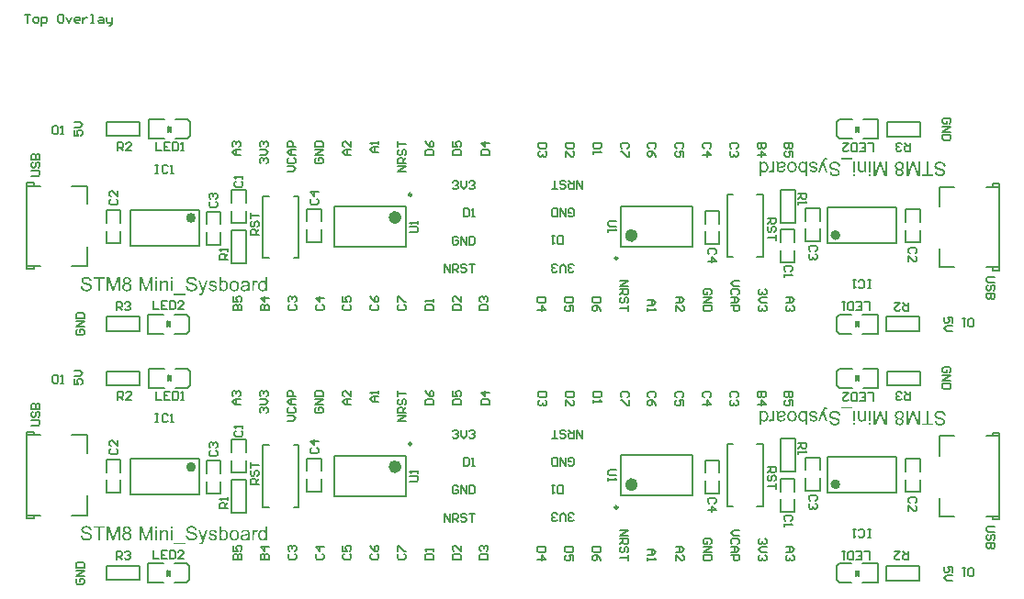
<source format=gto>
G04*
G04 #@! TF.GenerationSoftware,Altium Limited,Altium Designer,21.2.2 (38)*
G04*
G04 Layer_Color=65535*
%FSLAX24Y24*%
%MOIN*%
G70*
G04*
G04 #@! TF.SameCoordinates,4FF2B1F3-0D2B-4292-BC26-430B10DD4990*
G04*
G04*
G04 #@! TF.FilePolarity,Positive*
G04*
G01*
G75*
%ADD12C,0.0050*%
%ADD13C,0.0060*%
%ADD42C,0.0098*%
%ADD43C,0.0236*%
%ADD44C,0.0197*%
%ADD45C,0.0079*%
G36*
X53444Y40248D02*
X53027D01*
Y40293D01*
X53444D01*
Y40248D01*
D02*
G37*
G36*
X52480Y40301D02*
X52485D01*
X52491Y40299D01*
X52498Y40298D01*
X52505Y40296D01*
X52513Y40293D01*
X52520Y40235D01*
X52519D01*
X52516Y40236D01*
X52512Y40236D01*
X52508Y40238D01*
X52496Y40240D01*
X52484Y40241D01*
X52481D01*
X52477Y40240D01*
X52472D01*
X52461Y40238D01*
X52456Y40236D01*
X52451Y40233D01*
X52450D01*
X52449Y40232D01*
X52447Y40230D01*
X52444Y40228D01*
X52437Y40222D01*
X52431Y40214D01*
Y40213D01*
X52429Y40212D01*
X52428Y40209D01*
X52427Y40204D01*
X52424Y40199D01*
X52421Y40190D01*
X52416Y40179D01*
X52412Y40167D01*
Y40166D01*
X52410Y40163D01*
X52409Y40158D01*
X52406Y40151D01*
X52546Y39780D01*
X52480D01*
X52402Y39995D01*
Y39996D01*
X52401Y39996D01*
X52401Y39999D01*
X52400Y40002D01*
X52398Y40006D01*
X52397Y40011D01*
X52393Y40021D01*
X52389Y40033D01*
X52384Y40048D01*
X52380Y40064D01*
X52375Y40081D01*
Y40080D01*
X52375Y40079D01*
X52374Y40076D01*
X52373Y40073D01*
X52373Y40070D01*
X52371Y40065D01*
X52368Y40054D01*
X52364Y40042D01*
X52359Y40027D01*
X52355Y40012D01*
X52349Y39996D01*
X52269Y39780D01*
X52206D01*
X52347Y40157D01*
Y40158D01*
X52348Y40160D01*
X52350Y40163D01*
X52351Y40167D01*
X52353Y40172D01*
X52356Y40178D01*
X52361Y40190D01*
X52366Y40204D01*
X52372Y40218D01*
X52378Y40231D01*
X52381Y40236D01*
X52383Y40241D01*
X52384Y40243D01*
X52386Y40247D01*
X52390Y40252D01*
X52394Y40258D01*
X52400Y40266D01*
X52407Y40273D01*
X52413Y40281D01*
X52421Y40287D01*
X52422Y40287D01*
X52425Y40289D01*
X52429Y40291D01*
X52436Y40294D01*
X52444Y40297D01*
X52452Y40299D01*
X52462Y40301D01*
X52473Y40301D01*
X52476D01*
X52480Y40301D01*
D02*
G37*
G36*
X50903Y40159D02*
X50908D01*
X50914Y40158D01*
X50927Y40156D01*
X50942Y40152D01*
X50958Y40147D01*
X50973Y40139D01*
X50986Y40130D01*
X50988Y40128D01*
X50992Y40125D01*
X50997Y40118D01*
X51003Y40109D01*
X51009Y40098D01*
X51014Y40085D01*
X51018Y40070D01*
X51018Y40062D01*
X51019Y40053D01*
Y40052D01*
Y40049D01*
X51018Y40044D01*
X51018Y40037D01*
X51016Y40029D01*
X51014Y40021D01*
X51011Y40012D01*
X51007Y40004D01*
X51006Y40003D01*
X51005Y40000D01*
X51002Y39996D01*
X50998Y39991D01*
X50994Y39985D01*
X50988Y39979D01*
X50982Y39973D01*
X50975Y39968D01*
X50974Y39967D01*
X50971Y39965D01*
X50967Y39962D01*
X50961Y39959D01*
X50955Y39957D01*
X50947Y39953D01*
X50938Y39950D01*
X50929Y39947D01*
X50928D01*
X50925Y39946D01*
X50921Y39945D01*
X50915Y39944D01*
X50907Y39942D01*
X50898Y39941D01*
X50887Y39939D01*
X50873Y39937D01*
X50873D01*
X50870Y39937D01*
X50866D01*
X50861Y39936D01*
X50855Y39935D01*
X50847Y39934D01*
X50839Y39933D01*
X50830Y39931D01*
X50813Y39928D01*
X50793Y39924D01*
X50776Y39920D01*
X50768Y39917D01*
X50761Y39915D01*
Y39914D01*
Y39913D01*
X50760Y39908D01*
Y39903D01*
Y39900D01*
Y39899D01*
Y39898D01*
Y39897D01*
Y39893D01*
X50761Y39885D01*
X50762Y39877D01*
X50764Y39868D01*
X50768Y39860D01*
X50773Y39851D01*
X50779Y39845D01*
X50779Y39844D01*
X50783Y39841D01*
X50789Y39838D01*
X50796Y39834D01*
X50807Y39830D01*
X50819Y39826D01*
X50833Y39824D01*
X50850Y39823D01*
X50858D01*
X50865Y39824D01*
X50876Y39826D01*
X50886Y39827D01*
X50897Y39830D01*
X50907Y39834D01*
X50916Y39839D01*
X50917Y39840D01*
X50920Y39842D01*
X50924Y39846D01*
X50928Y39851D01*
X50932Y39859D01*
X50938Y39868D01*
X50942Y39880D01*
X50947Y39894D01*
X51008Y39885D01*
Y39885D01*
X51007Y39884D01*
Y39882D01*
X51006Y39879D01*
X51004Y39872D01*
X51001Y39863D01*
X50998Y39853D01*
X50993Y39843D01*
X50987Y39832D01*
X50981Y39823D01*
X50980Y39822D01*
X50977Y39819D01*
X50972Y39814D01*
X50967Y39809D01*
X50958Y39803D01*
X50949Y39797D01*
X50938Y39790D01*
X50925Y39785D01*
X50924D01*
X50924Y39784D01*
X50921Y39783D01*
X50918Y39783D01*
X50911Y39780D01*
X50901Y39778D01*
X50889Y39776D01*
X50874Y39774D01*
X50858Y39772D01*
X50841Y39772D01*
X50833D01*
X50824Y39772D01*
X50813Y39773D01*
X50801Y39774D01*
X50788Y39777D01*
X50776Y39780D01*
X50764Y39783D01*
X50762Y39784D01*
X50759Y39786D01*
X50753Y39788D01*
X50747Y39791D01*
X50739Y39795D01*
X50732Y39800D01*
X50725Y39806D01*
X50719Y39811D01*
X50719Y39812D01*
X50717Y39814D01*
X50715Y39818D01*
X50712Y39823D01*
X50708Y39829D01*
X50705Y39836D01*
X50702Y39844D01*
X50700Y39854D01*
Y39854D01*
X50699Y39857D01*
X50699Y39861D01*
X50698Y39867D01*
Y39875D01*
X50697Y39885D01*
X50696Y39897D01*
Y39911D01*
Y39996D01*
Y39996D01*
Y39999D01*
Y40004D01*
Y40010D01*
Y40016D01*
Y40025D01*
X50696Y40042D01*
Y40061D01*
X50695Y40079D01*
X50694Y40088D01*
Y40095D01*
X50693Y40102D01*
X50693Y40107D01*
Y40107D01*
X50692Y40110D01*
X50691Y40115D01*
X50689Y40121D01*
X50688Y40127D01*
X50685Y40135D01*
X50681Y40143D01*
X50677Y40151D01*
X50743D01*
X50744Y40150D01*
X50745Y40147D01*
X50746Y40144D01*
X50748Y40138D01*
X50750Y40131D01*
X50752Y40123D01*
X50753Y40114D01*
X50755Y40105D01*
X50756D01*
X50756Y40106D01*
X50761Y40110D01*
X50767Y40115D01*
X50776Y40122D01*
X50787Y40128D01*
X50799Y40136D01*
X50810Y40142D01*
X50823Y40147D01*
X50824Y40148D01*
X50829Y40149D01*
X50836Y40151D01*
X50844Y40153D01*
X50854Y40156D01*
X50866Y40157D01*
X50879Y40159D01*
X50893Y40159D01*
X50898D01*
X50903Y40159D01*
D02*
G37*
G36*
X50233D02*
X50242Y40158D01*
X50252Y40156D01*
X50265Y40153D01*
X50279Y40149D01*
X50293Y40143D01*
X50307Y40135D01*
X50308D01*
X50309Y40133D01*
X50313Y40130D01*
X50320Y40125D01*
X50328Y40117D01*
X50338Y40107D01*
X50347Y40096D01*
X50357Y40082D01*
X50365Y40067D01*
Y40066D01*
X50366Y40065D01*
X50366Y40062D01*
X50368Y40059D01*
X50369Y40055D01*
X50372Y40050D01*
X50373Y40045D01*
X50375Y40038D01*
X50378Y40023D01*
X50382Y40006D01*
X50384Y39987D01*
X50385Y39966D01*
Y39965D01*
Y39964D01*
Y39961D01*
Y39957D01*
X50384Y39952D01*
Y39946D01*
X50383Y39933D01*
X50380Y39917D01*
X50377Y39900D01*
X50372Y39883D01*
X50366Y39866D01*
Y39865D01*
X50366Y39863D01*
X50364Y39861D01*
X50363Y39858D01*
X50358Y39850D01*
X50352Y39840D01*
X50345Y39829D01*
X50335Y39817D01*
X50324Y39806D01*
X50311Y39796D01*
X50310D01*
X50309Y39795D01*
X50307Y39794D01*
X50304Y39792D01*
X50297Y39789D01*
X50286Y39783D01*
X50275Y39779D01*
X50261Y39775D01*
X50245Y39772D01*
X50229Y39772D01*
X50223D01*
X50217Y39772D01*
X50209Y39773D01*
X50199Y39775D01*
X50189Y39777D01*
X50178Y39781D01*
X50169Y39786D01*
X50167Y39787D01*
X50164Y39789D01*
X50160Y39792D01*
X50154Y39796D01*
X50147Y39801D01*
X50140Y39808D01*
X50133Y39814D01*
X50126Y39823D01*
Y39639D01*
X50063D01*
Y40151D01*
X50121D01*
Y40105D01*
X50122Y40105D01*
X50123Y40107D01*
X50125Y40110D01*
X50128Y40113D01*
X50132Y40117D01*
X50136Y40122D01*
X50141Y40127D01*
X50148Y40132D01*
X50155Y40137D01*
X50162Y40142D01*
X50171Y40147D01*
X50181Y40150D01*
X50190Y40154D01*
X50201Y40157D01*
X50213Y40159D01*
X50226Y40159D01*
X50230D01*
X50233Y40159D01*
D02*
G37*
G36*
X52031D02*
X52037D01*
X52044Y40158D01*
X52051Y40157D01*
X52059Y40156D01*
X52077Y40152D01*
X52096Y40147D01*
X52114Y40139D01*
X52122Y40135D01*
X52129Y40130D01*
X52130Y40129D01*
X52131Y40128D01*
X52135Y40124D01*
X52142Y40117D01*
X52149Y40107D01*
X52157Y40094D01*
X52165Y40079D01*
X52172Y40061D01*
X52177Y40040D01*
X52115Y40031D01*
Y40031D01*
Y40032D01*
X52114Y40036D01*
X52112Y40044D01*
X52109Y40052D01*
X52105Y40061D01*
X52101Y40070D01*
X52094Y40080D01*
X52086Y40088D01*
X52085Y40089D01*
X52082Y40091D01*
X52076Y40094D01*
X52068Y40098D01*
X52059Y40102D01*
X52048Y40105D01*
X52034Y40107D01*
X52019Y40107D01*
X52011D01*
X52004Y40107D01*
X51994Y40105D01*
X51984Y40103D01*
X51973Y40100D01*
X51963Y40096D01*
X51954Y40090D01*
X51954Y40090D01*
X51951Y40088D01*
X51948Y40084D01*
X51943Y40079D01*
X51940Y40073D01*
X51936Y40065D01*
X51934Y40058D01*
X51933Y40049D01*
Y40048D01*
Y40045D01*
X51934Y40042D01*
X51935Y40036D01*
X51937Y40031D01*
X51941Y40026D01*
X51946Y40020D01*
X51952Y40016D01*
X51953Y40015D01*
X51955Y40014D01*
X51959Y40012D01*
X51965Y40010D01*
X51974Y40007D01*
X51979Y40005D01*
X51985Y40003D01*
X51991Y40001D01*
X51999Y39999D01*
X52007Y39996D01*
X52017Y39994D01*
X52017D01*
X52020Y39994D01*
X52023Y39993D01*
X52028Y39991D01*
X52034Y39990D01*
X52040Y39988D01*
X52054Y39984D01*
X52071Y39979D01*
X52086Y39974D01*
X52101Y39969D01*
X52108Y39966D01*
X52113Y39964D01*
X52114Y39963D01*
X52117Y39962D01*
X52122Y39959D01*
X52128Y39955D01*
X52134Y39950D01*
X52141Y39944D01*
X52148Y39937D01*
X52153Y39929D01*
X52154Y39928D01*
X52156Y39925D01*
X52158Y39920D01*
X52160Y39914D01*
X52162Y39907D01*
X52165Y39898D01*
X52166Y39889D01*
X52167Y39879D01*
Y39877D01*
Y39874D01*
X52166Y39870D01*
X52165Y39863D01*
X52164Y39857D01*
X52162Y39848D01*
X52159Y39841D01*
X52156Y39833D01*
X52155Y39832D01*
X52153Y39829D01*
X52151Y39826D01*
X52148Y39820D01*
X52143Y39815D01*
X52138Y39809D01*
X52132Y39803D01*
X52125Y39797D01*
X52124Y39797D01*
X52122Y39796D01*
X52119Y39794D01*
X52114Y39792D01*
X52108Y39789D01*
X52102Y39786D01*
X52094Y39783D01*
X52085Y39780D01*
X52083Y39779D01*
X52080Y39778D01*
X52075Y39777D01*
X52068Y39775D01*
X52060Y39774D01*
X52051Y39773D01*
X52041Y39772D01*
X52023D01*
X52015Y39772D01*
X52004Y39773D01*
X51992Y39774D01*
X51980Y39777D01*
X51966Y39780D01*
X51954Y39785D01*
X51953D01*
X51952Y39786D01*
X51948Y39787D01*
X51943Y39790D01*
X51935Y39794D01*
X51927Y39799D01*
X51919Y39805D01*
X51912Y39811D01*
X51905Y39819D01*
X51904Y39820D01*
X51903Y39823D01*
X51900Y39828D01*
X51896Y39834D01*
X51892Y39843D01*
X51889Y39852D01*
X51886Y39863D01*
X51883Y39876D01*
X51944Y39884D01*
Y39883D01*
X51945Y39880D01*
X51946Y39874D01*
X51948Y39868D01*
X51952Y39861D01*
X51957Y39854D01*
X51962Y39846D01*
X51969Y39840D01*
X51970Y39839D01*
X51973Y39837D01*
X51977Y39834D01*
X51984Y39831D01*
X51991Y39829D01*
X52001Y39826D01*
X52013Y39824D01*
X52025Y39823D01*
X52033D01*
X52040Y39824D01*
X52050Y39825D01*
X52059Y39827D01*
X52070Y39829D01*
X52079Y39833D01*
X52088Y39838D01*
X52088Y39839D01*
X52091Y39840D01*
X52094Y39843D01*
X52097Y39848D01*
X52100Y39852D01*
X52103Y39858D01*
X52105Y39865D01*
X52106Y39871D01*
Y39872D01*
Y39874D01*
X52105Y39876D01*
Y39879D01*
X52103Y39886D01*
X52099Y39894D01*
X52098Y39894D01*
X52097Y39895D01*
X52096Y39897D01*
X52093Y39900D01*
X52090Y39902D01*
X52085Y39905D01*
X52080Y39907D01*
X52074Y39910D01*
X52074D01*
X52072Y39911D01*
X52069Y39911D01*
X52064Y39914D01*
X52057Y39916D01*
X52047Y39918D01*
X52041Y39920D01*
X52034Y39922D01*
X52027Y39924D01*
X52019Y39926D01*
X52018D01*
X52016Y39927D01*
X52012Y39928D01*
X52008Y39929D01*
X52003Y39931D01*
X51996Y39932D01*
X51982Y39937D01*
X51966Y39941D01*
X51951Y39946D01*
X51937Y39951D01*
X51931Y39954D01*
X51926Y39956D01*
X51924Y39957D01*
X51921Y39958D01*
X51917Y39960D01*
X51910Y39964D01*
X51903Y39968D01*
X51897Y39974D01*
X51890Y39981D01*
X51884Y39988D01*
X51883Y39989D01*
X51882Y39992D01*
X51879Y39996D01*
X51876Y40003D01*
X51874Y40011D01*
X51871Y40020D01*
X51869Y40031D01*
X51869Y40042D01*
Y40044D01*
Y40048D01*
X51869Y40053D01*
X51871Y40062D01*
X51873Y40070D01*
X51877Y40080D01*
X51881Y40091D01*
X51887Y40102D01*
X51888Y40103D01*
X51891Y40106D01*
X51894Y40111D01*
X51900Y40117D01*
X51909Y40124D01*
X51917Y40131D01*
X51928Y40138D01*
X51940Y40144D01*
X51941D01*
X51942Y40145D01*
X51946Y40147D01*
X51954Y40149D01*
X51963Y40152D01*
X51975Y40155D01*
X51988Y40157D01*
X52003Y40159D01*
X52019Y40159D01*
X52025D01*
X52031Y40159D01*
D02*
G37*
G36*
X56622Y40159D02*
X56628D01*
X56636Y40159D01*
X56645Y40158D01*
X56663Y40155D01*
X56682Y40152D01*
X56702Y40147D01*
X56720Y40140D01*
X56721D01*
X56722Y40139D01*
X56724Y40138D01*
X56727Y40136D01*
X56736Y40132D01*
X56747Y40125D01*
X56758Y40116D01*
X56771Y40106D01*
X56783Y40093D01*
X56794Y40079D01*
Y40079D01*
X56796Y40077D01*
X56796Y40075D01*
X56798Y40072D01*
X56800Y40068D01*
X56802Y40064D01*
X56807Y40053D01*
X56813Y40039D01*
X56817Y40023D01*
X56820Y40005D01*
X56821Y39987D01*
X56758Y39981D01*
Y39982D01*
Y39982D01*
X56757Y39985D01*
Y39988D01*
X56756Y39994D01*
X56753Y40004D01*
X56750Y40014D01*
X56747Y40025D01*
X56742Y40035D01*
X56737Y40045D01*
X56736Y40045D01*
X56734Y40048D01*
X56730Y40053D01*
X56724Y40059D01*
X56717Y40065D01*
X56709Y40072D01*
X56698Y40079D01*
X56686Y40085D01*
X56685D01*
X56684Y40085D01*
X56682Y40086D01*
X56680Y40087D01*
X56673Y40089D01*
X56663Y40092D01*
X56651Y40095D01*
X56638Y40097D01*
X56623Y40099D01*
X56607Y40099D01*
X56600D01*
X56593Y40099D01*
X56584Y40098D01*
X56574Y40096D01*
X56562Y40095D01*
X56550Y40092D01*
X56539Y40088D01*
X56537Y40088D01*
X56534Y40086D01*
X56528Y40083D01*
X56522Y40080D01*
X56515Y40075D01*
X56508Y40070D01*
X56500Y40064D01*
X56494Y40056D01*
X56494Y40056D01*
X56492Y40053D01*
X56490Y40049D01*
X56487Y40043D01*
X56484Y40037D01*
X56482Y40030D01*
X56480Y40022D01*
X56480Y40013D01*
Y40012D01*
Y40008D01*
X56480Y40004D01*
X56481Y39998D01*
X56483Y39992D01*
X56485Y39985D01*
X56489Y39977D01*
X56494Y39971D01*
X56495Y39970D01*
X56497Y39968D01*
X56500Y39965D01*
X56505Y39960D01*
X56511Y39956D01*
X56519Y39951D01*
X56529Y39945D01*
X56540Y39941D01*
X56541Y39940D01*
X56545Y39940D01*
X56551Y39937D01*
X56554Y39937D01*
X56559Y39935D01*
X56565Y39933D01*
X56571Y39931D01*
X56579Y39929D01*
X56588Y39927D01*
X56596Y39925D01*
X56607Y39922D01*
X56619Y39919D01*
X56631Y39916D01*
X56632D01*
X56634Y39915D01*
X56638Y39914D01*
X56642Y39913D01*
X56648Y39911D01*
X56655Y39910D01*
X56670Y39905D01*
X56686Y39900D01*
X56703Y39895D01*
X56718Y39890D01*
X56724Y39887D01*
X56730Y39884D01*
X56731D01*
X56732Y39883D01*
X56736Y39880D01*
X56743Y39877D01*
X56750Y39871D01*
X56759Y39864D01*
X56768Y39856D01*
X56777Y39846D01*
X56784Y39836D01*
X56785Y39834D01*
X56787Y39831D01*
X56790Y39825D01*
X56793Y39817D01*
X56796Y39808D01*
X56799Y39797D01*
X56801Y39785D01*
X56802Y39772D01*
Y39772D01*
Y39771D01*
Y39769D01*
Y39766D01*
X56801Y39758D01*
X56799Y39749D01*
X56797Y39737D01*
X56793Y39725D01*
X56788Y39712D01*
X56781Y39700D01*
Y39699D01*
X56780Y39698D01*
X56776Y39694D01*
X56771Y39688D01*
X56764Y39681D01*
X56756Y39672D01*
X56744Y39663D01*
X56731Y39655D01*
X56716Y39648D01*
X56716D01*
X56714Y39647D01*
X56712Y39646D01*
X56709Y39645D01*
X56705Y39644D01*
X56700Y39642D01*
X56689Y39639D01*
X56675Y39636D01*
X56659Y39633D01*
X56642Y39631D01*
X56622Y39630D01*
X56613D01*
X56608Y39631D01*
X56602D01*
X56588Y39632D01*
X56573Y39635D01*
X56556Y39638D01*
X56539Y39643D01*
X56522Y39649D01*
X56522D01*
X56520Y39649D01*
X56518Y39651D01*
X56515Y39652D01*
X56508Y39656D01*
X56498Y39663D01*
X56487Y39670D01*
X56476Y39680D01*
X56465Y39691D01*
X56456Y39703D01*
Y39704D01*
X56455Y39705D01*
X56454Y39707D01*
X56452Y39709D01*
X56448Y39717D01*
X56444Y39726D01*
X56439Y39738D01*
X56435Y39752D01*
X56431Y39767D01*
X56430Y39783D01*
X56495Y39789D01*
Y39788D01*
Y39786D01*
X56496Y39784D01*
X56497Y39780D01*
X56499Y39772D01*
X56502Y39761D01*
X56506Y39749D01*
X56513Y39737D01*
X56521Y39726D01*
X56531Y39716D01*
X56533Y39715D01*
X56536Y39712D01*
X56544Y39708D01*
X56554Y39703D01*
X56566Y39699D01*
X56581Y39695D01*
X56599Y39692D01*
X56620Y39691D01*
X56630D01*
X56635Y39692D01*
X56641Y39692D01*
X56654Y39694D01*
X56669Y39697D01*
X56684Y39700D01*
X56698Y39706D01*
X56704Y39710D01*
X56710Y39714D01*
X56711Y39715D01*
X56714Y39718D01*
X56719Y39723D01*
X56723Y39729D01*
X56728Y39737D01*
X56733Y39746D01*
X56736Y39756D01*
X56737Y39768D01*
Y39769D01*
Y39772D01*
X56736Y39777D01*
X56735Y39783D01*
X56733Y39791D01*
X56729Y39798D01*
X56724Y39806D01*
X56718Y39813D01*
X56717Y39814D01*
X56713Y39816D01*
X56710Y39818D01*
X56707Y39820D01*
X56703Y39822D01*
X56698Y39825D01*
X56691Y39827D01*
X56684Y39830D01*
X56676Y39833D01*
X56666Y39837D01*
X56656Y39840D01*
X56644Y39843D01*
X56630Y39846D01*
X56616Y39850D01*
X56615D01*
X56612Y39851D01*
X56608Y39851D01*
X56602Y39853D01*
X56596Y39854D01*
X56588Y39857D01*
X56579Y39859D01*
X56571Y39861D01*
X56551Y39866D01*
X56533Y39871D01*
X56524Y39874D01*
X56516Y39877D01*
X56508Y39880D01*
X56502Y39883D01*
X56502D01*
X56500Y39883D01*
X56498Y39885D01*
X56495Y39886D01*
X56487Y39891D01*
X56477Y39897D01*
X56466Y39905D01*
X56455Y39914D01*
X56445Y39924D01*
X56436Y39935D01*
X56435Y39937D01*
X56432Y39940D01*
X56429Y39947D01*
X56425Y39956D01*
X56421Y39966D01*
X56417Y39979D01*
X56415Y39993D01*
X56414Y40008D01*
Y40008D01*
Y40009D01*
Y40011D01*
Y40014D01*
X56416Y40022D01*
X56417Y40033D01*
X56420Y40045D01*
X56424Y40057D01*
X56430Y40070D01*
X56438Y40085D01*
Y40085D01*
X56439Y40086D01*
X56443Y40090D01*
X56448Y40097D01*
X56455Y40105D01*
X56465Y40113D01*
X56477Y40123D01*
X56490Y40132D01*
X56505Y40140D01*
X56506D01*
X56508Y40141D01*
X56510Y40142D01*
X56513Y40143D01*
X56517Y40144D01*
X56522Y40147D01*
X56534Y40150D01*
X56548Y40153D01*
X56565Y40157D01*
X56584Y40159D01*
X56604Y40160D01*
X56616D01*
X56622Y40159D01*
D02*
G37*
G36*
X52802Y40159D02*
X52809D01*
X52817Y40159D01*
X52825Y40158D01*
X52844Y40155D01*
X52863Y40152D01*
X52882Y40147D01*
X52901Y40140D01*
X52902D01*
X52903Y40139D01*
X52905Y40138D01*
X52908Y40136D01*
X52917Y40132D01*
X52928Y40125D01*
X52939Y40116D01*
X52952Y40106D01*
X52964Y40093D01*
X52975Y40079D01*
Y40079D01*
X52976Y40077D01*
X52977Y40075D01*
X52979Y40072D01*
X52981Y40068D01*
X52983Y40064D01*
X52988Y40053D01*
X52993Y40039D01*
X52998Y40023D01*
X53001Y40005D01*
X53002Y39987D01*
X52939Y39981D01*
Y39982D01*
Y39982D01*
X52938Y39985D01*
Y39988D01*
X52936Y39994D01*
X52934Y40004D01*
X52931Y40014D01*
X52928Y40025D01*
X52923Y40035D01*
X52918Y40045D01*
X52917Y40045D01*
X52915Y40048D01*
X52911Y40053D01*
X52905Y40059D01*
X52898Y40065D01*
X52890Y40072D01*
X52879Y40079D01*
X52867Y40085D01*
X52866D01*
X52865Y40085D01*
X52863Y40086D01*
X52861Y40087D01*
X52854Y40089D01*
X52844Y40092D01*
X52832Y40095D01*
X52819Y40097D01*
X52804Y40099D01*
X52788Y40099D01*
X52781D01*
X52774Y40099D01*
X52765Y40098D01*
X52754Y40096D01*
X52743Y40095D01*
X52731Y40092D01*
X52720Y40088D01*
X52718Y40088D01*
X52714Y40086D01*
X52709Y40083D01*
X52703Y40080D01*
X52696Y40075D01*
X52688Y40070D01*
X52681Y40064D01*
X52675Y40056D01*
X52674Y40056D01*
X52673Y40053D01*
X52671Y40049D01*
X52668Y40043D01*
X52665Y40037D01*
X52663Y40030D01*
X52661Y40022D01*
X52660Y40013D01*
Y40012D01*
Y40008D01*
X52661Y40004D01*
X52662Y39998D01*
X52664Y39992D01*
X52666Y39985D01*
X52670Y39977D01*
X52675Y39971D01*
X52676Y39970D01*
X52678Y39968D01*
X52681Y39965D01*
X52686Y39960D01*
X52692Y39956D01*
X52700Y39951D01*
X52710Y39945D01*
X52721Y39941D01*
X52722Y39940D01*
X52726Y39940D01*
X52731Y39937D01*
X52735Y39937D01*
X52740Y39935D01*
X52745Y39933D01*
X52752Y39931D01*
X52760Y39929D01*
X52768Y39927D01*
X52777Y39925D01*
X52788Y39922D01*
X52800Y39919D01*
X52812Y39916D01*
X52813D01*
X52815Y39915D01*
X52819Y39914D01*
X52823Y39913D01*
X52829Y39911D01*
X52836Y39910D01*
X52851Y39905D01*
X52867Y39900D01*
X52884Y39895D01*
X52899Y39890D01*
X52905Y39887D01*
X52911Y39884D01*
X52912D01*
X52913Y39883D01*
X52917Y39880D01*
X52924Y39877D01*
X52931Y39871D01*
X52940Y39864D01*
X52949Y39856D01*
X52958Y39846D01*
X52965Y39836D01*
X52966Y39834D01*
X52968Y39831D01*
X52971Y39825D01*
X52974Y39817D01*
X52977Y39808D01*
X52980Y39797D01*
X52982Y39785D01*
X52983Y39772D01*
Y39772D01*
Y39771D01*
Y39769D01*
Y39766D01*
X52982Y39758D01*
X52980Y39749D01*
X52978Y39737D01*
X52974Y39725D01*
X52969Y39712D01*
X52962Y39700D01*
Y39699D01*
X52961Y39698D01*
X52957Y39694D01*
X52952Y39688D01*
X52945Y39681D01*
X52936Y39672D01*
X52925Y39663D01*
X52912Y39655D01*
X52897Y39648D01*
X52896D01*
X52895Y39647D01*
X52893Y39646D01*
X52890Y39645D01*
X52886Y39644D01*
X52881Y39642D01*
X52870Y39639D01*
X52856Y39636D01*
X52839Y39633D01*
X52822Y39631D01*
X52803Y39630D01*
X52794D01*
X52788Y39631D01*
X52783D01*
X52769Y39632D01*
X52754Y39635D01*
X52737Y39638D01*
X52720Y39643D01*
X52703Y39649D01*
X52703D01*
X52701Y39649D01*
X52699Y39651D01*
X52696Y39652D01*
X52688Y39656D01*
X52679Y39663D01*
X52668Y39670D01*
X52657Y39680D01*
X52646Y39691D01*
X52637Y39703D01*
Y39704D01*
X52636Y39705D01*
X52634Y39707D01*
X52633Y39709D01*
X52629Y39717D01*
X52625Y39726D01*
X52620Y39738D01*
X52616Y39752D01*
X52612Y39767D01*
X52611Y39783D01*
X52676Y39789D01*
Y39788D01*
Y39786D01*
X52677Y39784D01*
X52677Y39780D01*
X52680Y39772D01*
X52683Y39761D01*
X52687Y39749D01*
X52694Y39737D01*
X52702Y39726D01*
X52712Y39716D01*
X52714Y39715D01*
X52717Y39712D01*
X52725Y39708D01*
X52734Y39703D01*
X52747Y39699D01*
X52762Y39695D01*
X52780Y39692D01*
X52801Y39691D01*
X52811D01*
X52816Y39692D01*
X52822Y39692D01*
X52835Y39694D01*
X52850Y39697D01*
X52865Y39700D01*
X52879Y39706D01*
X52885Y39710D01*
X52891Y39714D01*
X52892Y39715D01*
X52895Y39718D01*
X52899Y39723D01*
X52904Y39729D01*
X52909Y39737D01*
X52913Y39746D01*
X52916Y39756D01*
X52918Y39768D01*
Y39769D01*
Y39772D01*
X52917Y39777D01*
X52916Y39783D01*
X52913Y39791D01*
X52910Y39798D01*
X52905Y39806D01*
X52899Y39813D01*
X52898Y39814D01*
X52894Y39816D01*
X52891Y39818D01*
X52888Y39820D01*
X52884Y39822D01*
X52879Y39825D01*
X52872Y39827D01*
X52865Y39830D01*
X52856Y39833D01*
X52847Y39837D01*
X52836Y39840D01*
X52825Y39843D01*
X52811Y39846D01*
X52797Y39850D01*
X52796D01*
X52793Y39851D01*
X52788Y39851D01*
X52783Y39853D01*
X52777Y39854D01*
X52768Y39857D01*
X52760Y39859D01*
X52751Y39861D01*
X52732Y39866D01*
X52714Y39871D01*
X52705Y39874D01*
X52697Y39877D01*
X52689Y39880D01*
X52683Y39883D01*
X52683D01*
X52681Y39883D01*
X52679Y39885D01*
X52676Y39886D01*
X52668Y39891D01*
X52658Y39897D01*
X52647Y39905D01*
X52636Y39914D01*
X52626Y39924D01*
X52617Y39935D01*
X52616Y39937D01*
X52613Y39940D01*
X52610Y39947D01*
X52606Y39956D01*
X52602Y39966D01*
X52598Y39979D01*
X52596Y39993D01*
X52595Y40008D01*
Y40008D01*
Y40009D01*
Y40011D01*
Y40014D01*
X52597Y40022D01*
X52598Y40033D01*
X52601Y40045D01*
X52605Y40057D01*
X52611Y40070D01*
X52619Y40085D01*
Y40085D01*
X52620Y40086D01*
X52623Y40090D01*
X52629Y40097D01*
X52636Y40105D01*
X52646Y40113D01*
X52657Y40123D01*
X52671Y40132D01*
X52686Y40140D01*
X52687D01*
X52688Y40141D01*
X52691Y40142D01*
X52694Y40143D01*
X52698Y40144D01*
X52703Y40147D01*
X52715Y40150D01*
X52729Y40153D01*
X52746Y40157D01*
X52765Y40159D01*
X52785Y40160D01*
X52797D01*
X52802Y40159D01*
D02*
G37*
G36*
X50600Y39780D02*
X50543D01*
Y39836D01*
X50543Y39835D01*
X50540Y39830D01*
X50536Y39823D01*
X50530Y39815D01*
X50524Y39807D01*
X50517Y39798D01*
X50511Y39791D01*
X50504Y39785D01*
X50503Y39784D01*
X50501Y39783D01*
X50497Y39780D01*
X50492Y39778D01*
X50486Y39776D01*
X50479Y39774D01*
X50471Y39772D01*
X50463Y39772D01*
X50458D01*
X50451Y39772D01*
X50443Y39774D01*
X50434Y39777D01*
X50423Y39780D01*
X50412Y39786D01*
X50399Y39792D01*
X50422Y39850D01*
X50423Y39849D01*
X50426Y39848D01*
X50430Y39846D01*
X50436Y39843D01*
X50443Y39841D01*
X50451Y39839D01*
X50459Y39837D01*
X50467Y39837D01*
X50471D01*
X50474Y39837D01*
X50480Y39838D01*
X50485Y39840D01*
X50491Y39842D01*
X50498Y39845D01*
X50504Y39849D01*
X50505Y39850D01*
X50507Y39851D01*
X50509Y39854D01*
X50513Y39858D01*
X50517Y39863D01*
X50520Y39869D01*
X50524Y39876D01*
X50527Y39884D01*
X50528Y39885D01*
X50528Y39890D01*
X50530Y39897D01*
X50532Y39905D01*
X50534Y39917D01*
X50536Y39929D01*
X50537Y39942D01*
X50537Y39957D01*
Y40151D01*
X50600D01*
Y39780D01*
D02*
G37*
G36*
X53943D02*
X53887D01*
Y39833D01*
X53886Y39832D01*
X53884Y39830D01*
X53882Y39827D01*
X53879Y39823D01*
X53875Y39819D01*
X53870Y39814D01*
X53864Y39808D01*
X53856Y39802D01*
X53849Y39797D01*
X53840Y39791D01*
X53830Y39786D01*
X53820Y39781D01*
X53808Y39777D01*
X53796Y39774D01*
X53783Y39772D01*
X53769Y39772D01*
X53763D01*
X53757Y39772D01*
X53749Y39773D01*
X53739Y39774D01*
X53729Y39777D01*
X53718Y39780D01*
X53707Y39784D01*
X53706Y39785D01*
X53703Y39786D01*
X53698Y39789D01*
X53692Y39792D01*
X53685Y39797D01*
X53678Y39803D01*
X53671Y39809D01*
X53665Y39816D01*
X53665Y39817D01*
X53663Y39820D01*
X53661Y39823D01*
X53657Y39829D01*
X53654Y39836D01*
X53651Y39843D01*
X53648Y39852D01*
X53645Y39862D01*
Y39863D01*
X53645Y39866D01*
X53644Y39870D01*
X53643Y39876D01*
Y39885D01*
X53642Y39895D01*
X53642Y39908D01*
Y39923D01*
Y40151D01*
X53705D01*
Y39926D01*
Y39925D01*
Y39925D01*
Y39920D01*
Y39913D01*
X53705Y39905D01*
X53706Y39895D01*
X53707Y39885D01*
X53710Y39877D01*
X53712Y39868D01*
Y39868D01*
X53713Y39866D01*
X53716Y39862D01*
X53718Y39857D01*
X53722Y39853D01*
X53726Y39848D01*
X53732Y39843D01*
X53739Y39838D01*
X53739Y39837D01*
X53742Y39836D01*
X53746Y39834D01*
X53751Y39832D01*
X53757Y39830D01*
X53764Y39828D01*
X53773Y39827D01*
X53782Y39826D01*
X53786D01*
X53789Y39827D01*
X53796Y39828D01*
X53806Y39829D01*
X53816Y39833D01*
X53828Y39837D01*
X53840Y39843D01*
X53851Y39852D01*
X53853Y39854D01*
X53855Y39857D01*
X53858Y39860D01*
X53860Y39864D01*
X53863Y39868D01*
X53865Y39874D01*
X53868Y39880D01*
X53871Y39887D01*
X53873Y39895D01*
X53875Y39904D01*
X53877Y39914D01*
X53878Y39924D01*
X53880Y39937D01*
Y39949D01*
Y40151D01*
X53943D01*
Y39780D01*
D02*
G37*
G36*
X54102Y39780D02*
X54039D01*
Y40151D01*
X54102D01*
Y39780D01*
D02*
G37*
G36*
X53545Y39780D02*
X53482D01*
Y40151D01*
X53545D01*
Y39780D01*
D02*
G37*
G36*
X51259Y40159D02*
X51265Y40158D01*
X51273Y40156D01*
X51282Y40155D01*
X51291Y40153D01*
X51311Y40147D01*
X51322Y40143D01*
X51332Y40139D01*
X51342Y40133D01*
X51353Y40126D01*
X51362Y40119D01*
X51372Y40110D01*
X51373Y40109D01*
X51374Y40107D01*
X51376Y40105D01*
X51379Y40100D01*
X51383Y40095D01*
X51387Y40089D01*
X51391Y40082D01*
X51396Y40073D01*
X51400Y40063D01*
X51405Y40052D01*
X51408Y40040D01*
X51412Y40028D01*
X51415Y40014D01*
X51417Y39999D01*
X51419Y39982D01*
X51419Y39965D01*
Y39964D01*
Y39961D01*
X51419Y39956D01*
Y39948D01*
X51418Y39940D01*
X51416Y39930D01*
X51415Y39920D01*
X51412Y39908D01*
X51409Y39896D01*
X51405Y39883D01*
X51401Y39870D01*
X51395Y39857D01*
X51389Y39846D01*
X51381Y39834D01*
X51373Y39823D01*
X51362Y39813D01*
X51362Y39812D01*
X51360Y39811D01*
X51357Y39809D01*
X51354Y39806D01*
X51349Y39803D01*
X51343Y39800D01*
X51337Y39796D01*
X51330Y39792D01*
X51322Y39789D01*
X51313Y39785D01*
X51293Y39778D01*
X51270Y39773D01*
X51258Y39772D01*
X51246Y39772D01*
X51238D01*
X51233Y39772D01*
X51226Y39773D01*
X51219Y39774D01*
X51211Y39776D01*
X51201Y39777D01*
X51181Y39784D01*
X51171Y39788D01*
X51160Y39793D01*
X51150Y39798D01*
X51140Y39806D01*
X51130Y39813D01*
X51120Y39822D01*
X51120Y39823D01*
X51118Y39824D01*
X51116Y39827D01*
X51113Y39831D01*
X51109Y39836D01*
X51105Y39843D01*
X51100Y39850D01*
X51096Y39858D01*
X51092Y39867D01*
X51087Y39878D01*
X51083Y39889D01*
X51079Y39902D01*
X51076Y39915D01*
X51074Y39929D01*
X51072Y39944D01*
X51072Y39960D01*
Y39961D01*
Y39963D01*
Y39967D01*
Y39972D01*
X51072Y39978D01*
X51073Y39985D01*
Y39993D01*
X51075Y40001D01*
X51077Y40019D01*
X51081Y40038D01*
X51086Y40056D01*
X51094Y40073D01*
Y40074D01*
X51095Y40075D01*
X51096Y40077D01*
X51098Y40080D01*
X51103Y40088D01*
X51109Y40096D01*
X51118Y40107D01*
X51129Y40117D01*
X51142Y40127D01*
X51157Y40137D01*
X51157D01*
X51158Y40138D01*
X51160Y40139D01*
X51164Y40141D01*
X51168Y40142D01*
X51172Y40144D01*
X51183Y40148D01*
X51196Y40152D01*
X51211Y40156D01*
X51228Y40159D01*
X51246Y40159D01*
X51253D01*
X51259Y40159D01*
D02*
G37*
G36*
X55886Y39639D02*
X55785D01*
X55663Y40002D01*
Y40003D01*
X55663Y40005D01*
X55662Y40007D01*
X55660Y40011D01*
X55657Y40019D01*
X55654Y40031D01*
X55650Y40043D01*
X55646Y40056D01*
X55642Y40068D01*
X55639Y40078D01*
X55638Y40076D01*
X55637Y40073D01*
X55635Y40066D01*
X55632Y40057D01*
X55629Y40045D01*
X55623Y40031D01*
X55618Y40015D01*
X55612Y39996D01*
X55489Y39639D01*
X55398D01*
Y40151D01*
X55463D01*
Y39723D01*
X55612Y40151D01*
X55673D01*
X55821Y39715D01*
Y40151D01*
X55886D01*
Y39639D01*
D02*
G37*
G36*
X54692D02*
X54591D01*
X54470Y40002D01*
Y40003D01*
X54469Y40005D01*
X54468Y40007D01*
X54467Y40011D01*
X54464Y40019D01*
X54460Y40031D01*
X54456Y40043D01*
X54452Y40056D01*
X54448Y40068D01*
X54445Y40078D01*
X54445Y40076D01*
X54444Y40073D01*
X54442Y40066D01*
X54439Y40057D01*
X54435Y40045D01*
X54430Y40031D01*
X54425Y40015D01*
X54418Y39996D01*
X54295Y39639D01*
X54204D01*
Y40151D01*
X54269D01*
Y39723D01*
X54419Y40151D01*
X54479D01*
X54627Y39715D01*
Y40151D01*
X54692D01*
Y39639D01*
D02*
G37*
G36*
X56191Y39700D02*
X56360D01*
Y39639D01*
X55954D01*
Y39700D01*
X56123D01*
Y40151D01*
X56191D01*
Y39700D01*
D02*
G37*
G36*
X54102Y39639D02*
X54039D01*
Y39711D01*
X54102D01*
Y39639D01*
D02*
G37*
G36*
X53545Y39639D02*
X53482D01*
Y39711D01*
X53545D01*
Y39639D01*
D02*
G37*
G36*
X51641Y40159D02*
X51645D01*
X51650Y40158D01*
X51657Y40156D01*
X51672Y40153D01*
X51680Y40150D01*
X51688Y40146D01*
X51697Y40142D01*
X51705Y40136D01*
X51714Y40130D01*
X51722Y40122D01*
X51729Y40114D01*
X51737Y40105D01*
Y40151D01*
X51795D01*
Y39639D01*
X51732D01*
Y39822D01*
X51732Y39821D01*
X51731Y39820D01*
X51729Y39817D01*
X51725Y39814D01*
X51721Y39810D01*
X51717Y39806D01*
X51711Y39801D01*
X51705Y39797D01*
X51690Y39787D01*
X51673Y39780D01*
X51664Y39776D01*
X51653Y39774D01*
X51642Y39772D01*
X51631Y39772D01*
X51625D01*
X51618Y39772D01*
X51610Y39773D01*
X51601Y39775D01*
X51590Y39777D01*
X51578Y39781D01*
X51567Y39786D01*
X51565Y39786D01*
X51561Y39788D01*
X51556Y39792D01*
X51549Y39796D01*
X51541Y39801D01*
X51533Y39808D01*
X51524Y39816D01*
X51516Y39825D01*
X51516Y39826D01*
X51513Y39829D01*
X51510Y39834D01*
X51505Y39841D01*
X51500Y39850D01*
X51495Y39860D01*
X51490Y39872D01*
X51485Y39885D01*
Y39885D01*
X51485Y39886D01*
X51484Y39888D01*
X51483Y39891D01*
X51482Y39898D01*
X51479Y39908D01*
X51477Y39919D01*
X51475Y39931D01*
X51474Y39945D01*
X51473Y39960D01*
Y39961D01*
Y39965D01*
Y39969D01*
X51474Y39976D01*
X51475Y39984D01*
X51476Y39993D01*
X51477Y40003D01*
X51479Y40014D01*
X51485Y40038D01*
X51489Y40051D01*
X51493Y40062D01*
X51499Y40075D01*
X51505Y40086D01*
X51513Y40097D01*
X51521Y40107D01*
X51522Y40108D01*
X51523Y40110D01*
X51525Y40112D01*
X51529Y40116D01*
X51534Y40119D01*
X51539Y40124D01*
X51545Y40128D01*
X51553Y40133D01*
X51561Y40138D01*
X51569Y40143D01*
X51589Y40151D01*
X51599Y40155D01*
X51610Y40157D01*
X51622Y40159D01*
X51634Y40159D01*
X51637D01*
X51641Y40159D01*
D02*
G37*
G36*
X55158Y40159D02*
X55165Y40159D01*
X55172Y40158D01*
X55180Y40156D01*
X55189Y40154D01*
X55209Y40149D01*
X55219Y40145D01*
X55229Y40142D01*
X55239Y40136D01*
X55250Y40130D01*
X55259Y40124D01*
X55268Y40116D01*
X55269Y40115D01*
X55270Y40113D01*
X55273Y40111D01*
X55276Y40107D01*
X55279Y40103D01*
X55283Y40098D01*
X55287Y40092D01*
X55291Y40085D01*
X55296Y40077D01*
X55299Y40068D01*
X55307Y40050D01*
X55310Y40039D01*
X55312Y40028D01*
X55313Y40016D01*
X55314Y40004D01*
Y40003D01*
Y40002D01*
Y39999D01*
X55313Y39996D01*
Y39991D01*
X55313Y39986D01*
X55311Y39974D01*
X55308Y39961D01*
X55304Y39948D01*
X55297Y39934D01*
X55289Y39920D01*
Y39920D01*
X55287Y39919D01*
X55284Y39915D01*
X55279Y39909D01*
X55270Y39902D01*
X55260Y39894D01*
X55247Y39886D01*
X55233Y39880D01*
X55216Y39874D01*
X55217D01*
X55218Y39874D01*
X55220Y39873D01*
X55223Y39871D01*
X55230Y39868D01*
X55239Y39864D01*
X55248Y39858D01*
X55258Y39851D01*
X55267Y39843D01*
X55275Y39834D01*
X55276Y39832D01*
X55278Y39829D01*
X55281Y39823D01*
X55284Y39816D01*
X55287Y39806D01*
X55290Y39795D01*
X55293Y39783D01*
X55293Y39769D01*
Y39769D01*
Y39767D01*
Y39764D01*
X55293Y39760D01*
X55292Y39755D01*
X55291Y39749D01*
X55288Y39737D01*
X55284Y39722D01*
X55276Y39706D01*
X55272Y39698D01*
X55267Y39690D01*
X55260Y39683D01*
X55253Y39675D01*
X55253Y39675D01*
X55251Y39674D01*
X55249Y39672D01*
X55246Y39669D01*
X55242Y39666D01*
X55237Y39663D01*
X55231Y39660D01*
X55225Y39656D01*
X55218Y39652D01*
X55210Y39649D01*
X55201Y39646D01*
X55191Y39643D01*
X55170Y39638D01*
X55159Y39638D01*
X55147Y39637D01*
X55140D01*
X55136Y39638D01*
X55130Y39638D01*
X55123Y39639D01*
X55116Y39640D01*
X55108Y39642D01*
X55091Y39646D01*
X55073Y39653D01*
X55064Y39658D01*
X55055Y39663D01*
X55047Y39669D01*
X55039Y39676D01*
X55038Y39677D01*
X55037Y39678D01*
X55035Y39680D01*
X55032Y39683D01*
X55029Y39687D01*
X55025Y39692D01*
X55018Y39703D01*
X55011Y39717D01*
X55004Y39733D01*
X54999Y39752D01*
X54998Y39761D01*
X54997Y39772D01*
Y39772D01*
Y39773D01*
Y39777D01*
X54998Y39784D01*
X55000Y39792D01*
X55002Y39803D01*
X55005Y39813D01*
X55010Y39823D01*
X55017Y39834D01*
X55017Y39835D01*
X55020Y39838D01*
X55025Y39843D01*
X55031Y39848D01*
X55039Y39855D01*
X55048Y39862D01*
X55059Y39868D01*
X55073Y39874D01*
X55072D01*
X55071Y39875D01*
X55068Y39876D01*
X55065Y39877D01*
X55057Y39881D01*
X55046Y39886D01*
X55035Y39894D01*
X55023Y39902D01*
X55012Y39912D01*
X55002Y39924D01*
Y39925D01*
X55001Y39925D01*
X54998Y39930D01*
X54994Y39937D01*
X54989Y39947D01*
X54985Y39959D01*
X54980Y39973D01*
X54977Y39988D01*
X54977Y40005D01*
Y40006D01*
Y40008D01*
Y40012D01*
X54977Y40016D01*
X54978Y40022D01*
X54979Y40028D01*
X54980Y40036D01*
X54983Y40044D01*
X54988Y40061D01*
X54991Y40070D01*
X54997Y40079D01*
X55002Y40089D01*
X55008Y40098D01*
X55015Y40107D01*
X55023Y40116D01*
X55024Y40116D01*
X55025Y40118D01*
X55028Y40120D01*
X55031Y40122D01*
X55037Y40126D01*
X55042Y40130D01*
X55048Y40133D01*
X55056Y40138D01*
X55064Y40142D01*
X55074Y40146D01*
X55084Y40150D01*
X55094Y40153D01*
X55106Y40156D01*
X55119Y40158D01*
X55131Y40159D01*
X55145Y40160D01*
X55153D01*
X55158Y40159D01*
D02*
G37*
G36*
X28770Y35897D02*
X28707D01*
Y35969D01*
X28770D01*
Y35897D01*
D02*
G37*
G36*
X28212Y35897D02*
X28149D01*
Y35969D01*
X28212D01*
Y35897D01*
D02*
G37*
G36*
X29463Y35977D02*
X29468D01*
X29482Y35975D01*
X29498Y35973D01*
X29514Y35969D01*
X29532Y35965D01*
X29548Y35959D01*
X29549D01*
X29550Y35958D01*
X29553Y35957D01*
X29555Y35955D01*
X29563Y35952D01*
X29573Y35945D01*
X29584Y35937D01*
X29595Y35928D01*
X29605Y35917D01*
X29615Y35904D01*
Y35903D01*
X29615Y35903D01*
X29617Y35900D01*
X29618Y35898D01*
X29622Y35891D01*
X29627Y35881D01*
X29632Y35869D01*
X29635Y35855D01*
X29639Y35841D01*
X29641Y35824D01*
X29575Y35819D01*
Y35820D01*
Y35821D01*
X29575Y35824D01*
X29574Y35827D01*
X29572Y35835D01*
X29569Y35846D01*
X29564Y35858D01*
X29558Y35870D01*
X29550Y35881D01*
X29539Y35892D01*
X29538Y35892D01*
X29534Y35895D01*
X29527Y35900D01*
X29517Y35904D01*
X29504Y35909D01*
X29490Y35913D01*
X29471Y35916D01*
X29450Y35917D01*
X29440D01*
X29436Y35916D01*
X29430Y35915D01*
X29416Y35914D01*
X29402Y35911D01*
X29387Y35907D01*
X29373Y35901D01*
X29367Y35898D01*
X29361Y35894D01*
X29359Y35893D01*
X29356Y35890D01*
X29352Y35885D01*
X29348Y35879D01*
X29342Y35871D01*
X29338Y35862D01*
X29335Y35852D01*
X29334Y35840D01*
Y35838D01*
Y35835D01*
X29334Y35830D01*
X29336Y35824D01*
X29338Y35817D01*
X29342Y35809D01*
X29346Y35802D01*
X29353Y35795D01*
X29353Y35794D01*
X29357Y35792D01*
X29360Y35789D01*
X29363Y35788D01*
X29368Y35786D01*
X29373Y35783D01*
X29379Y35781D01*
X29387Y35778D01*
X29395Y35775D01*
X29405Y35771D01*
X29415Y35768D01*
X29427Y35764D01*
X29440Y35761D01*
X29455Y35758D01*
X29456D01*
X29459Y35757D01*
X29463Y35756D01*
X29468Y35755D01*
X29475Y35753D01*
X29483Y35751D01*
X29491Y35749D01*
X29500Y35747D01*
X29519Y35741D01*
X29538Y35736D01*
X29547Y35733D01*
X29555Y35730D01*
X29562Y35728D01*
X29568Y35725D01*
X29569D01*
X29570Y35724D01*
X29573Y35723D01*
X29575Y35721D01*
X29584Y35717D01*
X29593Y35711D01*
X29604Y35703D01*
X29615Y35694D01*
X29626Y35684D01*
X29635Y35673D01*
X29635Y35671D01*
X29638Y35667D01*
X29641Y35661D01*
X29646Y35652D01*
X29649Y35641D01*
X29653Y35629D01*
X29655Y35615D01*
X29656Y35600D01*
Y35599D01*
Y35599D01*
Y35596D01*
Y35593D01*
X29655Y35585D01*
X29653Y35575D01*
X29650Y35563D01*
X29647Y35550D01*
X29641Y35537D01*
X29632Y35523D01*
Y35522D01*
X29632Y35522D01*
X29628Y35517D01*
X29623Y35510D01*
X29615Y35503D01*
X29606Y35494D01*
X29594Y35485D01*
X29581Y35476D01*
X29565Y35468D01*
X29564D01*
X29563Y35467D01*
X29561Y35466D01*
X29558Y35465D01*
X29553Y35463D01*
X29548Y35461D01*
X29536Y35458D01*
X29522Y35454D01*
X29505Y35451D01*
X29487Y35448D01*
X29467Y35448D01*
X29455D01*
X29449Y35448D01*
X29442D01*
X29435Y35449D01*
X29426Y35450D01*
X29407Y35453D01*
X29388Y35456D01*
X29369Y35461D01*
X29351Y35468D01*
X29350D01*
X29348Y35468D01*
X29346Y35470D01*
X29343Y35471D01*
X29334Y35476D01*
X29324Y35482D01*
X29312Y35491D01*
X29299Y35502D01*
X29288Y35514D01*
X29277Y35528D01*
Y35529D01*
X29275Y35530D01*
X29274Y35533D01*
X29272Y35536D01*
X29271Y35539D01*
X29268Y35544D01*
X29263Y35555D01*
X29258Y35569D01*
X29254Y35584D01*
X29251Y35602D01*
X29249Y35621D01*
X29313Y35627D01*
Y35626D01*
Y35625D01*
X29314Y35623D01*
Y35620D01*
X29315Y35613D01*
X29317Y35604D01*
X29320Y35594D01*
X29323Y35583D01*
X29328Y35573D01*
X29334Y35563D01*
X29334Y35562D01*
X29336Y35559D01*
X29340Y35554D01*
X29346Y35549D01*
X29353Y35542D01*
X29362Y35536D01*
X29373Y35529D01*
X29385Y35523D01*
X29385D01*
X29386Y35522D01*
X29388Y35522D01*
X29390Y35521D01*
X29398Y35519D01*
X29407Y35516D01*
X29419Y35513D01*
X29433Y35510D01*
X29447Y35509D01*
X29464Y35508D01*
X29470D01*
X29478Y35509D01*
X29487Y35510D01*
X29497Y35511D01*
X29509Y35513D01*
X29521Y35516D01*
X29532Y35519D01*
X29533Y35520D01*
X29537Y35522D01*
X29542Y35525D01*
X29549Y35528D01*
X29555Y35533D01*
X29563Y35538D01*
X29570Y35544D01*
X29576Y35551D01*
X29577Y35552D01*
X29578Y35555D01*
X29581Y35559D01*
X29584Y35565D01*
X29587Y35570D01*
X29589Y35578D01*
X29590Y35586D01*
X29591Y35595D01*
Y35596D01*
Y35599D01*
X29590Y35604D01*
X29590Y35610D01*
X29587Y35616D01*
X29585Y35623D01*
X29581Y35630D01*
X29576Y35637D01*
X29575Y35638D01*
X29573Y35640D01*
X29570Y35643D01*
X29565Y35647D01*
X29559Y35652D01*
X29551Y35657D01*
X29541Y35662D01*
X29530Y35667D01*
X29530Y35667D01*
X29526Y35668D01*
X29520Y35670D01*
X29516Y35671D01*
X29511Y35673D01*
X29506Y35675D01*
X29499Y35676D01*
X29492Y35678D01*
X29483Y35681D01*
X29474Y35683D01*
X29464Y35686D01*
X29452Y35689D01*
X29439Y35692D01*
X29439D01*
X29436Y35693D01*
X29433Y35693D01*
X29428Y35695D01*
X29422Y35696D01*
X29416Y35698D01*
X29401Y35702D01*
X29385Y35707D01*
X29368Y35713D01*
X29353Y35718D01*
X29346Y35721D01*
X29340Y35724D01*
X29339D01*
X29339Y35724D01*
X29334Y35727D01*
X29328Y35731D01*
X29320Y35737D01*
X29311Y35744D01*
X29302Y35752D01*
X29294Y35761D01*
X29286Y35772D01*
X29285Y35773D01*
X29283Y35777D01*
X29280Y35783D01*
X29277Y35790D01*
X29274Y35800D01*
X29271Y35811D01*
X29269Y35823D01*
X29268Y35835D01*
Y35836D01*
Y35837D01*
Y35839D01*
Y35842D01*
X29270Y35849D01*
X29271Y35859D01*
X29274Y35870D01*
X29277Y35883D01*
X29282Y35895D01*
X29290Y35908D01*
Y35909D01*
X29291Y35909D01*
X29294Y35914D01*
X29299Y35920D01*
X29306Y35927D01*
X29315Y35935D01*
X29326Y35944D01*
X29339Y35952D01*
X29354Y35960D01*
X29355D01*
X29356Y35960D01*
X29359Y35961D01*
X29362Y35963D01*
X29365Y35964D01*
X29371Y35966D01*
X29382Y35969D01*
X29396Y35972D01*
X29412Y35974D01*
X29429Y35977D01*
X29448Y35977D01*
X29458D01*
X29463Y35977D01*
D02*
G37*
G36*
X25644Y35977D02*
X25649D01*
X25663Y35975D01*
X25679Y35973D01*
X25695Y35969D01*
X25713Y35965D01*
X25729Y35959D01*
X25730D01*
X25731Y35958D01*
X25733Y35957D01*
X25736Y35955D01*
X25744Y35952D01*
X25753Y35945D01*
X25764Y35937D01*
X25776Y35928D01*
X25786Y35917D01*
X25796Y35904D01*
Y35903D01*
X25796Y35903D01*
X25798Y35900D01*
X25799Y35898D01*
X25803Y35891D01*
X25807Y35881D01*
X25813Y35869D01*
X25816Y35855D01*
X25820Y35841D01*
X25821Y35824D01*
X25756Y35819D01*
Y35820D01*
Y35821D01*
X25756Y35824D01*
X25755Y35827D01*
X25753Y35835D01*
X25750Y35846D01*
X25745Y35858D01*
X25739Y35870D01*
X25730Y35881D01*
X25720Y35892D01*
X25719Y35892D01*
X25715Y35895D01*
X25707Y35900D01*
X25698Y35904D01*
X25685Y35909D01*
X25670Y35913D01*
X25652Y35916D01*
X25631Y35917D01*
X25621D01*
X25616Y35916D01*
X25611Y35915D01*
X25597Y35914D01*
X25582Y35911D01*
X25568Y35907D01*
X25554Y35901D01*
X25548Y35898D01*
X25542Y35894D01*
X25540Y35893D01*
X25537Y35890D01*
X25533Y35885D01*
X25528Y35879D01*
X25523Y35871D01*
X25519Y35862D01*
X25516Y35852D01*
X25514Y35840D01*
Y35838D01*
Y35835D01*
X25515Y35830D01*
X25517Y35824D01*
X25519Y35817D01*
X25522Y35809D01*
X25527Y35802D01*
X25534Y35795D01*
X25534Y35794D01*
X25538Y35792D01*
X25541Y35789D01*
X25544Y35788D01*
X25548Y35786D01*
X25554Y35783D01*
X25560Y35781D01*
X25568Y35778D01*
X25576Y35775D01*
X25585Y35771D01*
X25596Y35768D01*
X25608Y35764D01*
X25621Y35761D01*
X25636Y35758D01*
X25636D01*
X25639Y35757D01*
X25644Y35756D01*
X25649Y35755D01*
X25656Y35753D01*
X25664Y35751D01*
X25672Y35749D01*
X25681Y35747D01*
X25700Y35741D01*
X25719Y35736D01*
X25727Y35733D01*
X25736Y35730D01*
X25743Y35728D01*
X25749Y35725D01*
X25750D01*
X25751Y35724D01*
X25753Y35723D01*
X25756Y35721D01*
X25764Y35717D01*
X25774Y35711D01*
X25785Y35703D01*
X25796Y35694D01*
X25807Y35684D01*
X25816Y35673D01*
X25816Y35671D01*
X25819Y35667D01*
X25822Y35661D01*
X25827Y35652D01*
X25830Y35641D01*
X25834Y35629D01*
X25836Y35615D01*
X25837Y35600D01*
Y35599D01*
Y35599D01*
Y35596D01*
Y35593D01*
X25836Y35585D01*
X25834Y35575D01*
X25831Y35563D01*
X25827Y35550D01*
X25821Y35537D01*
X25813Y35523D01*
Y35522D01*
X25813Y35522D01*
X25809Y35517D01*
X25804Y35510D01*
X25796Y35503D01*
X25787Y35494D01*
X25775Y35485D01*
X25762Y35476D01*
X25746Y35468D01*
X25745D01*
X25744Y35467D01*
X25742Y35466D01*
X25739Y35465D01*
X25734Y35463D01*
X25729Y35461D01*
X25717Y35458D01*
X25703Y35454D01*
X25686Y35451D01*
X25668Y35448D01*
X25648Y35448D01*
X25636D01*
X25630Y35448D01*
X25623D01*
X25616Y35449D01*
X25607Y35450D01*
X25588Y35453D01*
X25569Y35456D01*
X25550Y35461D01*
X25531Y35468D01*
X25531D01*
X25529Y35468D01*
X25527Y35470D01*
X25524Y35471D01*
X25515Y35476D01*
X25505Y35482D01*
X25493Y35491D01*
X25480Y35502D01*
X25468Y35514D01*
X25457Y35528D01*
Y35529D01*
X25456Y35530D01*
X25455Y35533D01*
X25453Y35536D01*
X25451Y35539D01*
X25449Y35544D01*
X25444Y35555D01*
X25439Y35569D01*
X25434Y35584D01*
X25431Y35602D01*
X25430Y35621D01*
X25494Y35627D01*
Y35626D01*
Y35625D01*
X25494Y35623D01*
Y35620D01*
X25496Y35613D01*
X25498Y35604D01*
X25501Y35594D01*
X25504Y35583D01*
X25509Y35573D01*
X25514Y35563D01*
X25515Y35562D01*
X25517Y35559D01*
X25521Y35554D01*
X25527Y35549D01*
X25534Y35542D01*
X25542Y35536D01*
X25554Y35529D01*
X25565Y35523D01*
X25566D01*
X25567Y35522D01*
X25569Y35522D01*
X25571Y35521D01*
X25579Y35519D01*
X25588Y35516D01*
X25600Y35513D01*
X25614Y35510D01*
X25628Y35509D01*
X25645Y35508D01*
X25651D01*
X25659Y35509D01*
X25668Y35510D01*
X25678Y35511D01*
X25690Y35513D01*
X25702Y35516D01*
X25713Y35519D01*
X25714Y35520D01*
X25718Y35522D01*
X25723Y35525D01*
X25730Y35528D01*
X25736Y35533D01*
X25744Y35538D01*
X25751Y35544D01*
X25757Y35551D01*
X25758Y35552D01*
X25759Y35555D01*
X25762Y35559D01*
X25764Y35565D01*
X25767Y35570D01*
X25770Y35578D01*
X25771Y35586D01*
X25772Y35595D01*
Y35596D01*
Y35599D01*
X25771Y35604D01*
X25770Y35610D01*
X25768Y35616D01*
X25766Y35623D01*
X25762Y35630D01*
X25757Y35637D01*
X25756Y35638D01*
X25754Y35640D01*
X25751Y35643D01*
X25746Y35647D01*
X25740Y35652D01*
X25732Y35657D01*
X25722Y35662D01*
X25711Y35667D01*
X25710Y35667D01*
X25707Y35668D01*
X25701Y35670D01*
X25697Y35671D01*
X25692Y35673D01*
X25687Y35675D01*
X25680Y35676D01*
X25673Y35678D01*
X25664Y35681D01*
X25655Y35683D01*
X25645Y35686D01*
X25633Y35689D01*
X25620Y35692D01*
X25619D01*
X25617Y35693D01*
X25614Y35693D01*
X25609Y35695D01*
X25603Y35696D01*
X25596Y35698D01*
X25582Y35702D01*
X25565Y35707D01*
X25548Y35713D01*
X25534Y35718D01*
X25527Y35721D01*
X25521Y35724D01*
X25520D01*
X25520Y35724D01*
X25515Y35727D01*
X25508Y35731D01*
X25501Y35737D01*
X25492Y35744D01*
X25483Y35752D01*
X25474Y35761D01*
X25467Y35772D01*
X25466Y35773D01*
X25464Y35777D01*
X25461Y35783D01*
X25458Y35790D01*
X25455Y35800D01*
X25452Y35811D01*
X25450Y35823D01*
X25449Y35835D01*
Y35836D01*
Y35837D01*
Y35839D01*
Y35842D01*
X25451Y35849D01*
X25452Y35859D01*
X25454Y35870D01*
X25458Y35883D01*
X25463Y35895D01*
X25471Y35908D01*
Y35909D01*
X25471Y35909D01*
X25475Y35914D01*
X25480Y35920D01*
X25487Y35927D01*
X25496Y35935D01*
X25507Y35944D01*
X25520Y35952D01*
X25535Y35960D01*
X25536D01*
X25537Y35960D01*
X25540Y35961D01*
X25542Y35963D01*
X25546Y35964D01*
X25551Y35966D01*
X25562Y35969D01*
X25577Y35972D01*
X25593Y35974D01*
X25610Y35977D01*
X25629Y35977D01*
X25639D01*
X25644Y35977D01*
D02*
G37*
G36*
X32188Y35456D02*
X32130D01*
Y35503D01*
X32129Y35502D01*
X32128Y35501D01*
X32126Y35498D01*
X32123Y35494D01*
X32120Y35491D01*
X32115Y35486D01*
X32110Y35481D01*
X32103Y35476D01*
X32097Y35471D01*
X32089Y35465D01*
X32080Y35461D01*
X32071Y35457D01*
X32061Y35454D01*
X32050Y35451D01*
X32038Y35449D01*
X32026Y35448D01*
X32021D01*
X32018Y35449D01*
X32009Y35450D01*
X31999Y35451D01*
X31986Y35454D01*
X31972Y35459D01*
X31958Y35465D01*
X31944Y35473D01*
X31943D01*
X31943Y35474D01*
X31938Y35477D01*
X31932Y35483D01*
X31923Y35491D01*
X31914Y35500D01*
X31904Y35512D01*
X31895Y35525D01*
X31886Y35541D01*
Y35542D01*
X31886Y35543D01*
X31885Y35545D01*
X31884Y35548D01*
X31882Y35553D01*
X31880Y35558D01*
X31878Y35563D01*
X31877Y35570D01*
X31873Y35584D01*
X31869Y35602D01*
X31867Y35621D01*
X31867Y35641D01*
Y35642D01*
Y35644D01*
Y35647D01*
Y35651D01*
X31867Y35656D01*
Y35661D01*
X31869Y35675D01*
X31871Y35690D01*
X31875Y35707D01*
X31879Y35725D01*
X31885Y35742D01*
Y35743D01*
X31886Y35744D01*
X31887Y35747D01*
X31889Y35750D01*
X31893Y35758D01*
X31899Y35768D01*
X31906Y35779D01*
X31916Y35790D01*
X31927Y35802D01*
X31941Y35812D01*
X31941D01*
X31942Y35812D01*
X31944Y35814D01*
X31947Y35815D01*
X31955Y35819D01*
X31965Y35824D01*
X31977Y35829D01*
X31991Y35832D01*
X32006Y35835D01*
X32023Y35836D01*
X32029D01*
X32034Y35835D01*
X32043Y35835D01*
X32052Y35832D01*
X32063Y35830D01*
X32073Y35826D01*
X32083Y35821D01*
X32084Y35821D01*
X32087Y35819D01*
X32091Y35815D01*
X32097Y35812D01*
X32105Y35807D01*
X32111Y35800D01*
X32119Y35793D01*
X32126Y35785D01*
Y35969D01*
X32188D01*
Y35456D01*
D02*
G37*
G36*
X28494Y35835D02*
X28502Y35835D01*
X28512Y35833D01*
X28522Y35831D01*
X28534Y35828D01*
X28544Y35824D01*
X28545Y35823D01*
X28548Y35821D01*
X28554Y35819D01*
X28559Y35815D01*
X28567Y35811D01*
X28574Y35805D01*
X28580Y35799D01*
X28586Y35792D01*
X28587Y35791D01*
X28588Y35788D01*
X28591Y35784D01*
X28594Y35779D01*
X28597Y35772D01*
X28600Y35764D01*
X28604Y35755D01*
X28606Y35746D01*
Y35745D01*
X28607Y35742D01*
X28608Y35738D01*
X28608Y35732D01*
Y35723D01*
X28609Y35713D01*
X28610Y35700D01*
Y35684D01*
Y35456D01*
X28547D01*
Y35681D01*
Y35682D01*
Y35683D01*
Y35688D01*
Y35695D01*
X28546Y35703D01*
X28545Y35713D01*
X28544Y35722D01*
X28542Y35731D01*
X28539Y35739D01*
Y35740D01*
X28538Y35742D01*
X28536Y35746D01*
X28534Y35750D01*
X28530Y35755D01*
X28525Y35760D01*
X28519Y35765D01*
X28513Y35770D01*
X28512Y35770D01*
X28510Y35772D01*
X28505Y35773D01*
X28500Y35775D01*
X28494Y35778D01*
X28487Y35780D01*
X28478Y35781D01*
X28469Y35781D01*
X28465D01*
X28463Y35781D01*
X28455Y35780D01*
X28445Y35778D01*
X28435Y35775D01*
X28423Y35770D01*
X28411Y35764D01*
X28400Y35755D01*
X28399Y35754D01*
X28396Y35750D01*
X28394Y35747D01*
X28391Y35744D01*
X28389Y35739D01*
X28386Y35734D01*
X28383Y35728D01*
X28380Y35721D01*
X28378Y35713D01*
X28376Y35704D01*
X28374Y35694D01*
X28373Y35684D01*
X28372Y35671D01*
Y35659D01*
Y35456D01*
X28309D01*
Y35828D01*
X28365D01*
Y35775D01*
X28366Y35775D01*
X28367Y35778D01*
X28369Y35781D01*
X28372Y35784D01*
X28377Y35789D01*
X28382Y35794D01*
X28388Y35800D01*
X28395Y35806D01*
X28403Y35811D01*
X28411Y35817D01*
X28421Y35822D01*
X28431Y35826D01*
X28443Y35830D01*
X28455Y35833D01*
X28468Y35835D01*
X28482Y35836D01*
X28488D01*
X28494Y35835D01*
D02*
G37*
G36*
X31800D02*
X31808Y35834D01*
X31818Y35831D01*
X31828Y35827D01*
X31840Y35822D01*
X31852Y35815D01*
X31830Y35758D01*
X31829Y35758D01*
X31826Y35760D01*
X31821Y35762D01*
X31815Y35764D01*
X31809Y35767D01*
X31801Y35769D01*
X31793Y35770D01*
X31784Y35771D01*
X31781D01*
X31777Y35770D01*
X31772Y35770D01*
X31767Y35768D01*
X31760Y35766D01*
X31753Y35763D01*
X31747Y35758D01*
X31747Y35758D01*
X31744Y35756D01*
X31742Y35753D01*
X31739Y35750D01*
X31735Y35744D01*
X31731Y35738D01*
X31727Y35732D01*
X31724Y35724D01*
X31724Y35722D01*
X31723Y35718D01*
X31721Y35711D01*
X31719Y35702D01*
X31717Y35691D01*
X31716Y35678D01*
X31715Y35665D01*
X31714Y35650D01*
Y35456D01*
X31651D01*
Y35828D01*
X31708D01*
Y35772D01*
X31709Y35772D01*
X31712Y35778D01*
X31716Y35784D01*
X31721Y35792D01*
X31727Y35801D01*
X31734Y35809D01*
X31741Y35817D01*
X31747Y35823D01*
X31748Y35824D01*
X31750Y35825D01*
X31755Y35827D01*
X31759Y35829D01*
X31765Y35832D01*
X31773Y35834D01*
X31780Y35835D01*
X31788Y35836D01*
X31793D01*
X31800Y35835D01*
D02*
G37*
G36*
X30236D02*
X30247Y35835D01*
X30259Y35833D01*
X30272Y35830D01*
X30285Y35827D01*
X30298Y35823D01*
X30298D01*
X30299Y35822D01*
X30303Y35821D01*
X30309Y35818D01*
X30316Y35814D01*
X30324Y35809D01*
X30333Y35803D01*
X30340Y35796D01*
X30347Y35789D01*
X30347Y35788D01*
X30349Y35785D01*
X30352Y35780D01*
X30355Y35774D01*
X30359Y35765D01*
X30363Y35755D01*
X30366Y35744D01*
X30369Y35732D01*
X30307Y35724D01*
Y35725D01*
X30307Y35728D01*
X30305Y35733D01*
X30303Y35740D01*
X30299Y35747D01*
X30295Y35754D01*
X30290Y35761D01*
X30282Y35768D01*
X30281Y35769D01*
X30278Y35770D01*
X30274Y35773D01*
X30267Y35776D01*
X30260Y35779D01*
X30250Y35782D01*
X30239Y35784D01*
X30226Y35784D01*
X30219D01*
X30211Y35784D01*
X30202Y35783D01*
X30192Y35781D01*
X30182Y35778D01*
X30172Y35775D01*
X30164Y35770D01*
X30163Y35769D01*
X30161Y35767D01*
X30158Y35764D01*
X30155Y35760D01*
X30151Y35755D01*
X30148Y35750D01*
X30146Y35743D01*
X30145Y35736D01*
Y35735D01*
Y35734D01*
X30146Y35732D01*
Y35729D01*
X30148Y35721D01*
X30153Y35714D01*
X30153Y35713D01*
X30154Y35713D01*
X30156Y35710D01*
X30159Y35708D01*
X30162Y35706D01*
X30166Y35703D01*
X30171Y35701D01*
X30177Y35698D01*
X30178D01*
X30179Y35697D01*
X30182Y35696D01*
X30187Y35694D01*
X30195Y35692D01*
X30204Y35690D01*
X30210Y35687D01*
X30217Y35686D01*
X30224Y35684D01*
X30233Y35681D01*
X30233D01*
X30236Y35681D01*
X30239Y35680D01*
X30244Y35678D01*
X30249Y35677D01*
X30256Y35676D01*
X30270Y35671D01*
X30285Y35667D01*
X30301Y35661D01*
X30315Y35656D01*
X30321Y35654D01*
X30326Y35652D01*
X30327Y35651D01*
X30330Y35650D01*
X30335Y35647D01*
X30341Y35644D01*
X30348Y35639D01*
X30355Y35633D01*
X30361Y35627D01*
X30367Y35619D01*
X30368Y35619D01*
X30370Y35616D01*
X30372Y35611D01*
X30375Y35604D01*
X30378Y35596D01*
X30381Y35587D01*
X30382Y35577D01*
X30383Y35565D01*
Y35564D01*
Y35560D01*
X30382Y35554D01*
X30381Y35546D01*
X30378Y35537D01*
X30375Y35528D01*
X30370Y35516D01*
X30364Y35506D01*
X30364Y35505D01*
X30361Y35502D01*
X30357Y35496D01*
X30351Y35491D01*
X30343Y35484D01*
X30334Y35476D01*
X30324Y35470D01*
X30311Y35463D01*
X30310D01*
X30310Y35462D01*
X30305Y35461D01*
X30298Y35459D01*
X30288Y35456D01*
X30276Y35453D01*
X30263Y35451D01*
X30249Y35449D01*
X30233Y35448D01*
X30226D01*
X30221Y35449D01*
X30215D01*
X30207Y35450D01*
X30200Y35451D01*
X30192Y35452D01*
X30174Y35456D01*
X30156Y35461D01*
X30138Y35468D01*
X30130Y35473D01*
X30122Y35478D01*
X30122Y35479D01*
X30121Y35479D01*
X30116Y35484D01*
X30110Y35491D01*
X30102Y35501D01*
X30094Y35513D01*
X30086Y35528D01*
X30079Y35547D01*
X30074Y35567D01*
X30136Y35577D01*
Y35576D01*
Y35576D01*
X30138Y35571D01*
X30139Y35564D01*
X30142Y35556D01*
X30146Y35547D01*
X30150Y35537D01*
X30157Y35528D01*
X30165Y35519D01*
X30167Y35519D01*
X30170Y35516D01*
X30176Y35513D01*
X30183Y35510D01*
X30193Y35506D01*
X30204Y35503D01*
X30217Y35501D01*
X30233Y35500D01*
X30240D01*
X30247Y35501D01*
X30257Y35502D01*
X30267Y35505D01*
X30278Y35508D01*
X30288Y35511D01*
X30297Y35517D01*
X30298Y35518D01*
X30301Y35520D01*
X30304Y35524D01*
X30308Y35529D01*
X30312Y35535D01*
X30315Y35542D01*
X30318Y35550D01*
X30318Y35559D01*
Y35559D01*
Y35562D01*
X30318Y35566D01*
X30316Y35571D01*
X30314Y35576D01*
X30310Y35582D01*
X30306Y35587D01*
X30299Y35592D01*
X30298Y35593D01*
X30296Y35593D01*
X30293Y35596D01*
X30287Y35598D01*
X30278Y35601D01*
X30273Y35603D01*
X30267Y35604D01*
X30260Y35607D01*
X30253Y35609D01*
X30244Y35611D01*
X30235Y35613D01*
X30234D01*
X30232Y35614D01*
X30228Y35615D01*
X30224Y35616D01*
X30218Y35618D01*
X30211Y35620D01*
X30197Y35624D01*
X30181Y35629D01*
X30165Y35633D01*
X30150Y35639D01*
X30144Y35641D01*
X30139Y35644D01*
X30137Y35644D01*
X30134Y35646D01*
X30130Y35649D01*
X30124Y35653D01*
X30117Y35658D01*
X30110Y35664D01*
X30104Y35670D01*
X30098Y35678D01*
X30097Y35679D01*
X30096Y35682D01*
X30093Y35687D01*
X30091Y35693D01*
X30089Y35701D01*
X30087Y35710D01*
X30085Y35718D01*
X30085Y35729D01*
Y35730D01*
Y35733D01*
X30085Y35738D01*
X30086Y35744D01*
X30088Y35751D01*
X30089Y35759D01*
X30092Y35767D01*
X30096Y35775D01*
X30096Y35775D01*
X30098Y35778D01*
X30100Y35782D01*
X30104Y35787D01*
X30108Y35792D01*
X30113Y35799D01*
X30119Y35805D01*
X30127Y35810D01*
X30128Y35811D01*
X30130Y35812D01*
X30133Y35814D01*
X30137Y35816D01*
X30143Y35819D01*
X30150Y35822D01*
X30158Y35825D01*
X30167Y35828D01*
X30168Y35829D01*
X30171Y35829D01*
X30176Y35831D01*
X30183Y35832D01*
X30191Y35834D01*
X30200Y35835D01*
X30210Y35836D01*
X30228D01*
X30236Y35835D01*
D02*
G37*
G36*
X28047Y35456D02*
X27982D01*
Y35885D01*
X27833Y35456D01*
X27772D01*
X27624Y35892D01*
Y35456D01*
X27559D01*
Y35969D01*
X27660D01*
X27782Y35605D01*
Y35604D01*
X27782Y35603D01*
X27783Y35601D01*
X27785Y35597D01*
X27788Y35588D01*
X27791Y35577D01*
X27795Y35565D01*
X27799Y35552D01*
X27803Y35540D01*
X27806Y35530D01*
X27807Y35531D01*
X27808Y35535D01*
X27810Y35542D01*
X27813Y35550D01*
X27817Y35562D01*
X27822Y35576D01*
X27827Y35593D01*
X27834Y35612D01*
X27956Y35969D01*
X28047D01*
Y35456D01*
D02*
G37*
G36*
X26854D02*
X26789D01*
Y35885D01*
X26639Y35456D01*
X26578D01*
X26430Y35892D01*
Y35456D01*
X26365D01*
Y35969D01*
X26467D01*
X26588Y35605D01*
Y35604D01*
X26589Y35603D01*
X26590Y35601D01*
X26591Y35597D01*
X26594Y35588D01*
X26598Y35577D01*
X26601Y35565D01*
X26606Y35552D01*
X26610Y35540D01*
X26613Y35530D01*
X26613Y35531D01*
X26614Y35535D01*
X26616Y35542D01*
X26619Y35550D01*
X26623Y35562D01*
X26628Y35576D01*
X26633Y35593D01*
X26640Y35612D01*
X26763Y35969D01*
X26854D01*
Y35456D01*
D02*
G37*
G36*
X29904Y35451D02*
Y35450D01*
X29903Y35448D01*
X29902Y35445D01*
X29900Y35441D01*
X29898Y35436D01*
X29896Y35430D01*
X29891Y35417D01*
X29886Y35403D01*
X29880Y35389D01*
X29874Y35377D01*
X29871Y35371D01*
X29869Y35366D01*
X29868Y35365D01*
X29866Y35361D01*
X29862Y35356D01*
X29857Y35349D01*
X29852Y35342D01*
X29845Y35334D01*
X29838Y35327D01*
X29830Y35321D01*
X29829Y35320D01*
X29826Y35319D01*
X29822Y35317D01*
X29815Y35314D01*
X29808Y35311D01*
X29799Y35308D01*
X29789Y35307D01*
X29778Y35306D01*
X29775D01*
X29772Y35307D01*
X29766D01*
X29760Y35308D01*
X29754Y35310D01*
X29746Y35311D01*
X29738Y35314D01*
X29732Y35373D01*
X29732D01*
X29735Y35372D01*
X29739Y35371D01*
X29743Y35370D01*
X29755Y35368D01*
X29767Y35367D01*
X29771D01*
X29775Y35368D01*
X29779D01*
X29790Y35370D01*
X29795Y35372D01*
X29800Y35374D01*
X29801D01*
X29803Y35376D01*
X29805Y35377D01*
X29808Y35380D01*
X29815Y35385D01*
X29820Y35394D01*
Y35394D01*
X29822Y35396D01*
X29823Y35399D01*
X29825Y35403D01*
X29828Y35409D01*
X29831Y35418D01*
X29835Y35428D01*
X29840Y35441D01*
Y35442D01*
X29841Y35445D01*
X29843Y35450D01*
X29846Y35456D01*
X29705Y35828D01*
X29772D01*
X29849Y35613D01*
Y35612D01*
X29850Y35611D01*
X29851Y35609D01*
X29852Y35605D01*
X29853Y35602D01*
X29854Y35597D01*
X29858Y35587D01*
X29863Y35574D01*
X29867Y35559D01*
X29871Y35544D01*
X29876Y35527D01*
Y35528D01*
X29877Y35529D01*
X29877Y35531D01*
X29878Y35534D01*
X29879Y35538D01*
X29880Y35542D01*
X29883Y35553D01*
X29887Y35566D01*
X29892Y35581D01*
X29897Y35596D01*
X29903Y35611D01*
X29982Y35828D01*
X30045D01*
X29904Y35451D01*
D02*
G37*
G36*
X31427Y35835D02*
X31438Y35835D01*
X31451Y35833D01*
X31463Y35831D01*
X31476Y35828D01*
X31488Y35824D01*
X31489Y35824D01*
X31493Y35822D01*
X31498Y35820D01*
X31505Y35817D01*
X31512Y35812D01*
X31519Y35808D01*
X31526Y35802D01*
X31532Y35796D01*
X31533Y35795D01*
X31534Y35793D01*
X31536Y35789D01*
X31539Y35785D01*
X31543Y35778D01*
X31546Y35772D01*
X31549Y35764D01*
X31551Y35754D01*
Y35753D01*
X31552Y35751D01*
X31553Y35747D01*
X31553Y35741D01*
Y35733D01*
X31554Y35723D01*
X31555Y35710D01*
Y35696D01*
Y35612D01*
Y35611D01*
Y35608D01*
Y35604D01*
Y35598D01*
Y35591D01*
Y35583D01*
X31556Y35565D01*
Y35547D01*
X31556Y35528D01*
X31557Y35520D01*
Y35513D01*
X31558Y35506D01*
X31559Y35501D01*
Y35500D01*
X31559Y35497D01*
X31560Y35493D01*
X31562Y35487D01*
X31564Y35480D01*
X31567Y35473D01*
X31571Y35465D01*
X31574Y35456D01*
X31508D01*
X31508Y35457D01*
X31507Y35460D01*
X31505Y35464D01*
X31503Y35470D01*
X31501Y35476D01*
X31499Y35485D01*
X31498Y35493D01*
X31497Y35503D01*
X31496D01*
X31495Y35502D01*
X31491Y35498D01*
X31484Y35493D01*
X31475Y35486D01*
X31464Y35479D01*
X31453Y35472D01*
X31441Y35465D01*
X31428Y35460D01*
X31427Y35459D01*
X31423Y35459D01*
X31416Y35456D01*
X31408Y35454D01*
X31397Y35452D01*
X31386Y35451D01*
X31372Y35449D01*
X31359Y35448D01*
X31353D01*
X31349Y35449D01*
X31343D01*
X31337Y35450D01*
X31324Y35452D01*
X31309Y35456D01*
X31293Y35461D01*
X31278Y35468D01*
X31265Y35478D01*
X31263Y35479D01*
X31260Y35483D01*
X31255Y35490D01*
X31249Y35499D01*
X31243Y35510D01*
X31238Y35522D01*
X31234Y35538D01*
X31233Y35545D01*
X31232Y35554D01*
Y35556D01*
Y35559D01*
X31233Y35564D01*
X31234Y35570D01*
X31235Y35579D01*
X31238Y35587D01*
X31240Y35596D01*
X31244Y35604D01*
X31245Y35604D01*
X31246Y35607D01*
X31249Y35612D01*
X31253Y35617D01*
X31258Y35623D01*
X31263Y35629D01*
X31269Y35635D01*
X31277Y35640D01*
X31277Y35641D01*
X31280Y35642D01*
X31284Y35645D01*
X31290Y35648D01*
X31297Y35651D01*
X31305Y35655D01*
X31313Y35658D01*
X31323Y35661D01*
X31323D01*
X31326Y35661D01*
X31331Y35663D01*
X31337Y35664D01*
X31344Y35665D01*
X31354Y35667D01*
X31365Y35669D01*
X31378Y35670D01*
X31379D01*
X31382Y35671D01*
X31386D01*
X31391Y35672D01*
X31397Y35673D01*
X31404Y35674D01*
X31412Y35675D01*
X31421Y35676D01*
X31439Y35680D01*
X31458Y35684D01*
X31475Y35688D01*
X31483Y35690D01*
X31491Y35693D01*
Y35693D01*
Y35695D01*
X31491Y35699D01*
Y35704D01*
Y35707D01*
Y35709D01*
Y35710D01*
Y35710D01*
Y35715D01*
X31491Y35722D01*
X31489Y35730D01*
X31487Y35739D01*
X31483Y35748D01*
X31479Y35756D01*
X31473Y35763D01*
X31472Y35764D01*
X31468Y35767D01*
X31462Y35770D01*
X31455Y35774D01*
X31445Y35778D01*
X31433Y35781D01*
X31418Y35784D01*
X31401Y35784D01*
X31394D01*
X31386Y35784D01*
X31376Y35782D01*
X31366Y35781D01*
X31354Y35778D01*
X31344Y35774D01*
X31335Y35769D01*
X31334Y35768D01*
X31332Y35766D01*
X31328Y35762D01*
X31323Y35756D01*
X31319Y35749D01*
X31314Y35739D01*
X31309Y35727D01*
X31305Y35714D01*
X31243Y35722D01*
Y35723D01*
X31244Y35724D01*
Y35726D01*
X31245Y35729D01*
X31247Y35735D01*
X31250Y35745D01*
X31254Y35755D01*
X31258Y35765D01*
X31264Y35775D01*
X31271Y35785D01*
X31272Y35786D01*
X31275Y35789D01*
X31279Y35793D01*
X31285Y35799D01*
X31293Y35805D01*
X31303Y35811D01*
X31314Y35818D01*
X31326Y35823D01*
X31327D01*
X31328Y35824D01*
X31330Y35824D01*
X31333Y35825D01*
X31340Y35827D01*
X31351Y35829D01*
X31363Y35832D01*
X31377Y35834D01*
X31393Y35835D01*
X31411Y35836D01*
X31419D01*
X31427Y35835D01*
D02*
G37*
G36*
X28770Y35456D02*
X28707D01*
Y35828D01*
X28770D01*
Y35456D01*
D02*
G37*
G36*
X28212Y35456D02*
X28149D01*
Y35828D01*
X28212D01*
Y35456D01*
D02*
G37*
G36*
X26297Y35908D02*
X26129D01*
Y35456D01*
X26060D01*
Y35908D01*
X25892D01*
Y35969D01*
X26297D01*
Y35908D01*
D02*
G37*
G36*
X31018Y35835D02*
X31025Y35835D01*
X31033Y35833D01*
X31041Y35832D01*
X31050Y35830D01*
X31070Y35824D01*
X31081Y35820D01*
X31091Y35815D01*
X31101Y35809D01*
X31112Y35802D01*
X31121Y35795D01*
X31131Y35786D01*
X31132Y35785D01*
X31133Y35784D01*
X31135Y35781D01*
X31138Y35777D01*
X31142Y35772D01*
X31147Y35765D01*
X31151Y35758D01*
X31155Y35750D01*
X31160Y35741D01*
X31164Y35730D01*
X31169Y35718D01*
X31172Y35706D01*
X31175Y35693D01*
X31178Y35678D01*
X31179Y35664D01*
X31180Y35647D01*
Y35647D01*
Y35644D01*
Y35641D01*
Y35636D01*
X31179Y35630D01*
X31178Y35622D01*
Y35615D01*
X31177Y35607D01*
X31175Y35588D01*
X31170Y35570D01*
X31165Y35551D01*
X31158Y35534D01*
Y35533D01*
X31157Y35533D01*
X31155Y35530D01*
X31154Y35528D01*
X31149Y35520D01*
X31142Y35511D01*
X31133Y35501D01*
X31122Y35491D01*
X31109Y35480D01*
X31095Y35471D01*
X31094D01*
X31093Y35470D01*
X31091Y35468D01*
X31087Y35467D01*
X31084Y35465D01*
X31079Y35464D01*
X31068Y35459D01*
X31055Y35456D01*
X31040Y35452D01*
X31024Y35449D01*
X31006Y35448D01*
X30998D01*
X30993Y35449D01*
X30986Y35450D01*
X30979Y35451D01*
X30970Y35453D01*
X30961Y35454D01*
X30941Y35460D01*
X30930Y35465D01*
X30919Y35469D01*
X30909Y35475D01*
X30899Y35482D01*
X30889Y35489D01*
X30879Y35498D01*
X30879Y35499D01*
X30877Y35500D01*
X30875Y35503D01*
X30872Y35508D01*
X30868Y35513D01*
X30865Y35519D01*
X30860Y35526D01*
X30856Y35535D01*
X30851Y35545D01*
X30847Y35556D01*
X30843Y35567D01*
X30839Y35580D01*
X30836Y35594D01*
X30834Y35609D01*
X30833Y35625D01*
X30832Y35642D01*
Y35644D01*
Y35647D01*
X30833Y35652D01*
Y35659D01*
X30833Y35667D01*
X30835Y35678D01*
X30836Y35688D01*
X30839Y35700D01*
X30842Y35712D01*
X30846Y35724D01*
X30851Y35738D01*
X30856Y35750D01*
X30862Y35762D01*
X30870Y35774D01*
X30879Y35785D01*
X30889Y35795D01*
X30890Y35795D01*
X30891Y35796D01*
X30894Y35798D01*
X30898Y35801D01*
X30902Y35804D01*
X30908Y35808D01*
X30914Y35812D01*
X30922Y35815D01*
X30930Y35819D01*
X30939Y35823D01*
X30959Y35829D01*
X30981Y35835D01*
X30993Y35835D01*
X31006Y35836D01*
X31013D01*
X31018Y35835D01*
D02*
G37*
G36*
X30519Y35786D02*
X30520Y35787D01*
X30520Y35788D01*
X30523Y35790D01*
X30526Y35794D01*
X30530Y35798D01*
X30535Y35802D01*
X30540Y35807D01*
X30546Y35811D01*
X30561Y35821D01*
X30578Y35828D01*
X30588Y35832D01*
X30598Y35834D01*
X30609Y35835D01*
X30620Y35836D01*
X30626D01*
X30633Y35835D01*
X30641Y35835D01*
X30651Y35832D01*
X30662Y35830D01*
X30674Y35826D01*
X30685Y35822D01*
X30686Y35821D01*
X30690Y35820D01*
X30696Y35816D01*
X30703Y35812D01*
X30711Y35807D01*
X30719Y35800D01*
X30728Y35792D01*
X30735Y35783D01*
X30736Y35782D01*
X30738Y35778D01*
X30742Y35773D01*
X30746Y35767D01*
X30751Y35758D01*
X30757Y35747D01*
X30762Y35735D01*
X30766Y35723D01*
Y35722D01*
X30767Y35721D01*
X30768Y35719D01*
X30768Y35717D01*
X30770Y35710D01*
X30772Y35700D01*
X30774Y35689D01*
X30777Y35676D01*
X30777Y35662D01*
X30778Y35647D01*
Y35647D01*
Y35643D01*
Y35639D01*
X30777Y35632D01*
X30777Y35624D01*
X30776Y35615D01*
X30774Y35604D01*
X30772Y35593D01*
X30766Y35570D01*
X30762Y35557D01*
X30758Y35545D01*
X30753Y35533D01*
X30746Y35522D01*
X30739Y35510D01*
X30731Y35500D01*
X30730Y35499D01*
X30728Y35498D01*
X30726Y35496D01*
X30722Y35492D01*
X30717Y35488D01*
X30712Y35484D01*
X30706Y35479D01*
X30699Y35474D01*
X30691Y35470D01*
X30683Y35465D01*
X30663Y35456D01*
X30652Y35453D01*
X30641Y35451D01*
X30629Y35449D01*
X30617Y35448D01*
X30614D01*
X30611Y35449D01*
X30606D01*
X30601Y35450D01*
X30594Y35451D01*
X30580Y35455D01*
X30572Y35458D01*
X30563Y35462D01*
X30554Y35466D01*
X30546Y35471D01*
X30537Y35478D01*
X30529Y35485D01*
X30522Y35493D01*
X30515Y35503D01*
Y35456D01*
X30456D01*
Y35969D01*
X30519D01*
Y35786D01*
D02*
G37*
G36*
X27116Y35970D02*
X27122Y35969D01*
X27128Y35969D01*
X27136Y35968D01*
X27143Y35966D01*
X27161Y35961D01*
X27179Y35954D01*
X27188Y35950D01*
X27196Y35945D01*
X27205Y35938D01*
X27213Y35932D01*
X27213Y35931D01*
X27214Y35930D01*
X27216Y35928D01*
X27219Y35925D01*
X27222Y35920D01*
X27226Y35916D01*
X27233Y35905D01*
X27241Y35891D01*
X27247Y35875D01*
X27253Y35856D01*
X27253Y35846D01*
X27254Y35836D01*
Y35835D01*
Y35835D01*
Y35830D01*
X27253Y35824D01*
X27252Y35815D01*
X27250Y35805D01*
X27246Y35795D01*
X27242Y35784D01*
X27235Y35774D01*
X27234Y35772D01*
X27231Y35770D01*
X27227Y35765D01*
X27221Y35759D01*
X27213Y35752D01*
X27203Y35746D01*
X27192Y35739D01*
X27179Y35733D01*
X27179D01*
X27181Y35733D01*
X27183Y35732D01*
X27186Y35730D01*
X27195Y35727D01*
X27205Y35721D01*
X27216Y35714D01*
X27228Y35706D01*
X27239Y35696D01*
X27250Y35684D01*
Y35683D01*
X27250Y35682D01*
X27253Y35678D01*
X27258Y35670D01*
X27262Y35661D01*
X27267Y35649D01*
X27271Y35635D01*
X27274Y35619D01*
X27275Y35602D01*
Y35602D01*
Y35599D01*
Y35596D01*
X27274Y35591D01*
X27273Y35586D01*
X27273Y35579D01*
X27271Y35572D01*
X27269Y35564D01*
X27264Y35547D01*
X27260Y35537D01*
X27255Y35528D01*
X27250Y35519D01*
X27244Y35510D01*
X27236Y35501D01*
X27228Y35492D01*
X27227Y35491D01*
X27226Y35490D01*
X27224Y35488D01*
X27220Y35485D01*
X27215Y35482D01*
X27210Y35478D01*
X27203Y35474D01*
X27196Y35470D01*
X27188Y35465D01*
X27178Y35462D01*
X27168Y35458D01*
X27157Y35454D01*
X27145Y35452D01*
X27133Y35450D01*
X27120Y35448D01*
X27106Y35448D01*
X27099D01*
X27094Y35448D01*
X27087Y35449D01*
X27079Y35450D01*
X27071Y35451D01*
X27062Y35454D01*
X27042Y35459D01*
X27032Y35462D01*
X27022Y35466D01*
X27012Y35471D01*
X27002Y35477D01*
X26992Y35484D01*
X26983Y35492D01*
X26983Y35493D01*
X26981Y35494D01*
X26979Y35496D01*
X26976Y35500D01*
X26973Y35505D01*
X26968Y35510D01*
X26965Y35516D01*
X26960Y35523D01*
X26956Y35530D01*
X26952Y35539D01*
X26945Y35558D01*
X26942Y35569D01*
X26940Y35580D01*
X26938Y35592D01*
X26937Y35604D01*
Y35604D01*
Y35606D01*
Y35609D01*
X26938Y35612D01*
Y35616D01*
X26939Y35622D01*
X26940Y35633D01*
X26943Y35647D01*
X26948Y35660D01*
X26954Y35674D01*
X26963Y35687D01*
Y35688D01*
X26964Y35689D01*
X26967Y35693D01*
X26973Y35698D01*
X26981Y35706D01*
X26991Y35713D01*
X27004Y35721D01*
X27018Y35728D01*
X27035Y35733D01*
X27034D01*
X27034Y35734D01*
X27031Y35735D01*
X27028Y35736D01*
X27022Y35739D01*
X27013Y35744D01*
X27003Y35750D01*
X26994Y35757D01*
X26985Y35765D01*
X26977Y35774D01*
X26976Y35775D01*
X26974Y35778D01*
X26971Y35784D01*
X26968Y35792D01*
X26964Y35801D01*
X26961Y35812D01*
X26959Y35825D01*
X26958Y35838D01*
Y35839D01*
Y35841D01*
Y35844D01*
X26959Y35848D01*
X26960Y35852D01*
X26960Y35858D01*
X26963Y35871D01*
X26968Y35886D01*
X26975Y35901D01*
X26980Y35909D01*
X26985Y35917D01*
X26991Y35925D01*
X26998Y35932D01*
X26999Y35933D01*
X27000Y35934D01*
X27002Y35936D01*
X27005Y35938D01*
X27009Y35941D01*
X27014Y35944D01*
X27020Y35948D01*
X27026Y35952D01*
X27034Y35955D01*
X27042Y35959D01*
X27051Y35962D01*
X27060Y35965D01*
X27081Y35969D01*
X27093Y35970D01*
X27105Y35971D01*
X27111D01*
X27116Y35970D01*
D02*
G37*
G36*
X29224Y35314D02*
X28807D01*
Y35360D01*
X29224D01*
Y35314D01*
D02*
G37*
G36*
X53444Y31193D02*
X53027D01*
Y31238D01*
X53444D01*
Y31193D01*
D02*
G37*
G36*
X52480Y31246D02*
X52485D01*
X52491Y31244D01*
X52498Y31243D01*
X52505Y31241D01*
X52513Y31238D01*
X52520Y31180D01*
X52519D01*
X52516Y31180D01*
X52512Y31181D01*
X52508Y31183D01*
X52496Y31185D01*
X52484Y31186D01*
X52481D01*
X52477Y31185D01*
X52472D01*
X52461Y31183D01*
X52456Y31180D01*
X52451Y31178D01*
X52450D01*
X52449Y31177D01*
X52447Y31175D01*
X52444Y31173D01*
X52437Y31167D01*
X52431Y31159D01*
Y31158D01*
X52429Y31157D01*
X52428Y31154D01*
X52427Y31149D01*
X52424Y31143D01*
X52421Y31135D01*
X52416Y31124D01*
X52412Y31112D01*
Y31111D01*
X52410Y31108D01*
X52409Y31103D01*
X52406Y31096D01*
X52546Y30725D01*
X52480D01*
X52402Y30940D01*
Y30941D01*
X52401Y30941D01*
X52401Y30944D01*
X52400Y30947D01*
X52398Y30951D01*
X52397Y30955D01*
X52393Y30966D01*
X52389Y30978D01*
X52384Y30993D01*
X52380Y31009D01*
X52375Y31026D01*
Y31025D01*
X52375Y31024D01*
X52374Y31021D01*
X52373Y31018D01*
X52373Y31015D01*
X52371Y31010D01*
X52368Y30999D01*
X52364Y30987D01*
X52359Y30972D01*
X52355Y30957D01*
X52349Y30941D01*
X52269Y30725D01*
X52206D01*
X52347Y31102D01*
Y31103D01*
X52348Y31105D01*
X52350Y31108D01*
X52351Y31112D01*
X52353Y31117D01*
X52356Y31123D01*
X52361Y31135D01*
X52366Y31149D01*
X52372Y31163D01*
X52378Y31176D01*
X52381Y31181D01*
X52383Y31186D01*
X52384Y31188D01*
X52386Y31191D01*
X52390Y31197D01*
X52394Y31203D01*
X52400Y31211D01*
X52407Y31218D01*
X52413Y31226D01*
X52421Y31231D01*
X52422Y31232D01*
X52425Y31234D01*
X52429Y31236D01*
X52436Y31239D01*
X52444Y31242D01*
X52452Y31244D01*
X52462Y31246D01*
X52473Y31246D01*
X52476D01*
X52480Y31246D01*
D02*
G37*
G36*
X50903Y31103D02*
X50908D01*
X50914Y31103D01*
X50927Y31100D01*
X50942Y31097D01*
X50958Y31092D01*
X50973Y31084D01*
X50986Y31075D01*
X50988Y31073D01*
X50992Y31069D01*
X50997Y31063D01*
X51003Y31054D01*
X51009Y31043D01*
X51014Y31030D01*
X51018Y31015D01*
X51018Y31007D01*
X51019Y30998D01*
Y30997D01*
Y30994D01*
X51018Y30989D01*
X51018Y30982D01*
X51016Y30974D01*
X51014Y30966D01*
X51011Y30957D01*
X51007Y30949D01*
X51006Y30948D01*
X51005Y30945D01*
X51002Y30941D01*
X50998Y30935D01*
X50994Y30930D01*
X50988Y30924D01*
X50982Y30918D01*
X50975Y30913D01*
X50974Y30912D01*
X50971Y30910D01*
X50967Y30907D01*
X50961Y30904D01*
X50955Y30901D01*
X50947Y30898D01*
X50938Y30895D01*
X50929Y30892D01*
X50928D01*
X50925Y30891D01*
X50921Y30890D01*
X50915Y30889D01*
X50907Y30887D01*
X50898Y30886D01*
X50887Y30884D01*
X50873Y30882D01*
X50873D01*
X50870Y30881D01*
X50866D01*
X50861Y30881D01*
X50855Y30880D01*
X50847Y30878D01*
X50839Y30878D01*
X50830Y30876D01*
X50813Y30873D01*
X50793Y30869D01*
X50776Y30864D01*
X50768Y30862D01*
X50761Y30860D01*
Y30859D01*
Y30858D01*
X50760Y30853D01*
Y30848D01*
Y30845D01*
Y30844D01*
Y30843D01*
Y30842D01*
Y30838D01*
X50761Y30830D01*
X50762Y30822D01*
X50764Y30813D01*
X50768Y30804D01*
X50773Y30796D01*
X50779Y30790D01*
X50779Y30789D01*
X50783Y30786D01*
X50789Y30783D01*
X50796Y30779D01*
X50807Y30775D01*
X50819Y30771D01*
X50833Y30769D01*
X50850Y30768D01*
X50858D01*
X50865Y30769D01*
X50876Y30770D01*
X50886Y30772D01*
X50897Y30775D01*
X50907Y30779D01*
X50916Y30784D01*
X50917Y30784D01*
X50920Y30787D01*
X50924Y30790D01*
X50928Y30796D01*
X50932Y30804D01*
X50938Y30813D01*
X50942Y30825D01*
X50947Y30839D01*
X51008Y30830D01*
Y30830D01*
X51007Y30829D01*
Y30827D01*
X51006Y30824D01*
X51004Y30817D01*
X51001Y30807D01*
X50998Y30798D01*
X50993Y30787D01*
X50987Y30777D01*
X50981Y30767D01*
X50980Y30767D01*
X50977Y30764D01*
X50972Y30759D01*
X50967Y30753D01*
X50958Y30747D01*
X50949Y30742D01*
X50938Y30735D01*
X50925Y30730D01*
X50924D01*
X50924Y30729D01*
X50921Y30728D01*
X50918Y30728D01*
X50911Y30725D01*
X50901Y30723D01*
X50889Y30721D01*
X50874Y30719D01*
X50858Y30717D01*
X50841Y30716D01*
X50833D01*
X50824Y30717D01*
X50813Y30718D01*
X50801Y30719D01*
X50788Y30722D01*
X50776Y30725D01*
X50764Y30728D01*
X50762Y30729D01*
X50759Y30730D01*
X50753Y30733D01*
X50747Y30736D01*
X50739Y30740D01*
X50732Y30745D01*
X50725Y30750D01*
X50719Y30756D01*
X50719Y30757D01*
X50717Y30759D01*
X50715Y30763D01*
X50712Y30767D01*
X50708Y30774D01*
X50705Y30781D01*
X50702Y30789D01*
X50700Y30799D01*
Y30799D01*
X50699Y30802D01*
X50699Y30806D01*
X50698Y30812D01*
Y30820D01*
X50697Y30830D01*
X50696Y30842D01*
Y30856D01*
Y30941D01*
Y30941D01*
Y30944D01*
Y30949D01*
Y30955D01*
Y30961D01*
Y30970D01*
X50696Y30987D01*
Y31006D01*
X50695Y31024D01*
X50694Y31032D01*
Y31040D01*
X50693Y31046D01*
X50693Y31052D01*
Y31052D01*
X50692Y31055D01*
X50691Y31060D01*
X50689Y31066D01*
X50688Y31072D01*
X50685Y31080D01*
X50681Y31088D01*
X50677Y31096D01*
X50743D01*
X50744Y31095D01*
X50745Y31092D01*
X50746Y31089D01*
X50748Y31083D01*
X50750Y31076D01*
X50752Y31068D01*
X50753Y31059D01*
X50755Y31049D01*
X50756D01*
X50756Y31051D01*
X50761Y31055D01*
X50767Y31060D01*
X50776Y31066D01*
X50787Y31073D01*
X50799Y31081D01*
X50810Y31087D01*
X50823Y31092D01*
X50824Y31093D01*
X50829Y31094D01*
X50836Y31096D01*
X50844Y31098D01*
X50854Y31100D01*
X50866Y31102D01*
X50879Y31103D01*
X50893Y31104D01*
X50898D01*
X50903Y31103D01*
D02*
G37*
G36*
X50233D02*
X50242Y31103D01*
X50252Y31101D01*
X50265Y31098D01*
X50279Y31094D01*
X50293Y31088D01*
X50307Y31080D01*
X50308D01*
X50309Y31078D01*
X50313Y31075D01*
X50320Y31069D01*
X50328Y31062D01*
X50338Y31052D01*
X50347Y31041D01*
X50357Y31027D01*
X50365Y31012D01*
Y31011D01*
X50366Y31009D01*
X50366Y31007D01*
X50368Y31004D01*
X50369Y31000D01*
X50372Y30995D01*
X50373Y30989D01*
X50375Y30983D01*
X50378Y30968D01*
X50382Y30951D01*
X50384Y30932D01*
X50385Y30911D01*
Y30910D01*
Y30909D01*
Y30906D01*
Y30901D01*
X50384Y30897D01*
Y30891D01*
X50383Y30878D01*
X50380Y30862D01*
X50377Y30845D01*
X50372Y30827D01*
X50366Y30810D01*
Y30810D01*
X50366Y30808D01*
X50364Y30806D01*
X50363Y30803D01*
X50358Y30795D01*
X50352Y30784D01*
X50345Y30773D01*
X50335Y30762D01*
X50324Y30750D01*
X50311Y30741D01*
X50310D01*
X50309Y30740D01*
X50307Y30739D01*
X50304Y30737D01*
X50297Y30733D01*
X50286Y30728D01*
X50275Y30724D01*
X50261Y30720D01*
X50245Y30717D01*
X50229Y30716D01*
X50223D01*
X50217Y30717D01*
X50209Y30718D01*
X50199Y30720D01*
X50189Y30722D01*
X50178Y30726D01*
X50169Y30731D01*
X50167Y30732D01*
X50164Y30733D01*
X50160Y30737D01*
X50154Y30741D01*
X50147Y30746D01*
X50140Y30753D01*
X50133Y30759D01*
X50126Y30767D01*
Y30584D01*
X50063D01*
Y31096D01*
X50121D01*
Y31049D01*
X50122Y31050D01*
X50123Y31052D01*
X50125Y31055D01*
X50128Y31058D01*
X50132Y31062D01*
X50136Y31066D01*
X50141Y31072D01*
X50148Y31077D01*
X50155Y31082D01*
X50162Y31087D01*
X50171Y31092D01*
X50181Y31095D01*
X50190Y31099D01*
X50201Y31102D01*
X50213Y31103D01*
X50226Y31104D01*
X50230D01*
X50233Y31103D01*
D02*
G37*
G36*
X52031D02*
X52037D01*
X52044Y31103D01*
X52051Y31102D01*
X52059Y31100D01*
X52077Y31097D01*
X52096Y31092D01*
X52114Y31084D01*
X52122Y31080D01*
X52129Y31075D01*
X52130Y31074D01*
X52131Y31073D01*
X52135Y31069D01*
X52142Y31062D01*
X52149Y31052D01*
X52157Y31039D01*
X52165Y31024D01*
X52172Y31006D01*
X52177Y30985D01*
X52115Y30975D01*
Y30976D01*
Y30977D01*
X52114Y30981D01*
X52112Y30989D01*
X52109Y30997D01*
X52105Y31006D01*
X52101Y31015D01*
X52094Y31025D01*
X52086Y31033D01*
X52085Y31034D01*
X52082Y31036D01*
X52076Y31039D01*
X52068Y31043D01*
X52059Y31046D01*
X52048Y31049D01*
X52034Y31052D01*
X52019Y31052D01*
X52011D01*
X52004Y31052D01*
X51994Y31050D01*
X51984Y31048D01*
X51973Y31045D01*
X51963Y31041D01*
X51954Y31035D01*
X51954Y31035D01*
X51951Y31032D01*
X51948Y31029D01*
X51943Y31024D01*
X51940Y31018D01*
X51936Y31010D01*
X51934Y31003D01*
X51933Y30994D01*
Y30993D01*
Y30990D01*
X51934Y30987D01*
X51935Y30981D01*
X51937Y30976D01*
X51941Y30971D01*
X51946Y30965D01*
X51952Y30961D01*
X51953Y30960D01*
X51955Y30959D01*
X51959Y30957D01*
X51965Y30955D01*
X51974Y30952D01*
X51979Y30950D01*
X51985Y30948D01*
X51991Y30946D01*
X51999Y30944D01*
X52007Y30941D01*
X52017Y30939D01*
X52017D01*
X52020Y30938D01*
X52023Y30938D01*
X52028Y30936D01*
X52034Y30935D01*
X52040Y30932D01*
X52054Y30929D01*
X52071Y30924D01*
X52086Y30919D01*
X52101Y30914D01*
X52108Y30911D01*
X52113Y30909D01*
X52114Y30908D01*
X52117Y30907D01*
X52122Y30904D01*
X52128Y30900D01*
X52134Y30895D01*
X52141Y30889D01*
X52148Y30882D01*
X52153Y30874D01*
X52154Y30873D01*
X52156Y30870D01*
X52158Y30865D01*
X52160Y30859D01*
X52162Y30852D01*
X52165Y30843D01*
X52166Y30834D01*
X52167Y30824D01*
Y30822D01*
Y30819D01*
X52166Y30815D01*
X52165Y30808D01*
X52164Y30802D01*
X52162Y30793D01*
X52159Y30786D01*
X52156Y30778D01*
X52155Y30777D01*
X52153Y30774D01*
X52151Y30770D01*
X52148Y30765D01*
X52143Y30760D01*
X52138Y30753D01*
X52132Y30747D01*
X52125Y30742D01*
X52124Y30742D01*
X52122Y30741D01*
X52119Y30739D01*
X52114Y30736D01*
X52108Y30733D01*
X52102Y30730D01*
X52094Y30728D01*
X52085Y30725D01*
X52083Y30724D01*
X52080Y30723D01*
X52075Y30722D01*
X52068Y30720D01*
X52060Y30719D01*
X52051Y30718D01*
X52041Y30716D01*
X52023D01*
X52015Y30717D01*
X52004Y30718D01*
X51992Y30719D01*
X51980Y30722D01*
X51966Y30725D01*
X51954Y30730D01*
X51953D01*
X51952Y30730D01*
X51948Y30732D01*
X51943Y30735D01*
X51935Y30739D01*
X51927Y30744D01*
X51919Y30750D01*
X51912Y30756D01*
X51905Y30764D01*
X51904Y30765D01*
X51903Y30767D01*
X51900Y30773D01*
X51896Y30779D01*
X51892Y30787D01*
X51889Y30797D01*
X51886Y30808D01*
X51883Y30821D01*
X51944Y30829D01*
Y30827D01*
X51945Y30824D01*
X51946Y30819D01*
X51948Y30813D01*
X51952Y30806D01*
X51957Y30799D01*
X51962Y30791D01*
X51969Y30784D01*
X51970Y30784D01*
X51973Y30782D01*
X51977Y30779D01*
X51984Y30776D01*
X51991Y30773D01*
X52001Y30770D01*
X52013Y30769D01*
X52025Y30768D01*
X52033D01*
X52040Y30769D01*
X52050Y30770D01*
X52059Y30772D01*
X52070Y30774D01*
X52079Y30778D01*
X52088Y30783D01*
X52088Y30784D01*
X52091Y30785D01*
X52094Y30788D01*
X52097Y30793D01*
X52100Y30797D01*
X52103Y30803D01*
X52105Y30810D01*
X52106Y30816D01*
Y30817D01*
Y30819D01*
X52105Y30821D01*
Y30824D01*
X52103Y30831D01*
X52099Y30839D01*
X52098Y30839D01*
X52097Y30840D01*
X52096Y30842D01*
X52093Y30844D01*
X52090Y30847D01*
X52085Y30850D01*
X52080Y30852D01*
X52074Y30855D01*
X52074D01*
X52072Y30856D01*
X52069Y30856D01*
X52064Y30858D01*
X52057Y30861D01*
X52047Y30863D01*
X52041Y30865D01*
X52034Y30867D01*
X52027Y30869D01*
X52019Y30871D01*
X52018D01*
X52016Y30872D01*
X52012Y30873D01*
X52008Y30874D01*
X52003Y30876D01*
X51996Y30877D01*
X51982Y30881D01*
X51966Y30886D01*
X51951Y30891D01*
X51937Y30896D01*
X51931Y30898D01*
X51926Y30901D01*
X51924Y30901D01*
X51921Y30903D01*
X51917Y30905D01*
X51910Y30909D01*
X51903Y30913D01*
X51897Y30919D01*
X51890Y30926D01*
X51884Y30933D01*
X51883Y30934D01*
X51882Y30937D01*
X51879Y30941D01*
X51876Y30948D01*
X51874Y30956D01*
X51871Y30965D01*
X51869Y30975D01*
X51869Y30987D01*
Y30989D01*
Y30992D01*
X51869Y30998D01*
X51871Y31006D01*
X51873Y31015D01*
X51877Y31025D01*
X51881Y31036D01*
X51887Y31046D01*
X51888Y31048D01*
X51891Y31051D01*
X51894Y31056D01*
X51900Y31062D01*
X51909Y31069D01*
X51917Y31076D01*
X51928Y31083D01*
X51940Y31089D01*
X51941D01*
X51942Y31090D01*
X51946Y31092D01*
X51954Y31094D01*
X51963Y31097D01*
X51975Y31100D01*
X51988Y31102D01*
X52003Y31103D01*
X52019Y31104D01*
X52025D01*
X52031Y31103D01*
D02*
G37*
G36*
X56622Y31104D02*
X56628D01*
X56636Y31103D01*
X56645Y31103D01*
X56663Y31100D01*
X56682Y31097D01*
X56702Y31092D01*
X56720Y31085D01*
X56721D01*
X56722Y31084D01*
X56724Y31083D01*
X56727Y31081D01*
X56736Y31077D01*
X56747Y31070D01*
X56758Y31061D01*
X56771Y31051D01*
X56783Y31038D01*
X56794Y31024D01*
Y31024D01*
X56796Y31022D01*
X56796Y31020D01*
X56798Y31017D01*
X56800Y31013D01*
X56802Y31009D01*
X56807Y30998D01*
X56813Y30984D01*
X56817Y30968D01*
X56820Y30950D01*
X56821Y30932D01*
X56758Y30926D01*
Y30927D01*
Y30927D01*
X56757Y30930D01*
Y30933D01*
X56756Y30939D01*
X56753Y30949D01*
X56750Y30958D01*
X56747Y30970D01*
X56742Y30980D01*
X56737Y30989D01*
X56736Y30990D01*
X56734Y30993D01*
X56730Y30998D01*
X56724Y31004D01*
X56717Y31010D01*
X56709Y31017D01*
X56698Y31024D01*
X56686Y31029D01*
X56685D01*
X56684Y31030D01*
X56682Y31031D01*
X56680Y31032D01*
X56673Y31034D01*
X56663Y31037D01*
X56651Y31040D01*
X56638Y31042D01*
X56623Y31044D01*
X56607Y31044D01*
X56600D01*
X56593Y31044D01*
X56584Y31043D01*
X56574Y31041D01*
X56562Y31040D01*
X56550Y31037D01*
X56539Y31033D01*
X56537Y31032D01*
X56534Y31031D01*
X56528Y31028D01*
X56522Y31025D01*
X56515Y31020D01*
X56508Y31015D01*
X56500Y31009D01*
X56494Y31001D01*
X56494Y31001D01*
X56492Y30998D01*
X56490Y30994D01*
X56487Y30988D01*
X56484Y30982D01*
X56482Y30975D01*
X56480Y30967D01*
X56480Y30958D01*
Y30957D01*
Y30953D01*
X56480Y30949D01*
X56481Y30943D01*
X56483Y30937D01*
X56485Y30930D01*
X56489Y30922D01*
X56494Y30915D01*
X56495Y30915D01*
X56497Y30913D01*
X56500Y30910D01*
X56505Y30905D01*
X56511Y30901D01*
X56519Y30896D01*
X56529Y30890D01*
X56540Y30886D01*
X56541Y30885D01*
X56545Y30884D01*
X56551Y30882D01*
X56554Y30881D01*
X56559Y30880D01*
X56565Y30878D01*
X56571Y30876D01*
X56579Y30874D01*
X56588Y30872D01*
X56596Y30870D01*
X56607Y30867D01*
X56619Y30864D01*
X56631Y30861D01*
X56632D01*
X56634Y30860D01*
X56638Y30859D01*
X56642Y30858D01*
X56648Y30856D01*
X56655Y30855D01*
X56670Y30850D01*
X56686Y30845D01*
X56703Y30840D01*
X56718Y30835D01*
X56724Y30832D01*
X56730Y30829D01*
X56731D01*
X56732Y30828D01*
X56736Y30825D01*
X56743Y30821D01*
X56750Y30816D01*
X56759Y30809D01*
X56768Y30801D01*
X56777Y30791D01*
X56784Y30781D01*
X56785Y30779D01*
X56787Y30776D01*
X56790Y30770D01*
X56793Y30762D01*
X56796Y30753D01*
X56799Y30742D01*
X56801Y30730D01*
X56802Y30717D01*
Y30716D01*
Y30716D01*
Y30713D01*
Y30710D01*
X56801Y30703D01*
X56799Y30693D01*
X56797Y30682D01*
X56793Y30670D01*
X56788Y30657D01*
X56781Y30645D01*
Y30644D01*
X56780Y30643D01*
X56776Y30639D01*
X56771Y30633D01*
X56764Y30625D01*
X56756Y30617D01*
X56744Y30608D01*
X56731Y30600D01*
X56716Y30593D01*
X56716D01*
X56714Y30592D01*
X56712Y30591D01*
X56709Y30590D01*
X56705Y30588D01*
X56700Y30587D01*
X56689Y30584D01*
X56675Y30581D01*
X56659Y30578D01*
X56642Y30576D01*
X56622Y30575D01*
X56613D01*
X56608Y30576D01*
X56602D01*
X56588Y30577D01*
X56573Y30580D01*
X56556Y30583D01*
X56539Y30588D01*
X56522Y30594D01*
X56522D01*
X56520Y30594D01*
X56518Y30596D01*
X56515Y30597D01*
X56508Y30601D01*
X56498Y30608D01*
X56487Y30615D01*
X56476Y30625D01*
X56465Y30636D01*
X56456Y30648D01*
Y30649D01*
X56455Y30650D01*
X56454Y30652D01*
X56452Y30654D01*
X56448Y30662D01*
X56444Y30671D01*
X56439Y30683D01*
X56435Y30697D01*
X56431Y30712D01*
X56430Y30728D01*
X56495Y30733D01*
Y30733D01*
Y30731D01*
X56496Y30729D01*
X56497Y30725D01*
X56499Y30717D01*
X56502Y30706D01*
X56506Y30694D01*
X56513Y30682D01*
X56521Y30671D01*
X56531Y30661D01*
X56533Y30660D01*
X56536Y30657D01*
X56544Y30653D01*
X56554Y30648D01*
X56566Y30644D01*
X56581Y30639D01*
X56599Y30636D01*
X56620Y30636D01*
X56630D01*
X56635Y30636D01*
X56641Y30637D01*
X56654Y30639D01*
X56669Y30642D01*
X56684Y30645D01*
X56698Y30651D01*
X56704Y30655D01*
X56710Y30659D01*
X56711Y30659D01*
X56714Y30662D01*
X56719Y30668D01*
X56723Y30673D01*
X56728Y30682D01*
X56733Y30691D01*
X56736Y30701D01*
X56737Y30713D01*
Y30714D01*
Y30717D01*
X56736Y30722D01*
X56735Y30728D01*
X56733Y30736D01*
X56729Y30743D01*
X56724Y30750D01*
X56718Y30758D01*
X56717Y30759D01*
X56713Y30761D01*
X56710Y30763D01*
X56707Y30765D01*
X56703Y30767D01*
X56698Y30770D01*
X56691Y30772D01*
X56684Y30775D01*
X56676Y30778D01*
X56666Y30782D01*
X56656Y30784D01*
X56644Y30788D01*
X56630Y30791D01*
X56616Y30795D01*
X56615D01*
X56612Y30796D01*
X56608Y30796D01*
X56602Y30798D01*
X56596Y30799D01*
X56588Y30802D01*
X56579Y30804D01*
X56571Y30806D01*
X56551Y30811D01*
X56533Y30816D01*
X56524Y30819D01*
X56516Y30822D01*
X56508Y30824D01*
X56502Y30827D01*
X56502D01*
X56500Y30828D01*
X56498Y30830D01*
X56495Y30831D01*
X56487Y30836D01*
X56477Y30841D01*
X56466Y30850D01*
X56455Y30859D01*
X56445Y30869D01*
X56436Y30880D01*
X56435Y30881D01*
X56432Y30885D01*
X56429Y30892D01*
X56425Y30901D01*
X56421Y30911D01*
X56417Y30924D01*
X56415Y30938D01*
X56414Y30952D01*
Y30953D01*
Y30954D01*
Y30956D01*
Y30959D01*
X56416Y30967D01*
X56417Y30978D01*
X56420Y30989D01*
X56424Y31002D01*
X56430Y31015D01*
X56438Y31029D01*
Y31030D01*
X56439Y31031D01*
X56443Y31035D01*
X56448Y31042D01*
X56455Y31049D01*
X56465Y31058D01*
X56477Y31068D01*
X56490Y31077D01*
X56505Y31085D01*
X56506D01*
X56508Y31086D01*
X56510Y31086D01*
X56513Y31088D01*
X56517Y31089D01*
X56522Y31092D01*
X56534Y31095D01*
X56548Y31098D01*
X56565Y31102D01*
X56584Y31104D01*
X56604Y31105D01*
X56616D01*
X56622Y31104D01*
D02*
G37*
G36*
X52802Y31104D02*
X52809D01*
X52817Y31103D01*
X52825Y31103D01*
X52844Y31100D01*
X52863Y31097D01*
X52882Y31092D01*
X52901Y31085D01*
X52902D01*
X52903Y31084D01*
X52905Y31083D01*
X52908Y31081D01*
X52917Y31077D01*
X52928Y31070D01*
X52939Y31061D01*
X52952Y31051D01*
X52964Y31038D01*
X52975Y31024D01*
Y31024D01*
X52976Y31022D01*
X52977Y31020D01*
X52979Y31017D01*
X52981Y31013D01*
X52983Y31009D01*
X52988Y30998D01*
X52993Y30984D01*
X52998Y30968D01*
X53001Y30950D01*
X53002Y30932D01*
X52939Y30926D01*
Y30927D01*
Y30927D01*
X52938Y30930D01*
Y30932D01*
X52936Y30939D01*
X52934Y30949D01*
X52931Y30958D01*
X52928Y30970D01*
X52923Y30980D01*
X52918Y30989D01*
X52917Y30990D01*
X52915Y30993D01*
X52911Y30998D01*
X52905Y31004D01*
X52898Y31010D01*
X52890Y31017D01*
X52879Y31024D01*
X52867Y31029D01*
X52866D01*
X52865Y31030D01*
X52863Y31031D01*
X52861Y31032D01*
X52854Y31034D01*
X52844Y31037D01*
X52832Y31040D01*
X52819Y31042D01*
X52804Y31043D01*
X52788Y31044D01*
X52781D01*
X52774Y31043D01*
X52765Y31043D01*
X52754Y31041D01*
X52743Y31040D01*
X52731Y31037D01*
X52720Y31033D01*
X52718Y31032D01*
X52714Y31031D01*
X52709Y31028D01*
X52703Y31025D01*
X52696Y31020D01*
X52688Y31015D01*
X52681Y31009D01*
X52675Y31001D01*
X52674Y31001D01*
X52673Y30998D01*
X52671Y30994D01*
X52668Y30988D01*
X52665Y30982D01*
X52663Y30975D01*
X52661Y30967D01*
X52660Y30958D01*
Y30957D01*
Y30953D01*
X52661Y30949D01*
X52662Y30943D01*
X52664Y30937D01*
X52666Y30930D01*
X52670Y30922D01*
X52675Y30915D01*
X52676Y30915D01*
X52678Y30913D01*
X52681Y30910D01*
X52686Y30905D01*
X52692Y30901D01*
X52700Y30896D01*
X52710Y30890D01*
X52721Y30886D01*
X52722Y30885D01*
X52726Y30884D01*
X52731Y30882D01*
X52735Y30881D01*
X52740Y30880D01*
X52745Y30878D01*
X52752Y30876D01*
X52760Y30874D01*
X52768Y30872D01*
X52777Y30870D01*
X52788Y30867D01*
X52800Y30864D01*
X52812Y30861D01*
X52813D01*
X52815Y30860D01*
X52819Y30859D01*
X52823Y30858D01*
X52829Y30856D01*
X52836Y30855D01*
X52851Y30850D01*
X52867Y30845D01*
X52884Y30840D01*
X52899Y30835D01*
X52905Y30832D01*
X52911Y30829D01*
X52912D01*
X52913Y30828D01*
X52917Y30825D01*
X52924Y30821D01*
X52931Y30816D01*
X52940Y30809D01*
X52949Y30801D01*
X52958Y30791D01*
X52965Y30781D01*
X52966Y30779D01*
X52968Y30776D01*
X52971Y30770D01*
X52974Y30762D01*
X52977Y30753D01*
X52980Y30742D01*
X52982Y30730D01*
X52983Y30717D01*
Y30716D01*
Y30716D01*
Y30713D01*
Y30710D01*
X52982Y30703D01*
X52980Y30693D01*
X52978Y30682D01*
X52974Y30670D01*
X52969Y30657D01*
X52962Y30645D01*
Y30644D01*
X52961Y30643D01*
X52957Y30639D01*
X52952Y30633D01*
X52945Y30625D01*
X52936Y30617D01*
X52925Y30608D01*
X52912Y30600D01*
X52897Y30593D01*
X52896D01*
X52895Y30592D01*
X52893Y30591D01*
X52890Y30590D01*
X52886Y30588D01*
X52881Y30587D01*
X52870Y30584D01*
X52856Y30581D01*
X52839Y30578D01*
X52822Y30576D01*
X52803Y30575D01*
X52794D01*
X52788Y30576D01*
X52783D01*
X52769Y30577D01*
X52754Y30580D01*
X52737Y30583D01*
X52720Y30588D01*
X52703Y30594D01*
X52703D01*
X52701Y30594D01*
X52699Y30596D01*
X52696Y30597D01*
X52688Y30601D01*
X52679Y30608D01*
X52668Y30615D01*
X52657Y30625D01*
X52646Y30636D01*
X52637Y30648D01*
Y30649D01*
X52636Y30650D01*
X52634Y30652D01*
X52633Y30654D01*
X52629Y30662D01*
X52625Y30671D01*
X52620Y30683D01*
X52616Y30697D01*
X52612Y30712D01*
X52611Y30728D01*
X52676Y30733D01*
Y30733D01*
Y30731D01*
X52677Y30729D01*
X52677Y30725D01*
X52680Y30717D01*
X52683Y30706D01*
X52687Y30694D01*
X52694Y30682D01*
X52702Y30671D01*
X52712Y30661D01*
X52714Y30660D01*
X52717Y30657D01*
X52725Y30653D01*
X52734Y30648D01*
X52747Y30644D01*
X52762Y30639D01*
X52780Y30636D01*
X52801Y30636D01*
X52811D01*
X52816Y30636D01*
X52822Y30637D01*
X52835Y30639D01*
X52850Y30642D01*
X52865Y30645D01*
X52879Y30651D01*
X52885Y30655D01*
X52891Y30659D01*
X52892Y30659D01*
X52895Y30662D01*
X52899Y30668D01*
X52904Y30673D01*
X52909Y30682D01*
X52913Y30691D01*
X52916Y30701D01*
X52918Y30713D01*
Y30714D01*
Y30717D01*
X52917Y30722D01*
X52916Y30728D01*
X52913Y30736D01*
X52910Y30743D01*
X52905Y30750D01*
X52899Y30758D01*
X52898Y30759D01*
X52894Y30761D01*
X52891Y30763D01*
X52888Y30765D01*
X52884Y30767D01*
X52879Y30770D01*
X52872Y30772D01*
X52865Y30775D01*
X52856Y30778D01*
X52847Y30782D01*
X52836Y30784D01*
X52825Y30788D01*
X52811Y30791D01*
X52797Y30795D01*
X52796D01*
X52793Y30796D01*
X52788Y30796D01*
X52783Y30798D01*
X52777Y30799D01*
X52768Y30802D01*
X52760Y30804D01*
X52751Y30806D01*
X52732Y30811D01*
X52714Y30816D01*
X52705Y30819D01*
X52697Y30822D01*
X52689Y30824D01*
X52683Y30827D01*
X52683D01*
X52681Y30828D01*
X52679Y30830D01*
X52676Y30831D01*
X52668Y30836D01*
X52658Y30841D01*
X52647Y30850D01*
X52636Y30858D01*
X52626Y30869D01*
X52617Y30880D01*
X52616Y30881D01*
X52613Y30885D01*
X52610Y30892D01*
X52606Y30901D01*
X52602Y30911D01*
X52598Y30924D01*
X52596Y30938D01*
X52595Y30952D01*
Y30953D01*
Y30954D01*
Y30956D01*
Y30959D01*
X52597Y30967D01*
X52598Y30978D01*
X52601Y30989D01*
X52605Y31002D01*
X52611Y31015D01*
X52619Y31029D01*
Y31030D01*
X52620Y31031D01*
X52623Y31035D01*
X52629Y31042D01*
X52636Y31049D01*
X52646Y31058D01*
X52657Y31068D01*
X52671Y31077D01*
X52686Y31085D01*
X52687D01*
X52688Y31086D01*
X52691Y31086D01*
X52694Y31088D01*
X52698Y31089D01*
X52703Y31092D01*
X52715Y31095D01*
X52729Y31098D01*
X52746Y31102D01*
X52765Y31104D01*
X52785Y31105D01*
X52797D01*
X52802Y31104D01*
D02*
G37*
G36*
X50600Y30725D02*
X50543D01*
Y30781D01*
X50543Y30780D01*
X50540Y30775D01*
X50536Y30768D01*
X50530Y30760D01*
X50524Y30752D01*
X50517Y30743D01*
X50511Y30736D01*
X50504Y30730D01*
X50503Y30729D01*
X50501Y30728D01*
X50497Y30725D01*
X50492Y30723D01*
X50486Y30721D01*
X50479Y30719D01*
X50471Y30717D01*
X50463Y30716D01*
X50458D01*
X50451Y30717D01*
X50443Y30719D01*
X50434Y30722D01*
X50423Y30725D01*
X50412Y30730D01*
X50399Y30737D01*
X50422Y30795D01*
X50423Y30794D01*
X50426Y30793D01*
X50430Y30790D01*
X50436Y30788D01*
X50443Y30786D01*
X50451Y30784D01*
X50459Y30782D01*
X50467Y30782D01*
X50471D01*
X50474Y30782D01*
X50480Y30783D01*
X50485Y30784D01*
X50491Y30787D01*
X50498Y30790D01*
X50504Y30794D01*
X50505Y30795D01*
X50507Y30796D01*
X50509Y30799D01*
X50513Y30803D01*
X50517Y30808D01*
X50520Y30814D01*
X50524Y30821D01*
X50527Y30829D01*
X50528Y30830D01*
X50528Y30835D01*
X50530Y30841D01*
X50532Y30850D01*
X50534Y30861D01*
X50536Y30874D01*
X50537Y30887D01*
X50537Y30902D01*
Y31096D01*
X50600D01*
Y30725D01*
D02*
G37*
G36*
X53943D02*
X53887D01*
Y30778D01*
X53886Y30777D01*
X53884Y30775D01*
X53882Y30772D01*
X53879Y30768D01*
X53875Y30764D01*
X53870Y30759D01*
X53864Y30753D01*
X53856Y30747D01*
X53849Y30742D01*
X53840Y30736D01*
X53830Y30730D01*
X53820Y30726D01*
X53808Y30722D01*
X53796Y30719D01*
X53783Y30717D01*
X53769Y30716D01*
X53763D01*
X53757Y30717D01*
X53749Y30718D01*
X53739Y30719D01*
X53729Y30722D01*
X53718Y30725D01*
X53707Y30729D01*
X53706Y30730D01*
X53703Y30731D01*
X53698Y30733D01*
X53692Y30737D01*
X53685Y30742D01*
X53678Y30747D01*
X53671Y30753D01*
X53665Y30761D01*
X53665Y30762D01*
X53663Y30765D01*
X53661Y30768D01*
X53657Y30773D01*
X53654Y30781D01*
X53651Y30788D01*
X53648Y30797D01*
X53645Y30807D01*
Y30807D01*
X53645Y30810D01*
X53644Y30815D01*
X53643Y30821D01*
Y30830D01*
X53642Y30840D01*
X53642Y30853D01*
Y30868D01*
Y31096D01*
X53705D01*
Y30871D01*
Y30870D01*
Y30870D01*
Y30864D01*
Y30858D01*
X53705Y30850D01*
X53706Y30840D01*
X53707Y30830D01*
X53710Y30821D01*
X53712Y30813D01*
Y30813D01*
X53713Y30810D01*
X53716Y30807D01*
X53718Y30802D01*
X53722Y30798D01*
X53726Y30793D01*
X53732Y30787D01*
X53739Y30783D01*
X53739Y30782D01*
X53742Y30781D01*
X53746Y30779D01*
X53751Y30777D01*
X53757Y30775D01*
X53764Y30773D01*
X53773Y30772D01*
X53782Y30771D01*
X53786D01*
X53789Y30772D01*
X53796Y30773D01*
X53806Y30774D01*
X53816Y30778D01*
X53828Y30782D01*
X53840Y30788D01*
X53851Y30797D01*
X53853Y30799D01*
X53855Y30802D01*
X53858Y30805D01*
X53860Y30809D01*
X53863Y30813D01*
X53865Y30819D01*
X53868Y30824D01*
X53871Y30832D01*
X53873Y30840D01*
X53875Y30849D01*
X53877Y30858D01*
X53878Y30869D01*
X53880Y30881D01*
Y30894D01*
Y31096D01*
X53943D01*
Y30725D01*
D02*
G37*
G36*
X54102Y30725D02*
X54039D01*
Y31096D01*
X54102D01*
Y30725D01*
D02*
G37*
G36*
X53545Y30725D02*
X53482D01*
Y31096D01*
X53545D01*
Y30725D01*
D02*
G37*
G36*
X51259Y31103D02*
X51265Y31103D01*
X51273Y31101D01*
X51282Y31100D01*
X51291Y31098D01*
X51311Y31092D01*
X51322Y31088D01*
X51332Y31083D01*
X51342Y31078D01*
X51353Y31071D01*
X51362Y31063D01*
X51372Y31055D01*
X51373Y31054D01*
X51374Y31052D01*
X51376Y31049D01*
X51379Y31045D01*
X51383Y31040D01*
X51387Y31034D01*
X51391Y31026D01*
X51396Y31018D01*
X51400Y31008D01*
X51405Y30997D01*
X51408Y30985D01*
X51412Y30972D01*
X51415Y30958D01*
X51417Y30944D01*
X51419Y30927D01*
X51419Y30910D01*
Y30909D01*
Y30906D01*
X51419Y30901D01*
Y30893D01*
X51418Y30885D01*
X51416Y30875D01*
X51415Y30864D01*
X51412Y30853D01*
X51409Y30841D01*
X51405Y30828D01*
X51401Y30815D01*
X51395Y30802D01*
X51389Y30790D01*
X51381Y30779D01*
X51373Y30767D01*
X51362Y30758D01*
X51362Y30757D01*
X51360Y30756D01*
X51357Y30754D01*
X51354Y30751D01*
X51349Y30748D01*
X51343Y30745D01*
X51337Y30741D01*
X51330Y30737D01*
X51322Y30733D01*
X51313Y30730D01*
X51293Y30723D01*
X51270Y30718D01*
X51258Y30717D01*
X51246Y30716D01*
X51238D01*
X51233Y30717D01*
X51226Y30718D01*
X51219Y30719D01*
X51211Y30721D01*
X51201Y30722D01*
X51181Y30729D01*
X51171Y30733D01*
X51160Y30738D01*
X51150Y30743D01*
X51140Y30750D01*
X51130Y30758D01*
X51120Y30767D01*
X51120Y30767D01*
X51118Y30769D01*
X51116Y30772D01*
X51113Y30776D01*
X51109Y30781D01*
X51105Y30787D01*
X51100Y30795D01*
X51096Y30803D01*
X51092Y30812D01*
X51087Y30823D01*
X51083Y30834D01*
X51079Y30847D01*
X51076Y30860D01*
X51074Y30874D01*
X51072Y30889D01*
X51072Y30905D01*
Y30906D01*
Y30908D01*
Y30912D01*
Y30917D01*
X51072Y30923D01*
X51073Y30930D01*
Y30938D01*
X51075Y30946D01*
X51077Y30964D01*
X51081Y30983D01*
X51086Y31001D01*
X51094Y31018D01*
Y31019D01*
X51095Y31020D01*
X51096Y31022D01*
X51098Y31025D01*
X51103Y31032D01*
X51109Y31041D01*
X51118Y31052D01*
X51129Y31062D01*
X51142Y31072D01*
X51157Y31082D01*
X51157D01*
X51158Y31083D01*
X51160Y31084D01*
X51164Y31086D01*
X51168Y31087D01*
X51172Y31089D01*
X51183Y31093D01*
X51196Y31097D01*
X51211Y31100D01*
X51228Y31103D01*
X51246Y31104D01*
X51253D01*
X51259Y31103D01*
D02*
G37*
G36*
X55886Y30584D02*
X55785D01*
X55663Y30947D01*
Y30948D01*
X55663Y30950D01*
X55662Y30952D01*
X55660Y30955D01*
X55657Y30964D01*
X55654Y30975D01*
X55650Y30988D01*
X55646Y31001D01*
X55642Y31012D01*
X55639Y31023D01*
X55638Y31021D01*
X55637Y31018D01*
X55635Y31011D01*
X55632Y31002D01*
X55629Y30990D01*
X55623Y30976D01*
X55618Y30960D01*
X55612Y30941D01*
X55489Y30584D01*
X55398D01*
Y31096D01*
X55463D01*
Y30668D01*
X55612Y31096D01*
X55673D01*
X55821Y30660D01*
Y31096D01*
X55886D01*
Y30584D01*
D02*
G37*
G36*
X54692D02*
X54591D01*
X54470Y30947D01*
Y30948D01*
X54469Y30950D01*
X54468Y30952D01*
X54467Y30955D01*
X54464Y30964D01*
X54460Y30975D01*
X54456Y30988D01*
X54452Y31001D01*
X54448Y31012D01*
X54445Y31023D01*
X54445Y31021D01*
X54444Y31018D01*
X54442Y31011D01*
X54439Y31002D01*
X54435Y30990D01*
X54430Y30976D01*
X54425Y30960D01*
X54418Y30941D01*
X54295Y30584D01*
X54204D01*
Y31096D01*
X54269D01*
Y30668D01*
X54419Y31096D01*
X54479D01*
X54627Y30660D01*
Y31096D01*
X54692D01*
Y30584D01*
D02*
G37*
G36*
X56191Y30645D02*
X56360D01*
Y30584D01*
X55954D01*
Y30645D01*
X56123D01*
Y31096D01*
X56191D01*
Y30645D01*
D02*
G37*
G36*
X54102Y30584D02*
X54039D01*
Y30656D01*
X54102D01*
Y30584D01*
D02*
G37*
G36*
X53545Y30584D02*
X53482D01*
Y30656D01*
X53545D01*
Y30584D01*
D02*
G37*
G36*
X51641Y31103D02*
X51645D01*
X51650Y31103D01*
X51657Y31101D01*
X51672Y31098D01*
X51680Y31095D01*
X51688Y31091D01*
X51697Y31086D01*
X51705Y31081D01*
X51714Y31075D01*
X51722Y31067D01*
X51729Y31059D01*
X51737Y31049D01*
Y31096D01*
X51795D01*
Y30584D01*
X51732D01*
Y30767D01*
X51732Y30766D01*
X51731Y30765D01*
X51729Y30762D01*
X51725Y30759D01*
X51721Y30755D01*
X51717Y30750D01*
X51711Y30746D01*
X51705Y30742D01*
X51690Y30732D01*
X51673Y30725D01*
X51664Y30721D01*
X51653Y30719D01*
X51642Y30717D01*
X51631Y30716D01*
X51625D01*
X51618Y30717D01*
X51610Y30718D01*
X51601Y30720D01*
X51590Y30722D01*
X51578Y30726D01*
X51567Y30730D01*
X51565Y30731D01*
X51561Y30733D01*
X51556Y30736D01*
X51549Y30741D01*
X51541Y30746D01*
X51533Y30753D01*
X51524Y30761D01*
X51516Y30770D01*
X51516Y30770D01*
X51513Y30774D01*
X51510Y30779D01*
X51505Y30786D01*
X51500Y30795D01*
X51495Y30805D01*
X51490Y30817D01*
X51485Y30830D01*
Y30830D01*
X51485Y30831D01*
X51484Y30833D01*
X51483Y30836D01*
X51482Y30843D01*
X51479Y30853D01*
X51477Y30864D01*
X51475Y30876D01*
X51474Y30890D01*
X51473Y30905D01*
Y30906D01*
Y30910D01*
Y30914D01*
X51474Y30921D01*
X51475Y30929D01*
X51476Y30938D01*
X51477Y30948D01*
X51479Y30959D01*
X51485Y30983D01*
X51489Y30995D01*
X51493Y31007D01*
X51499Y31020D01*
X51505Y31031D01*
X51513Y31042D01*
X51521Y31052D01*
X51522Y31053D01*
X51523Y31055D01*
X51525Y31057D01*
X51529Y31061D01*
X51534Y31064D01*
X51539Y31069D01*
X51545Y31073D01*
X51553Y31078D01*
X51561Y31083D01*
X51569Y31088D01*
X51589Y31096D01*
X51599Y31100D01*
X51610Y31102D01*
X51622Y31103D01*
X51634Y31104D01*
X51637D01*
X51641Y31103D01*
D02*
G37*
G36*
X55158Y31104D02*
X55165Y31103D01*
X55172Y31103D01*
X55180Y31101D01*
X55189Y31099D01*
X55209Y31094D01*
X55219Y31090D01*
X55229Y31086D01*
X55239Y31081D01*
X55250Y31075D01*
X55259Y31069D01*
X55268Y31061D01*
X55269Y31060D01*
X55270Y31058D01*
X55273Y31056D01*
X55276Y31052D01*
X55279Y31048D01*
X55283Y31043D01*
X55287Y31037D01*
X55291Y31029D01*
X55296Y31022D01*
X55299Y31013D01*
X55307Y30995D01*
X55310Y30984D01*
X55312Y30972D01*
X55313Y30961D01*
X55314Y30949D01*
Y30948D01*
Y30947D01*
Y30944D01*
X55313Y30941D01*
Y30936D01*
X55313Y30931D01*
X55311Y30919D01*
X55308Y30906D01*
X55304Y30893D01*
X55297Y30878D01*
X55289Y30865D01*
Y30864D01*
X55287Y30864D01*
X55284Y30860D01*
X55279Y30854D01*
X55270Y30847D01*
X55260Y30839D01*
X55247Y30831D01*
X55233Y30824D01*
X55216Y30819D01*
X55217D01*
X55218Y30819D01*
X55220Y30818D01*
X55223Y30816D01*
X55230Y30813D01*
X55239Y30809D01*
X55248Y30803D01*
X55258Y30796D01*
X55267Y30787D01*
X55275Y30779D01*
X55276Y30777D01*
X55278Y30774D01*
X55281Y30768D01*
X55284Y30761D01*
X55287Y30751D01*
X55290Y30740D01*
X55293Y30728D01*
X55293Y30714D01*
Y30713D01*
Y30712D01*
Y30709D01*
X55293Y30705D01*
X55292Y30700D01*
X55291Y30694D01*
X55288Y30682D01*
X55284Y30667D01*
X55276Y30651D01*
X55272Y30643D01*
X55267Y30635D01*
X55260Y30628D01*
X55253Y30620D01*
X55253Y30619D01*
X55251Y30619D01*
X55249Y30617D01*
X55246Y30614D01*
X55242Y30611D01*
X55237Y30608D01*
X55231Y30605D01*
X55225Y30601D01*
X55218Y30597D01*
X55210Y30594D01*
X55201Y30591D01*
X55191Y30588D01*
X55170Y30583D01*
X55159Y30582D01*
X55147Y30582D01*
X55140D01*
X55136Y30582D01*
X55130Y30583D01*
X55123Y30584D01*
X55116Y30585D01*
X55108Y30587D01*
X55091Y30591D01*
X55073Y30598D01*
X55064Y30602D01*
X55055Y30608D01*
X55047Y30614D01*
X55039Y30621D01*
X55038Y30622D01*
X55037Y30622D01*
X55035Y30625D01*
X55032Y30628D01*
X55029Y30632D01*
X55025Y30636D01*
X55018Y30648D01*
X55011Y30662D01*
X55004Y30678D01*
X54999Y30696D01*
X54998Y30706D01*
X54997Y30716D01*
Y30717D01*
Y30718D01*
Y30722D01*
X54998Y30729D01*
X55000Y30737D01*
X55002Y30747D01*
X55005Y30758D01*
X55010Y30768D01*
X55017Y30779D01*
X55017Y30780D01*
X55020Y30783D01*
X55025Y30787D01*
X55031Y30793D01*
X55039Y30800D01*
X55048Y30807D01*
X55059Y30813D01*
X55073Y30819D01*
X55072D01*
X55071Y30820D01*
X55068Y30821D01*
X55065Y30822D01*
X55057Y30826D01*
X55046Y30831D01*
X55035Y30839D01*
X55023Y30847D01*
X55012Y30857D01*
X55002Y30869D01*
Y30870D01*
X55001Y30870D01*
X54998Y30875D01*
X54994Y30882D01*
X54989Y30892D01*
X54985Y30904D01*
X54980Y30918D01*
X54977Y30933D01*
X54977Y30950D01*
Y30951D01*
Y30953D01*
Y30957D01*
X54977Y30961D01*
X54978Y30967D01*
X54979Y30973D01*
X54980Y30981D01*
X54983Y30989D01*
X54988Y31006D01*
X54991Y31015D01*
X54997Y31024D01*
X55002Y31034D01*
X55008Y31043D01*
X55015Y31052D01*
X55023Y31061D01*
X55024Y31061D01*
X55025Y31063D01*
X55028Y31065D01*
X55031Y31067D01*
X55037Y31071D01*
X55042Y31075D01*
X55048Y31078D01*
X55056Y31083D01*
X55064Y31087D01*
X55074Y31091D01*
X55084Y31095D01*
X55094Y31098D01*
X55106Y31100D01*
X55119Y31103D01*
X55131Y31104D01*
X55145Y31105D01*
X55153D01*
X55158Y31104D01*
D02*
G37*
G36*
X28770Y26842D02*
X28707D01*
Y26913D01*
X28770D01*
Y26842D01*
D02*
G37*
G36*
X28212Y26842D02*
X28149D01*
Y26913D01*
X28212D01*
Y26842D01*
D02*
G37*
G36*
X29463Y26922D02*
X29468D01*
X29482Y26920D01*
X29498Y26918D01*
X29514Y26914D01*
X29532Y26910D01*
X29548Y26904D01*
X29549D01*
X29550Y26903D01*
X29553Y26902D01*
X29555Y26900D01*
X29563Y26896D01*
X29573Y26890D01*
X29584Y26882D01*
X29595Y26873D01*
X29605Y26862D01*
X29615Y26849D01*
Y26848D01*
X29615Y26848D01*
X29617Y26845D01*
X29618Y26843D01*
X29622Y26836D01*
X29627Y26826D01*
X29632Y26814D01*
X29635Y26800D01*
X29639Y26785D01*
X29641Y26769D01*
X29575Y26764D01*
Y26765D01*
Y26766D01*
X29575Y26768D01*
X29574Y26772D01*
X29572Y26780D01*
X29569Y26791D01*
X29564Y26803D01*
X29558Y26815D01*
X29550Y26826D01*
X29539Y26836D01*
X29538Y26837D01*
X29534Y26840D01*
X29527Y26845D01*
X29517Y26849D01*
X29504Y26853D01*
X29490Y26858D01*
X29471Y26861D01*
X29450Y26862D01*
X29440D01*
X29436Y26861D01*
X29430Y26860D01*
X29416Y26859D01*
X29402Y26856D01*
X29387Y26852D01*
X29373Y26846D01*
X29367Y26842D01*
X29361Y26839D01*
X29359Y26838D01*
X29356Y26835D01*
X29352Y26830D01*
X29348Y26824D01*
X29342Y26816D01*
X29338Y26807D01*
X29335Y26797D01*
X29334Y26785D01*
Y26783D01*
Y26780D01*
X29334Y26775D01*
X29336Y26769D01*
X29338Y26762D01*
X29342Y26754D01*
X29346Y26747D01*
X29353Y26740D01*
X29353Y26739D01*
X29357Y26737D01*
X29360Y26734D01*
X29363Y26733D01*
X29368Y26731D01*
X29373Y26728D01*
X29379Y26725D01*
X29387Y26723D01*
X29395Y26720D01*
X29405Y26716D01*
X29415Y26713D01*
X29427Y26709D01*
X29440Y26706D01*
X29455Y26703D01*
X29456D01*
X29459Y26702D01*
X29463Y26701D01*
X29468Y26700D01*
X29475Y26698D01*
X29483Y26696D01*
X29491Y26694D01*
X29500Y26691D01*
X29519Y26686D01*
X29538Y26681D01*
X29547Y26678D01*
X29555Y26675D01*
X29562Y26673D01*
X29568Y26670D01*
X29569D01*
X29570Y26669D01*
X29573Y26668D01*
X29575Y26666D01*
X29584Y26662D01*
X29593Y26656D01*
X29604Y26648D01*
X29615Y26639D01*
X29626Y26629D01*
X29635Y26617D01*
X29635Y26616D01*
X29638Y26612D01*
X29641Y26606D01*
X29646Y26597D01*
X29649Y26586D01*
X29653Y26574D01*
X29655Y26560D01*
X29656Y26545D01*
Y26544D01*
Y26543D01*
Y26541D01*
Y26538D01*
X29655Y26530D01*
X29653Y26520D01*
X29650Y26508D01*
X29647Y26495D01*
X29641Y26482D01*
X29632Y26468D01*
Y26467D01*
X29632Y26466D01*
X29628Y26462D01*
X29623Y26455D01*
X29615Y26448D01*
X29606Y26439D01*
X29594Y26429D01*
X29581Y26421D01*
X29565Y26412D01*
X29564D01*
X29563Y26412D01*
X29561Y26411D01*
X29558Y26409D01*
X29553Y26408D01*
X29548Y26406D01*
X29536Y26403D01*
X29522Y26399D01*
X29505Y26395D01*
X29487Y26393D01*
X29467Y26392D01*
X29455D01*
X29449Y26393D01*
X29442D01*
X29435Y26394D01*
X29426Y26395D01*
X29407Y26398D01*
X29388Y26401D01*
X29369Y26406D01*
X29351Y26412D01*
X29350D01*
X29348Y26413D01*
X29346Y26415D01*
X29343Y26416D01*
X29334Y26421D01*
X29324Y26427D01*
X29312Y26436D01*
X29299Y26446D01*
X29288Y26459D01*
X29277Y26473D01*
Y26474D01*
X29275Y26475D01*
X29274Y26478D01*
X29272Y26481D01*
X29271Y26484D01*
X29268Y26489D01*
X29263Y26500D01*
X29258Y26514D01*
X29254Y26529D01*
X29251Y26547D01*
X29249Y26566D01*
X29313Y26572D01*
Y26571D01*
Y26570D01*
X29314Y26568D01*
Y26565D01*
X29315Y26558D01*
X29317Y26549D01*
X29320Y26539D01*
X29323Y26528D01*
X29328Y26518D01*
X29334Y26508D01*
X29334Y26507D01*
X29336Y26504D01*
X29340Y26499D01*
X29346Y26494D01*
X29353Y26487D01*
X29362Y26481D01*
X29373Y26474D01*
X29385Y26468D01*
X29385D01*
X29386Y26467D01*
X29388Y26466D01*
X29390Y26466D01*
X29398Y26464D01*
X29407Y26461D01*
X29419Y26458D01*
X29433Y26455D01*
X29447Y26454D01*
X29464Y26453D01*
X29470D01*
X29478Y26454D01*
X29487Y26455D01*
X29497Y26456D01*
X29509Y26458D01*
X29521Y26461D01*
X29532Y26464D01*
X29533Y26465D01*
X29537Y26466D01*
X29542Y26469D01*
X29549Y26472D01*
X29555Y26478D01*
X29563Y26483D01*
X29570Y26489D01*
X29576Y26496D01*
X29577Y26497D01*
X29578Y26500D01*
X29581Y26503D01*
X29584Y26509D01*
X29587Y26515D01*
X29589Y26523D01*
X29590Y26531D01*
X29591Y26540D01*
Y26540D01*
Y26544D01*
X29590Y26549D01*
X29590Y26555D01*
X29587Y26560D01*
X29585Y26568D01*
X29581Y26575D01*
X29576Y26582D01*
X29575Y26583D01*
X29573Y26585D01*
X29570Y26588D01*
X29565Y26592D01*
X29559Y26597D01*
X29551Y26602D01*
X29541Y26607D01*
X29530Y26612D01*
X29530Y26612D01*
X29526Y26613D01*
X29520Y26615D01*
X29516Y26616D01*
X29511Y26617D01*
X29506Y26620D01*
X29499Y26621D01*
X29492Y26623D01*
X29483Y26626D01*
X29474Y26628D01*
X29464Y26631D01*
X29452Y26634D01*
X29439Y26637D01*
X29439D01*
X29436Y26637D01*
X29433Y26638D01*
X29428Y26640D01*
X29422Y26641D01*
X29416Y26643D01*
X29401Y26647D01*
X29385Y26652D01*
X29368Y26657D01*
X29353Y26663D01*
X29346Y26666D01*
X29340Y26669D01*
X29339D01*
X29339Y26669D01*
X29334Y26672D01*
X29328Y26676D01*
X29320Y26682D01*
X29311Y26688D01*
X29302Y26697D01*
X29294Y26706D01*
X29286Y26717D01*
X29285Y26718D01*
X29283Y26722D01*
X29280Y26728D01*
X29277Y26735D01*
X29274Y26745D01*
X29271Y26756D01*
X29269Y26768D01*
X29268Y26780D01*
Y26781D01*
Y26782D01*
Y26784D01*
Y26787D01*
X29270Y26794D01*
X29271Y26804D01*
X29274Y26815D01*
X29277Y26828D01*
X29282Y26840D01*
X29290Y26853D01*
Y26853D01*
X29291Y26854D01*
X29294Y26859D01*
X29299Y26865D01*
X29306Y26872D01*
X29315Y26880D01*
X29326Y26889D01*
X29339Y26897D01*
X29354Y26905D01*
X29355D01*
X29356Y26905D01*
X29359Y26906D01*
X29362Y26908D01*
X29365Y26909D01*
X29371Y26910D01*
X29382Y26913D01*
X29396Y26916D01*
X29412Y26919D01*
X29429Y26922D01*
X29448Y26922D01*
X29458D01*
X29463Y26922D01*
D02*
G37*
G36*
X25644Y26922D02*
X25649D01*
X25663Y26920D01*
X25679Y26918D01*
X25695Y26914D01*
X25713Y26910D01*
X25729Y26904D01*
X25730D01*
X25731Y26903D01*
X25733Y26902D01*
X25736Y26900D01*
X25744Y26896D01*
X25753Y26890D01*
X25764Y26882D01*
X25776Y26873D01*
X25786Y26862D01*
X25796Y26849D01*
Y26848D01*
X25796Y26848D01*
X25798Y26845D01*
X25799Y26843D01*
X25803Y26836D01*
X25807Y26826D01*
X25813Y26814D01*
X25816Y26800D01*
X25820Y26785D01*
X25821Y26769D01*
X25756Y26764D01*
Y26765D01*
Y26766D01*
X25756Y26768D01*
X25755Y26772D01*
X25753Y26780D01*
X25750Y26791D01*
X25745Y26803D01*
X25739Y26815D01*
X25730Y26826D01*
X25720Y26836D01*
X25719Y26837D01*
X25715Y26840D01*
X25707Y26845D01*
X25698Y26849D01*
X25685Y26853D01*
X25670Y26858D01*
X25652Y26861D01*
X25631Y26862D01*
X25621D01*
X25616Y26861D01*
X25611Y26860D01*
X25597Y26859D01*
X25582Y26856D01*
X25568Y26852D01*
X25554Y26846D01*
X25548Y26842D01*
X25542Y26839D01*
X25540Y26838D01*
X25537Y26835D01*
X25533Y26830D01*
X25528Y26824D01*
X25523Y26816D01*
X25519Y26807D01*
X25516Y26797D01*
X25514Y26785D01*
Y26783D01*
Y26780D01*
X25515Y26775D01*
X25517Y26769D01*
X25519Y26762D01*
X25522Y26754D01*
X25527Y26747D01*
X25534Y26740D01*
X25534Y26739D01*
X25538Y26737D01*
X25541Y26734D01*
X25544Y26733D01*
X25548Y26731D01*
X25554Y26728D01*
X25560Y26725D01*
X25568Y26723D01*
X25576Y26720D01*
X25585Y26716D01*
X25596Y26713D01*
X25608Y26709D01*
X25621Y26706D01*
X25636Y26703D01*
X25636D01*
X25639Y26702D01*
X25644Y26701D01*
X25649Y26700D01*
X25656Y26698D01*
X25664Y26696D01*
X25672Y26694D01*
X25681Y26691D01*
X25700Y26686D01*
X25719Y26681D01*
X25727Y26678D01*
X25736Y26675D01*
X25743Y26673D01*
X25749Y26670D01*
X25750D01*
X25751Y26669D01*
X25753Y26668D01*
X25756Y26666D01*
X25764Y26662D01*
X25774Y26656D01*
X25785Y26648D01*
X25796Y26639D01*
X25807Y26629D01*
X25816Y26617D01*
X25816Y26616D01*
X25819Y26612D01*
X25822Y26606D01*
X25827Y26597D01*
X25830Y26586D01*
X25834Y26574D01*
X25836Y26560D01*
X25837Y26545D01*
Y26544D01*
Y26543D01*
Y26541D01*
Y26538D01*
X25836Y26530D01*
X25834Y26520D01*
X25831Y26508D01*
X25827Y26495D01*
X25821Y26482D01*
X25813Y26468D01*
Y26467D01*
X25813Y26466D01*
X25809Y26462D01*
X25804Y26455D01*
X25796Y26448D01*
X25787Y26439D01*
X25775Y26429D01*
X25762Y26421D01*
X25746Y26412D01*
X25745D01*
X25744Y26412D01*
X25742Y26411D01*
X25739Y26409D01*
X25734Y26408D01*
X25729Y26406D01*
X25717Y26403D01*
X25703Y26399D01*
X25686Y26395D01*
X25668Y26393D01*
X25648Y26392D01*
X25636D01*
X25630Y26393D01*
X25623D01*
X25616Y26394D01*
X25607Y26395D01*
X25588Y26398D01*
X25569Y26401D01*
X25550Y26406D01*
X25531Y26412D01*
X25531D01*
X25529Y26413D01*
X25527Y26415D01*
X25524Y26416D01*
X25515Y26421D01*
X25505Y26427D01*
X25493Y26436D01*
X25480Y26446D01*
X25468Y26459D01*
X25457Y26473D01*
Y26474D01*
X25456Y26475D01*
X25455Y26478D01*
X25453Y26481D01*
X25451Y26484D01*
X25449Y26489D01*
X25444Y26500D01*
X25439Y26514D01*
X25434Y26529D01*
X25431Y26547D01*
X25430Y26566D01*
X25494Y26572D01*
Y26571D01*
Y26570D01*
X25494Y26568D01*
Y26565D01*
X25496Y26558D01*
X25498Y26549D01*
X25501Y26539D01*
X25504Y26528D01*
X25509Y26518D01*
X25514Y26508D01*
X25515Y26507D01*
X25517Y26504D01*
X25521Y26499D01*
X25527Y26494D01*
X25534Y26487D01*
X25542Y26481D01*
X25554Y26474D01*
X25565Y26468D01*
X25566D01*
X25567Y26467D01*
X25569Y26466D01*
X25571Y26466D01*
X25579Y26464D01*
X25588Y26461D01*
X25600Y26458D01*
X25614Y26455D01*
X25628Y26454D01*
X25645Y26453D01*
X25651D01*
X25659Y26454D01*
X25668Y26455D01*
X25678Y26456D01*
X25690Y26458D01*
X25702Y26461D01*
X25713Y26464D01*
X25714Y26465D01*
X25718Y26466D01*
X25723Y26469D01*
X25730Y26472D01*
X25736Y26478D01*
X25744Y26483D01*
X25751Y26489D01*
X25757Y26496D01*
X25758Y26497D01*
X25759Y26500D01*
X25762Y26503D01*
X25764Y26509D01*
X25767Y26515D01*
X25770Y26523D01*
X25771Y26531D01*
X25772Y26540D01*
Y26540D01*
Y26544D01*
X25771Y26549D01*
X25770Y26555D01*
X25768Y26560D01*
X25766Y26568D01*
X25762Y26575D01*
X25757Y26582D01*
X25756Y26583D01*
X25754Y26585D01*
X25751Y26588D01*
X25746Y26592D01*
X25740Y26597D01*
X25732Y26602D01*
X25722Y26607D01*
X25711Y26612D01*
X25710Y26612D01*
X25707Y26613D01*
X25701Y26615D01*
X25697Y26616D01*
X25692Y26617D01*
X25687Y26620D01*
X25680Y26621D01*
X25673Y26623D01*
X25664Y26626D01*
X25655Y26628D01*
X25645Y26631D01*
X25633Y26634D01*
X25620Y26637D01*
X25619D01*
X25617Y26637D01*
X25614Y26638D01*
X25609Y26640D01*
X25603Y26641D01*
X25596Y26643D01*
X25582Y26647D01*
X25565Y26652D01*
X25548Y26657D01*
X25534Y26663D01*
X25527Y26666D01*
X25521Y26669D01*
X25520D01*
X25520Y26669D01*
X25515Y26672D01*
X25508Y26676D01*
X25501Y26682D01*
X25492Y26688D01*
X25483Y26697D01*
X25474Y26706D01*
X25467Y26717D01*
X25466Y26718D01*
X25464Y26722D01*
X25461Y26728D01*
X25458Y26735D01*
X25455Y26745D01*
X25452Y26756D01*
X25450Y26768D01*
X25449Y26780D01*
Y26781D01*
Y26782D01*
Y26784D01*
Y26787D01*
X25451Y26794D01*
X25452Y26804D01*
X25454Y26815D01*
X25458Y26828D01*
X25463Y26840D01*
X25471Y26853D01*
Y26853D01*
X25471Y26854D01*
X25475Y26859D01*
X25480Y26865D01*
X25487Y26872D01*
X25496Y26880D01*
X25507Y26889D01*
X25520Y26897D01*
X25535Y26905D01*
X25536D01*
X25537Y26905D01*
X25540Y26906D01*
X25542Y26908D01*
X25546Y26909D01*
X25551Y26910D01*
X25562Y26913D01*
X25577Y26916D01*
X25593Y26919D01*
X25610Y26922D01*
X25629Y26922D01*
X25639D01*
X25644Y26922D01*
D02*
G37*
G36*
X32188Y26401D02*
X32130D01*
Y26448D01*
X32129Y26447D01*
X32128Y26446D01*
X32126Y26443D01*
X32123Y26439D01*
X32120Y26435D01*
X32115Y26431D01*
X32110Y26426D01*
X32103Y26421D01*
X32097Y26415D01*
X32089Y26410D01*
X32080Y26406D01*
X32071Y26402D01*
X32061Y26398D01*
X32050Y26395D01*
X32038Y26394D01*
X32026Y26393D01*
X32021D01*
X32018Y26394D01*
X32009Y26395D01*
X31999Y26396D01*
X31986Y26399D01*
X31972Y26404D01*
X31958Y26409D01*
X31944Y26418D01*
X31943D01*
X31943Y26419D01*
X31938Y26422D01*
X31932Y26428D01*
X31923Y26435D01*
X31914Y26445D01*
X31904Y26457D01*
X31895Y26470D01*
X31886Y26486D01*
Y26486D01*
X31886Y26488D01*
X31885Y26490D01*
X31884Y26493D01*
X31882Y26498D01*
X31880Y26503D01*
X31878Y26508D01*
X31877Y26515D01*
X31873Y26529D01*
X31869Y26546D01*
X31867Y26566D01*
X31867Y26586D01*
Y26587D01*
Y26589D01*
Y26592D01*
Y26596D01*
X31867Y26600D01*
Y26606D01*
X31869Y26620D01*
X31871Y26635D01*
X31875Y26652D01*
X31879Y26670D01*
X31885Y26687D01*
Y26688D01*
X31886Y26689D01*
X31887Y26691D01*
X31889Y26694D01*
X31893Y26703D01*
X31899Y26713D01*
X31906Y26724D01*
X31916Y26735D01*
X31927Y26747D01*
X31941Y26757D01*
X31941D01*
X31942Y26757D01*
X31944Y26759D01*
X31947Y26760D01*
X31955Y26764D01*
X31965Y26769D01*
X31977Y26774D01*
X31991Y26777D01*
X32006Y26780D01*
X32023Y26781D01*
X32029D01*
X32034Y26780D01*
X32043Y26779D01*
X32052Y26777D01*
X32063Y26775D01*
X32073Y26771D01*
X32083Y26766D01*
X32084Y26765D01*
X32087Y26764D01*
X32091Y26760D01*
X32097Y26757D01*
X32105Y26751D01*
X32111Y26745D01*
X32119Y26738D01*
X32126Y26730D01*
Y26913D01*
X32188D01*
Y26401D01*
D02*
G37*
G36*
X28494Y26780D02*
X28502Y26779D01*
X28512Y26778D01*
X28522Y26776D01*
X28534Y26773D01*
X28544Y26768D01*
X28545Y26768D01*
X28548Y26766D01*
X28554Y26764D01*
X28559Y26760D01*
X28567Y26756D01*
X28574Y26750D01*
X28580Y26744D01*
X28586Y26737D01*
X28587Y26736D01*
X28588Y26733D01*
X28591Y26729D01*
X28594Y26724D01*
X28597Y26717D01*
X28600Y26709D01*
X28604Y26700D01*
X28606Y26691D01*
Y26690D01*
X28607Y26687D01*
X28608Y26683D01*
X28608Y26677D01*
Y26668D01*
X28609Y26657D01*
X28610Y26645D01*
Y26629D01*
Y26401D01*
X28547D01*
Y26626D01*
Y26627D01*
Y26628D01*
Y26633D01*
Y26640D01*
X28546Y26648D01*
X28545Y26657D01*
X28544Y26667D01*
X28542Y26676D01*
X28539Y26684D01*
Y26685D01*
X28538Y26687D01*
X28536Y26691D01*
X28534Y26695D01*
X28530Y26700D01*
X28525Y26705D01*
X28519Y26710D01*
X28513Y26714D01*
X28512Y26715D01*
X28510Y26717D01*
X28505Y26718D01*
X28500Y26720D01*
X28494Y26723D01*
X28487Y26725D01*
X28478Y26725D01*
X28469Y26726D01*
X28465D01*
X28463Y26725D01*
X28455Y26725D01*
X28445Y26723D01*
X28435Y26720D01*
X28423Y26715D01*
X28411Y26709D01*
X28400Y26700D01*
X28399Y26699D01*
X28396Y26695D01*
X28394Y26692D01*
X28391Y26688D01*
X28389Y26684D01*
X28386Y26679D01*
X28383Y26673D01*
X28380Y26666D01*
X28378Y26657D01*
X28376Y26649D01*
X28374Y26639D01*
X28373Y26629D01*
X28372Y26616D01*
Y26603D01*
Y26401D01*
X28309D01*
Y26773D01*
X28365D01*
Y26720D01*
X28366Y26720D01*
X28367Y26723D01*
X28369Y26725D01*
X28372Y26729D01*
X28377Y26734D01*
X28382Y26739D01*
X28388Y26745D01*
X28395Y26751D01*
X28403Y26756D01*
X28411Y26762D01*
X28421Y26767D01*
X28431Y26771D01*
X28443Y26775D01*
X28455Y26778D01*
X28468Y26780D01*
X28482Y26781D01*
X28488D01*
X28494Y26780D01*
D02*
G37*
G36*
X31800D02*
X31808Y26779D01*
X31818Y26776D01*
X31828Y26772D01*
X31840Y26767D01*
X31852Y26760D01*
X31830Y26703D01*
X31829Y26703D01*
X31826Y26705D01*
X31821Y26707D01*
X31815Y26709D01*
X31809Y26711D01*
X31801Y26714D01*
X31793Y26715D01*
X31784Y26716D01*
X31781D01*
X31777Y26715D01*
X31772Y26714D01*
X31767Y26713D01*
X31760Y26711D01*
X31753Y26708D01*
X31747Y26703D01*
X31747Y26703D01*
X31744Y26701D01*
X31742Y26698D01*
X31739Y26694D01*
X31735Y26689D01*
X31731Y26683D01*
X31727Y26677D01*
X31724Y26669D01*
X31724Y26667D01*
X31723Y26663D01*
X31721Y26656D01*
X31719Y26647D01*
X31717Y26636D01*
X31716Y26623D01*
X31715Y26610D01*
X31714Y26595D01*
Y26401D01*
X31651D01*
Y26773D01*
X31708D01*
Y26717D01*
X31709Y26717D01*
X31712Y26723D01*
X31716Y26729D01*
X31721Y26737D01*
X31727Y26745D01*
X31734Y26754D01*
X31741Y26762D01*
X31747Y26768D01*
X31748Y26768D01*
X31750Y26770D01*
X31755Y26772D01*
X31759Y26774D01*
X31765Y26777D01*
X31773Y26779D01*
X31780Y26780D01*
X31788Y26781D01*
X31793D01*
X31800Y26780D01*
D02*
G37*
G36*
X30236D02*
X30247Y26779D01*
X30259Y26778D01*
X30272Y26775D01*
X30285Y26772D01*
X30298Y26768D01*
X30298D01*
X30299Y26767D01*
X30303Y26765D01*
X30309Y26762D01*
X30316Y26759D01*
X30324Y26754D01*
X30333Y26748D01*
X30340Y26741D01*
X30347Y26734D01*
X30347Y26733D01*
X30349Y26730D01*
X30352Y26725D01*
X30355Y26719D01*
X30359Y26710D01*
X30363Y26700D01*
X30366Y26689D01*
X30369Y26677D01*
X30307Y26669D01*
Y26670D01*
X30307Y26673D01*
X30305Y26678D01*
X30303Y26685D01*
X30299Y26691D01*
X30295Y26699D01*
X30290Y26706D01*
X30282Y26713D01*
X30281Y26714D01*
X30278Y26715D01*
X30274Y26718D01*
X30267Y26721D01*
X30260Y26724D01*
X30250Y26727D01*
X30239Y26728D01*
X30226Y26729D01*
X30219D01*
X30211Y26728D01*
X30202Y26728D01*
X30192Y26725D01*
X30182Y26723D01*
X30172Y26720D01*
X30164Y26714D01*
X30163Y26714D01*
X30161Y26712D01*
X30158Y26709D01*
X30155Y26705D01*
X30151Y26700D01*
X30148Y26694D01*
X30146Y26688D01*
X30145Y26681D01*
Y26680D01*
Y26679D01*
X30146Y26677D01*
Y26674D01*
X30148Y26666D01*
X30153Y26659D01*
X30153Y26658D01*
X30154Y26657D01*
X30156Y26655D01*
X30159Y26653D01*
X30162Y26651D01*
X30166Y26648D01*
X30171Y26646D01*
X30177Y26643D01*
X30178D01*
X30179Y26642D01*
X30182Y26641D01*
X30187Y26639D01*
X30195Y26637D01*
X30204Y26634D01*
X30210Y26632D01*
X30217Y26631D01*
X30224Y26629D01*
X30233Y26626D01*
X30233D01*
X30236Y26626D01*
X30239Y26625D01*
X30244Y26623D01*
X30249Y26622D01*
X30256Y26620D01*
X30270Y26616D01*
X30285Y26612D01*
X30301Y26606D01*
X30315Y26601D01*
X30321Y26599D01*
X30326Y26597D01*
X30327Y26596D01*
X30330Y26595D01*
X30335Y26592D01*
X30341Y26589D01*
X30348Y26584D01*
X30355Y26578D01*
X30361Y26572D01*
X30367Y26564D01*
X30368Y26563D01*
X30370Y26560D01*
X30372Y26556D01*
X30375Y26549D01*
X30378Y26541D01*
X30381Y26532D01*
X30382Y26522D01*
X30383Y26510D01*
Y26509D01*
Y26505D01*
X30382Y26499D01*
X30381Y26491D01*
X30378Y26482D01*
X30375Y26472D01*
X30370Y26461D01*
X30364Y26451D01*
X30364Y26449D01*
X30361Y26446D01*
X30357Y26441D01*
X30351Y26435D01*
X30343Y26429D01*
X30334Y26421D01*
X30324Y26415D01*
X30311Y26408D01*
X30310D01*
X30310Y26407D01*
X30305Y26406D01*
X30298Y26404D01*
X30288Y26401D01*
X30276Y26398D01*
X30263Y26395D01*
X30249Y26394D01*
X30233Y26393D01*
X30226D01*
X30221Y26394D01*
X30215D01*
X30207Y26395D01*
X30200Y26395D01*
X30192Y26397D01*
X30174Y26401D01*
X30156Y26406D01*
X30138Y26413D01*
X30130Y26418D01*
X30122Y26423D01*
X30122Y26424D01*
X30121Y26424D01*
X30116Y26429D01*
X30110Y26435D01*
X30102Y26446D01*
X30094Y26458D01*
X30086Y26473D01*
X30079Y26492D01*
X30074Y26512D01*
X30136Y26522D01*
Y26521D01*
Y26521D01*
X30138Y26516D01*
X30139Y26509D01*
X30142Y26501D01*
X30146Y26492D01*
X30150Y26482D01*
X30157Y26472D01*
X30165Y26464D01*
X30167Y26464D01*
X30170Y26461D01*
X30176Y26458D01*
X30183Y26455D01*
X30193Y26451D01*
X30204Y26448D01*
X30217Y26446D01*
X30233Y26445D01*
X30240D01*
X30247Y26446D01*
X30257Y26447D01*
X30267Y26449D01*
X30278Y26452D01*
X30288Y26456D01*
X30297Y26462D01*
X30298Y26463D01*
X30301Y26465D01*
X30304Y26469D01*
X30308Y26474D01*
X30312Y26480D01*
X30315Y26487D01*
X30318Y26495D01*
X30318Y26503D01*
Y26504D01*
Y26507D01*
X30318Y26511D01*
X30316Y26516D01*
X30314Y26521D01*
X30310Y26526D01*
X30306Y26532D01*
X30299Y26537D01*
X30298Y26538D01*
X30296Y26538D01*
X30293Y26540D01*
X30287Y26543D01*
X30278Y26546D01*
X30273Y26548D01*
X30267Y26549D01*
X30260Y26552D01*
X30253Y26554D01*
X30244Y26556D01*
X30235Y26558D01*
X30234D01*
X30232Y26559D01*
X30228Y26560D01*
X30224Y26561D01*
X30218Y26563D01*
X30211Y26565D01*
X30197Y26569D01*
X30181Y26574D01*
X30165Y26578D01*
X30150Y26583D01*
X30144Y26586D01*
X30139Y26589D01*
X30137Y26589D01*
X30134Y26591D01*
X30130Y26594D01*
X30124Y26597D01*
X30117Y26603D01*
X30110Y26609D01*
X30104Y26615D01*
X30098Y26623D01*
X30097Y26624D01*
X30096Y26627D01*
X30093Y26632D01*
X30091Y26638D01*
X30089Y26646D01*
X30087Y26654D01*
X30085Y26663D01*
X30085Y26674D01*
Y26675D01*
Y26678D01*
X30085Y26683D01*
X30086Y26689D01*
X30088Y26696D01*
X30089Y26704D01*
X30092Y26711D01*
X30096Y26720D01*
X30096Y26720D01*
X30098Y26723D01*
X30100Y26727D01*
X30104Y26732D01*
X30108Y26737D01*
X30113Y26744D01*
X30119Y26750D01*
X30127Y26755D01*
X30128Y26756D01*
X30130Y26757D01*
X30133Y26759D01*
X30137Y26761D01*
X30143Y26764D01*
X30150Y26767D01*
X30158Y26770D01*
X30167Y26773D01*
X30168Y26774D01*
X30171Y26774D01*
X30176Y26776D01*
X30183Y26777D01*
X30191Y26779D01*
X30200Y26779D01*
X30210Y26781D01*
X30228D01*
X30236Y26780D01*
D02*
G37*
G36*
X28047Y26401D02*
X27982D01*
Y26830D01*
X27833Y26401D01*
X27772D01*
X27624Y26837D01*
Y26401D01*
X27559D01*
Y26913D01*
X27660D01*
X27782Y26550D01*
Y26549D01*
X27782Y26548D01*
X27783Y26546D01*
X27785Y26542D01*
X27788Y26533D01*
X27791Y26522D01*
X27795Y26509D01*
X27799Y26497D01*
X27803Y26485D01*
X27806Y26475D01*
X27807Y26476D01*
X27808Y26480D01*
X27810Y26486D01*
X27813Y26495D01*
X27817Y26507D01*
X27822Y26521D01*
X27827Y26538D01*
X27834Y26557D01*
X27956Y26913D01*
X28047D01*
Y26401D01*
D02*
G37*
G36*
X26854D02*
X26789D01*
Y26830D01*
X26639Y26401D01*
X26578D01*
X26430Y26837D01*
Y26401D01*
X26365D01*
Y26913D01*
X26467D01*
X26588Y26550D01*
Y26549D01*
X26589Y26548D01*
X26590Y26546D01*
X26591Y26542D01*
X26594Y26533D01*
X26598Y26522D01*
X26601Y26509D01*
X26606Y26497D01*
X26610Y26485D01*
X26613Y26475D01*
X26613Y26476D01*
X26614Y26480D01*
X26616Y26486D01*
X26619Y26495D01*
X26623Y26507D01*
X26628Y26521D01*
X26633Y26538D01*
X26640Y26557D01*
X26763Y26913D01*
X26854D01*
Y26401D01*
D02*
G37*
G36*
X29904Y26395D02*
Y26395D01*
X29903Y26392D01*
X29902Y26390D01*
X29900Y26386D01*
X29898Y26381D01*
X29896Y26375D01*
X29891Y26362D01*
X29886Y26348D01*
X29880Y26334D01*
X29874Y26321D01*
X29871Y26316D01*
X29869Y26311D01*
X29868Y26310D01*
X29866Y26306D01*
X29862Y26301D01*
X29857Y26294D01*
X29852Y26287D01*
X29845Y26279D01*
X29838Y26272D01*
X29830Y26266D01*
X29829Y26265D01*
X29826Y26264D01*
X29822Y26261D01*
X29815Y26259D01*
X29808Y26256D01*
X29799Y26253D01*
X29789Y26252D01*
X29778Y26251D01*
X29775D01*
X29772Y26252D01*
X29766D01*
X29760Y26253D01*
X29754Y26255D01*
X29746Y26256D01*
X29738Y26259D01*
X29732Y26318D01*
X29732D01*
X29735Y26317D01*
X29739Y26316D01*
X29743Y26315D01*
X29755Y26313D01*
X29767Y26312D01*
X29771D01*
X29775Y26313D01*
X29779D01*
X29790Y26315D01*
X29795Y26317D01*
X29800Y26319D01*
X29801D01*
X29803Y26321D01*
X29805Y26322D01*
X29808Y26324D01*
X29815Y26330D01*
X29820Y26338D01*
Y26339D01*
X29822Y26341D01*
X29823Y26344D01*
X29825Y26348D01*
X29828Y26354D01*
X29831Y26363D01*
X29835Y26373D01*
X29840Y26386D01*
Y26387D01*
X29841Y26390D01*
X29843Y26395D01*
X29846Y26401D01*
X29705Y26773D01*
X29772D01*
X29849Y26558D01*
Y26557D01*
X29850Y26556D01*
X29851Y26554D01*
X29852Y26550D01*
X29853Y26546D01*
X29854Y26542D01*
X29858Y26532D01*
X29863Y26519D01*
X29867Y26504D01*
X29871Y26489D01*
X29876Y26472D01*
Y26472D01*
X29877Y26474D01*
X29877Y26476D01*
X29878Y26479D01*
X29879Y26483D01*
X29880Y26487D01*
X29883Y26498D01*
X29887Y26511D01*
X29892Y26526D01*
X29897Y26540D01*
X29903Y26556D01*
X29982Y26773D01*
X30045D01*
X29904Y26395D01*
D02*
G37*
G36*
X31427Y26780D02*
X31438Y26779D01*
X31451Y26778D01*
X31463Y26776D01*
X31476Y26773D01*
X31488Y26769D01*
X31489Y26768D01*
X31493Y26767D01*
X31498Y26765D01*
X31505Y26762D01*
X31512Y26757D01*
X31519Y26753D01*
X31526Y26747D01*
X31532Y26741D01*
X31533Y26740D01*
X31534Y26738D01*
X31536Y26734D01*
X31539Y26730D01*
X31543Y26723D01*
X31546Y26717D01*
X31549Y26708D01*
X31551Y26699D01*
Y26698D01*
X31552Y26696D01*
X31553Y26691D01*
X31553Y26686D01*
Y26677D01*
X31554Y26668D01*
X31555Y26655D01*
Y26641D01*
Y26557D01*
Y26556D01*
Y26553D01*
Y26549D01*
Y26543D01*
Y26536D01*
Y26528D01*
X31556Y26510D01*
Y26492D01*
X31556Y26473D01*
X31557Y26465D01*
Y26458D01*
X31558Y26451D01*
X31559Y26446D01*
Y26445D01*
X31559Y26442D01*
X31560Y26438D01*
X31562Y26432D01*
X31564Y26425D01*
X31567Y26418D01*
X31571Y26409D01*
X31574Y26401D01*
X31508D01*
X31508Y26402D01*
X31507Y26405D01*
X31505Y26409D01*
X31503Y26415D01*
X31501Y26421D01*
X31499Y26429D01*
X31498Y26438D01*
X31497Y26448D01*
X31496D01*
X31495Y26446D01*
X31491Y26443D01*
X31484Y26438D01*
X31475Y26431D01*
X31464Y26424D01*
X31453Y26417D01*
X31441Y26410D01*
X31428Y26405D01*
X31427Y26404D01*
X31423Y26404D01*
X31416Y26401D01*
X31408Y26399D01*
X31397Y26397D01*
X31386Y26395D01*
X31372Y26394D01*
X31359Y26393D01*
X31353D01*
X31349Y26394D01*
X31343D01*
X31337Y26395D01*
X31324Y26397D01*
X31309Y26401D01*
X31293Y26406D01*
X31278Y26413D01*
X31265Y26423D01*
X31263Y26424D01*
X31260Y26428D01*
X31255Y26435D01*
X31249Y26444D01*
X31243Y26455D01*
X31238Y26467D01*
X31234Y26483D01*
X31233Y26490D01*
X31232Y26499D01*
Y26501D01*
Y26503D01*
X31233Y26509D01*
X31234Y26515D01*
X31235Y26523D01*
X31238Y26532D01*
X31240Y26540D01*
X31244Y26549D01*
X31245Y26549D01*
X31246Y26552D01*
X31249Y26557D01*
X31253Y26562D01*
X31258Y26568D01*
X31263Y26574D01*
X31269Y26580D01*
X31277Y26585D01*
X31277Y26586D01*
X31280Y26587D01*
X31284Y26590D01*
X31290Y26593D01*
X31297Y26596D01*
X31305Y26600D01*
X31313Y26603D01*
X31323Y26606D01*
X31323D01*
X31326Y26606D01*
X31331Y26608D01*
X31337Y26609D01*
X31344Y26610D01*
X31354Y26612D01*
X31365Y26614D01*
X31378Y26615D01*
X31379D01*
X31382Y26616D01*
X31386D01*
X31391Y26617D01*
X31397Y26617D01*
X31404Y26619D01*
X31412Y26620D01*
X31421Y26621D01*
X31439Y26625D01*
X31458Y26629D01*
X31475Y26633D01*
X31483Y26635D01*
X31491Y26637D01*
Y26638D01*
Y26640D01*
X31491Y26644D01*
Y26649D01*
Y26652D01*
Y26654D01*
Y26654D01*
Y26655D01*
Y26660D01*
X31491Y26667D01*
X31489Y26675D01*
X31487Y26684D01*
X31483Y26693D01*
X31479Y26701D01*
X31473Y26708D01*
X31472Y26708D01*
X31468Y26711D01*
X31462Y26714D01*
X31455Y26719D01*
X31445Y26723D01*
X31433Y26726D01*
X31418Y26728D01*
X31401Y26729D01*
X31394D01*
X31386Y26728D01*
X31376Y26727D01*
X31366Y26725D01*
X31354Y26723D01*
X31344Y26719D01*
X31335Y26714D01*
X31334Y26713D01*
X31332Y26711D01*
X31328Y26707D01*
X31323Y26701D01*
X31319Y26694D01*
X31314Y26684D01*
X31309Y26672D01*
X31305Y26659D01*
X31243Y26667D01*
Y26668D01*
X31244Y26669D01*
Y26671D01*
X31245Y26674D01*
X31247Y26680D01*
X31250Y26690D01*
X31254Y26700D01*
X31258Y26710D01*
X31264Y26720D01*
X31271Y26730D01*
X31272Y26731D01*
X31275Y26734D01*
X31279Y26738D01*
X31285Y26744D01*
X31293Y26750D01*
X31303Y26756D01*
X31314Y26762D01*
X31326Y26768D01*
X31327D01*
X31328Y26768D01*
X31330Y26769D01*
X31333Y26770D01*
X31340Y26772D01*
X31351Y26774D01*
X31363Y26777D01*
X31377Y26779D01*
X31393Y26780D01*
X31411Y26781D01*
X31419D01*
X31427Y26780D01*
D02*
G37*
G36*
X28770Y26401D02*
X28707D01*
Y26773D01*
X28770D01*
Y26401D01*
D02*
G37*
G36*
X28212Y26401D02*
X28149D01*
Y26773D01*
X28212D01*
Y26401D01*
D02*
G37*
G36*
X26297Y26853D02*
X26129D01*
Y26401D01*
X26060D01*
Y26853D01*
X25892D01*
Y26913D01*
X26297D01*
Y26853D01*
D02*
G37*
G36*
X31018Y26780D02*
X31025Y26779D01*
X31033Y26778D01*
X31041Y26777D01*
X31050Y26775D01*
X31070Y26768D01*
X31081Y26765D01*
X31091Y26760D01*
X31101Y26754D01*
X31112Y26747D01*
X31121Y26740D01*
X31131Y26731D01*
X31132Y26730D01*
X31133Y26728D01*
X31135Y26725D01*
X31138Y26722D01*
X31142Y26717D01*
X31147Y26710D01*
X31151Y26703D01*
X31155Y26694D01*
X31160Y26686D01*
X31164Y26674D01*
X31169Y26663D01*
X31172Y26651D01*
X31175Y26637D01*
X31178Y26623D01*
X31179Y26609D01*
X31180Y26592D01*
Y26592D01*
Y26589D01*
Y26586D01*
Y26580D01*
X31179Y26575D01*
X31178Y26567D01*
Y26560D01*
X31177Y26552D01*
X31175Y26533D01*
X31170Y26515D01*
X31165Y26496D01*
X31158Y26479D01*
Y26478D01*
X31157Y26478D01*
X31155Y26475D01*
X31154Y26472D01*
X31149Y26465D01*
X31142Y26456D01*
X31133Y26446D01*
X31122Y26435D01*
X31109Y26425D01*
X31095Y26415D01*
X31094D01*
X31093Y26415D01*
X31091Y26413D01*
X31087Y26412D01*
X31084Y26410D01*
X31079Y26409D01*
X31068Y26404D01*
X31055Y26401D01*
X31040Y26397D01*
X31024Y26394D01*
X31006Y26393D01*
X30998D01*
X30993Y26394D01*
X30986Y26395D01*
X30979Y26396D01*
X30970Y26398D01*
X30961Y26399D01*
X30941Y26405D01*
X30930Y26409D01*
X30919Y26414D01*
X30909Y26420D01*
X30899Y26427D01*
X30889Y26434D01*
X30879Y26443D01*
X30879Y26444D01*
X30877Y26445D01*
X30875Y26448D01*
X30872Y26452D01*
X30868Y26458D01*
X30865Y26464D01*
X30860Y26471D01*
X30856Y26480D01*
X30851Y26489D01*
X30847Y26501D01*
X30843Y26512D01*
X30839Y26525D01*
X30836Y26539D01*
X30834Y26554D01*
X30833Y26570D01*
X30832Y26587D01*
Y26589D01*
Y26592D01*
X30833Y26597D01*
Y26604D01*
X30833Y26612D01*
X30835Y26623D01*
X30836Y26633D01*
X30839Y26645D01*
X30842Y26657D01*
X30846Y26669D01*
X30851Y26683D01*
X30856Y26695D01*
X30862Y26707D01*
X30870Y26719D01*
X30879Y26730D01*
X30889Y26740D01*
X30890Y26740D01*
X30891Y26741D01*
X30894Y26743D01*
X30898Y26746D01*
X30902Y26749D01*
X30908Y26753D01*
X30914Y26757D01*
X30922Y26760D01*
X30930Y26764D01*
X30939Y26768D01*
X30959Y26774D01*
X30981Y26779D01*
X30993Y26780D01*
X31006Y26781D01*
X31013D01*
X31018Y26780D01*
D02*
G37*
G36*
X30519Y26731D02*
X30520Y26731D01*
X30520Y26733D01*
X30523Y26735D01*
X30526Y26739D01*
X30530Y26742D01*
X30535Y26747D01*
X30540Y26751D01*
X30546Y26756D01*
X30561Y26765D01*
X30578Y26773D01*
X30588Y26777D01*
X30598Y26779D01*
X30609Y26780D01*
X30620Y26781D01*
X30626D01*
X30633Y26780D01*
X30641Y26779D01*
X30651Y26777D01*
X30662Y26775D01*
X30674Y26771D01*
X30685Y26767D01*
X30686Y26766D01*
X30690Y26765D01*
X30696Y26761D01*
X30703Y26757D01*
X30711Y26751D01*
X30719Y26745D01*
X30728Y26737D01*
X30735Y26728D01*
X30736Y26727D01*
X30738Y26723D01*
X30742Y26718D01*
X30746Y26711D01*
X30751Y26703D01*
X30757Y26692D01*
X30762Y26680D01*
X30766Y26668D01*
Y26667D01*
X30767Y26666D01*
X30768Y26664D01*
X30768Y26662D01*
X30770Y26654D01*
X30772Y26645D01*
X30774Y26634D01*
X30777Y26621D01*
X30777Y26607D01*
X30778Y26592D01*
Y26592D01*
Y26588D01*
Y26583D01*
X30777Y26577D01*
X30777Y26569D01*
X30776Y26560D01*
X30774Y26549D01*
X30772Y26538D01*
X30766Y26515D01*
X30762Y26502D01*
X30758Y26490D01*
X30753Y26478D01*
X30746Y26466D01*
X30739Y26455D01*
X30731Y26445D01*
X30730Y26444D01*
X30728Y26443D01*
X30726Y26441D01*
X30722Y26437D01*
X30717Y26433D01*
X30712Y26429D01*
X30706Y26424D01*
X30699Y26419D01*
X30691Y26415D01*
X30683Y26409D01*
X30663Y26401D01*
X30652Y26398D01*
X30641Y26395D01*
X30629Y26394D01*
X30617Y26393D01*
X30614D01*
X30611Y26394D01*
X30606D01*
X30601Y26395D01*
X30594Y26396D01*
X30580Y26400D01*
X30572Y26403D01*
X30563Y26407D01*
X30554Y26411D01*
X30546Y26416D01*
X30537Y26423D01*
X30529Y26430D01*
X30522Y26438D01*
X30515Y26448D01*
Y26401D01*
X30456D01*
Y26913D01*
X30519D01*
Y26731D01*
D02*
G37*
G36*
X27116Y26915D02*
X27122Y26914D01*
X27128Y26913D01*
X27136Y26913D01*
X27143Y26910D01*
X27161Y26906D01*
X27179Y26899D01*
X27188Y26895D01*
X27196Y26890D01*
X27205Y26883D01*
X27213Y26876D01*
X27213Y26876D01*
X27214Y26875D01*
X27216Y26873D01*
X27219Y26870D01*
X27222Y26865D01*
X27226Y26861D01*
X27233Y26850D01*
X27241Y26836D01*
X27247Y26819D01*
X27253Y26801D01*
X27253Y26791D01*
X27254Y26781D01*
Y26780D01*
Y26779D01*
Y26775D01*
X27253Y26768D01*
X27252Y26760D01*
X27250Y26750D01*
X27246Y26740D01*
X27242Y26729D01*
X27235Y26719D01*
X27234Y26717D01*
X27231Y26714D01*
X27227Y26710D01*
X27221Y26704D01*
X27213Y26697D01*
X27203Y26691D01*
X27192Y26684D01*
X27179Y26678D01*
X27179D01*
X27181Y26677D01*
X27183Y26677D01*
X27186Y26675D01*
X27195Y26671D01*
X27205Y26666D01*
X27216Y26659D01*
X27228Y26651D01*
X27239Y26640D01*
X27250Y26629D01*
Y26628D01*
X27250Y26627D01*
X27253Y26623D01*
X27258Y26615D01*
X27262Y26606D01*
X27267Y26594D01*
X27271Y26580D01*
X27274Y26564D01*
X27275Y26547D01*
Y26546D01*
Y26544D01*
Y26540D01*
X27274Y26536D01*
X27273Y26531D01*
X27273Y26524D01*
X27271Y26517D01*
X27269Y26509D01*
X27264Y26492D01*
X27260Y26482D01*
X27255Y26473D01*
X27250Y26464D01*
X27244Y26455D01*
X27236Y26446D01*
X27228Y26437D01*
X27227Y26436D01*
X27226Y26435D01*
X27224Y26432D01*
X27220Y26430D01*
X27215Y26427D01*
X27210Y26423D01*
X27203Y26419D01*
X27196Y26415D01*
X27188Y26410D01*
X27178Y26407D01*
X27168Y26403D01*
X27157Y26399D01*
X27145Y26397D01*
X27133Y26395D01*
X27120Y26393D01*
X27106Y26392D01*
X27099D01*
X27094Y26393D01*
X27087Y26394D01*
X27079Y26395D01*
X27071Y26396D01*
X27062Y26398D01*
X27042Y26404D01*
X27032Y26407D01*
X27022Y26411D01*
X27012Y26416D01*
X27002Y26422D01*
X26992Y26429D01*
X26983Y26437D01*
X26983Y26438D01*
X26981Y26439D01*
X26979Y26441D01*
X26976Y26445D01*
X26973Y26449D01*
X26968Y26455D01*
X26965Y26461D01*
X26960Y26468D01*
X26956Y26475D01*
X26952Y26484D01*
X26945Y26503D01*
X26942Y26514D01*
X26940Y26525D01*
X26938Y26537D01*
X26937Y26549D01*
Y26549D01*
Y26551D01*
Y26554D01*
X26938Y26557D01*
Y26561D01*
X26939Y26566D01*
X26940Y26578D01*
X26943Y26592D01*
X26948Y26605D01*
X26954Y26619D01*
X26963Y26632D01*
Y26633D01*
X26964Y26634D01*
X26967Y26637D01*
X26973Y26643D01*
X26981Y26651D01*
X26991Y26658D01*
X27004Y26666D01*
X27018Y26673D01*
X27035Y26678D01*
X27034D01*
X27034Y26679D01*
X27031Y26680D01*
X27028Y26681D01*
X27022Y26684D01*
X27013Y26688D01*
X27003Y26694D01*
X26994Y26702D01*
X26985Y26710D01*
X26977Y26719D01*
X26976Y26720D01*
X26974Y26723D01*
X26971Y26729D01*
X26968Y26737D01*
X26964Y26746D01*
X26961Y26757D01*
X26959Y26770D01*
X26958Y26783D01*
Y26784D01*
Y26785D01*
Y26788D01*
X26959Y26793D01*
X26960Y26797D01*
X26960Y26803D01*
X26963Y26816D01*
X26968Y26831D01*
X26975Y26846D01*
X26980Y26854D01*
X26985Y26862D01*
X26991Y26870D01*
X26998Y26877D01*
X26999Y26878D01*
X27000Y26879D01*
X27002Y26881D01*
X27005Y26883D01*
X27009Y26886D01*
X27014Y26889D01*
X27020Y26893D01*
X27026Y26896D01*
X27034Y26900D01*
X27042Y26904D01*
X27051Y26907D01*
X27060Y26910D01*
X27081Y26914D01*
X27093Y26915D01*
X27105Y26916D01*
X27111D01*
X27116Y26915D01*
D02*
G37*
G36*
X29224Y26259D02*
X28807D01*
Y26304D01*
X29224D01*
Y26259D01*
D02*
G37*
%LPC*%
G36*
X50877Y40110D02*
X50871D01*
X50864Y40109D01*
X50856Y40107D01*
X50845Y40106D01*
X50835Y40103D01*
X50824Y40099D01*
X50813Y40094D01*
X50811Y40093D01*
X50808Y40091D01*
X50803Y40088D01*
X50797Y40082D01*
X50790Y40076D01*
X50783Y40069D01*
X50777Y40060D01*
X50771Y40051D01*
X50770Y40050D01*
X50770Y40047D01*
X50768Y40042D01*
X50766Y40035D01*
X50764Y40026D01*
X50762Y40016D01*
X50762Y40003D01*
X50761Y39988D01*
X50760Y39965D01*
X50761D01*
X50762Y39965D01*
X50764Y39966D01*
X50767Y39967D01*
X50770Y39968D01*
X50775Y39970D01*
X50780Y39971D01*
X50786Y39973D01*
X50793Y39975D01*
X50801Y39977D01*
X50809Y39979D01*
X50819Y39981D01*
X50829Y39983D01*
X50839Y39985D01*
X50851Y39987D01*
X50864Y39989D01*
X50865D01*
X50870Y39990D01*
X50877Y39991D01*
X50885Y39993D01*
X50894Y39994D01*
X50903Y39996D01*
X50911Y39999D01*
X50918Y40002D01*
X50919D01*
X50921Y40003D01*
X50924Y40005D01*
X50927Y40007D01*
X50936Y40013D01*
X50944Y40022D01*
Y40022D01*
X50945Y40024D01*
X50946Y40027D01*
X50947Y40031D01*
X50949Y40035D01*
X50950Y40039D01*
X50951Y40045D01*
X50952Y40051D01*
Y40052D01*
Y40056D01*
X50951Y40060D01*
X50950Y40066D01*
X50947Y40073D01*
X50944Y40079D01*
X50939Y40087D01*
X50933Y40093D01*
X50932Y40094D01*
X50930Y40096D01*
X50925Y40099D01*
X50919Y40102D01*
X50911Y40105D01*
X50901Y40107D01*
X50890Y40109D01*
X50877Y40110D01*
D02*
G37*
G36*
X50220Y40107D02*
X50216D01*
X50213Y40107D01*
X50205Y40106D01*
X50195Y40103D01*
X50184Y40099D01*
X50173Y40093D01*
X50161Y40085D01*
X50155Y40080D01*
X50150Y40074D01*
Y40073D01*
X50148Y40073D01*
X50147Y40070D01*
X50145Y40068D01*
X50143Y40064D01*
X50140Y40060D01*
X50138Y40054D01*
X50135Y40048D01*
X50132Y40042D01*
X50130Y40034D01*
X50127Y40025D01*
X50124Y40016D01*
X50123Y40006D01*
X50121Y39996D01*
X50120Y39984D01*
Y39971D01*
Y39971D01*
Y39968D01*
Y39964D01*
X50121Y39959D01*
Y39953D01*
X50121Y39945D01*
X50122Y39937D01*
X50124Y39928D01*
X50127Y39911D01*
X50133Y39892D01*
X50140Y39874D01*
X50144Y39867D01*
X50150Y39860D01*
Y39859D01*
X50151Y39858D01*
X50155Y39854D01*
X50161Y39848D01*
X50170Y39841D01*
X50180Y39834D01*
X50192Y39829D01*
X50207Y39825D01*
X50214Y39824D01*
X50222Y39823D01*
X50226D01*
X50229Y39824D01*
X50237Y39825D01*
X50247Y39828D01*
X50258Y39831D01*
X50269Y39838D01*
X50281Y39846D01*
X50287Y39852D01*
X50292Y39858D01*
Y39859D01*
X50294Y39860D01*
X50295Y39862D01*
X50297Y39865D01*
X50299Y39868D01*
X50301Y39873D01*
X50303Y39878D01*
X50306Y39884D01*
X50309Y39891D01*
X50312Y39900D01*
X50314Y39908D01*
X50316Y39918D01*
X50318Y39928D01*
X50319Y39940D01*
X50321Y39953D01*
Y39966D01*
Y39967D01*
Y39969D01*
Y39973D01*
X50320Y39978D01*
Y39984D01*
X50319Y39991D01*
X50317Y40006D01*
X50313Y40023D01*
X50308Y40041D01*
X50301Y40058D01*
X50296Y40065D01*
X50291Y40073D01*
X50290D01*
X50289Y40074D01*
X50286Y40078D01*
X50279Y40084D01*
X50271Y40090D01*
X50261Y40096D01*
X50248Y40102D01*
X50235Y40106D01*
X50227Y40107D01*
X50220Y40107D01*
D02*
G37*
G36*
X51246D02*
X51241D01*
X51237Y40107D01*
X51229Y40105D01*
X51218Y40103D01*
X51206Y40099D01*
X51193Y40093D01*
X51180Y40084D01*
X51174Y40078D01*
X51168Y40072D01*
X51167Y40071D01*
X51166Y40070D01*
X51165Y40068D01*
X51163Y40065D01*
X51160Y40062D01*
X51157Y40057D01*
X51154Y40051D01*
X51152Y40045D01*
X51149Y40038D01*
X51146Y40030D01*
X51143Y40021D01*
X51141Y40011D01*
X51139Y40000D01*
X51137Y39989D01*
X51136Y39977D01*
Y39963D01*
Y39962D01*
Y39960D01*
Y39957D01*
X51137Y39952D01*
Y39946D01*
X51137Y39940D01*
X51140Y39924D01*
X51143Y39908D01*
X51149Y39890D01*
X51157Y39874D01*
X51162Y39866D01*
X51168Y39859D01*
Y39858D01*
X51169Y39857D01*
X51174Y39853D01*
X51180Y39848D01*
X51189Y39841D01*
X51200Y39834D01*
X51214Y39829D01*
X51228Y39825D01*
X51237Y39824D01*
X51246Y39823D01*
X51250D01*
X51254Y39824D01*
X51262Y39825D01*
X51273Y39828D01*
X51285Y39832D01*
X51299Y39838D01*
X51311Y39847D01*
X51318Y39853D01*
X51324Y39859D01*
Y39860D01*
X51325Y39860D01*
X51327Y39863D01*
X51329Y39866D01*
X51331Y39869D01*
X51334Y39874D01*
X51337Y39880D01*
X51339Y39885D01*
X51342Y39893D01*
X51345Y39900D01*
X51348Y39909D01*
X51350Y39919D01*
X51352Y39929D01*
X51354Y39940D01*
X51354Y39953D01*
X51355Y39965D01*
Y39966D01*
Y39968D01*
Y39972D01*
X51354Y39977D01*
Y39983D01*
X51354Y39990D01*
X51351Y40005D01*
X51348Y40023D01*
X51342Y40041D01*
X51334Y40058D01*
X51329Y40065D01*
X51324Y40073D01*
X51323D01*
X51322Y40074D01*
X51318Y40078D01*
X51311Y40084D01*
X51302Y40090D01*
X51291Y40096D01*
X51278Y40102D01*
X51263Y40106D01*
X51254Y40107D01*
X51246Y40107D01*
D02*
G37*
G36*
X51639D02*
X51635D01*
X51633Y40107D01*
X51624Y40105D01*
X51615Y40103D01*
X51604Y40099D01*
X51592Y40093D01*
X51580Y40084D01*
X51574Y40078D01*
X51568Y40072D01*
Y40071D01*
X51567Y40070D01*
X51565Y40068D01*
X51564Y40065D01*
X51561Y40062D01*
X51559Y40057D01*
X51556Y40051D01*
X51553Y40045D01*
X51550Y40038D01*
X51547Y40031D01*
X51544Y40022D01*
X51542Y40012D01*
X51541Y40002D01*
X51539Y39991D01*
X51538Y39978D01*
Y39965D01*
Y39965D01*
Y39962D01*
Y39959D01*
X51539Y39954D01*
Y39948D01*
X51539Y39940D01*
X51542Y39925D01*
X51544Y39908D01*
X51550Y39889D01*
X51557Y39873D01*
X51561Y39865D01*
X51567Y39858D01*
Y39857D01*
X51568Y39857D01*
X51572Y39853D01*
X51578Y39847D01*
X51586Y39840D01*
X51596Y39834D01*
X51608Y39829D01*
X51622Y39825D01*
X51630Y39823D01*
X51641D01*
X51644Y39824D01*
X51652Y39826D01*
X51661Y39828D01*
X51672Y39832D01*
X51684Y39839D01*
X51690Y39843D01*
X51696Y39848D01*
X51702Y39853D01*
X51708Y39860D01*
Y39860D01*
X51709Y39861D01*
X51711Y39863D01*
X51712Y39866D01*
X51715Y39870D01*
X51718Y39874D01*
X51720Y39880D01*
X51723Y39885D01*
X51726Y39893D01*
X51728Y39900D01*
X51731Y39909D01*
X51733Y39918D01*
X51735Y39928D01*
X51736Y39940D01*
X51738Y39951D01*
Y39963D01*
Y39964D01*
Y39966D01*
Y39970D01*
Y39974D01*
X51737Y39979D01*
Y39986D01*
X51735Y40000D01*
X51733Y40016D01*
X51730Y40032D01*
X51726Y40047D01*
X51723Y40053D01*
X51720Y40059D01*
Y40060D01*
X51718Y40062D01*
X51717Y40064D01*
X51715Y40067D01*
X51708Y40075D01*
X51698Y40083D01*
X51687Y40092D01*
X51673Y40100D01*
X51666Y40103D01*
X51657Y40105D01*
X51649Y40107D01*
X51639Y40107D01*
D02*
G37*
G36*
X55145Y40108D02*
X55141D01*
X55138Y40107D01*
X55129Y40107D01*
X55119Y40105D01*
X55107Y40101D01*
X55094Y40096D01*
X55082Y40089D01*
X55071Y40079D01*
X55069Y40078D01*
X55066Y40074D01*
X55061Y40068D01*
X55056Y40059D01*
X55051Y40049D01*
X55045Y40036D01*
X55042Y40022D01*
X55041Y40006D01*
Y40005D01*
Y40004D01*
Y40002D01*
X55042Y39999D01*
X55042Y39991D01*
X55045Y39979D01*
X55048Y39968D01*
X55054Y39956D01*
X55061Y39943D01*
X55071Y39931D01*
X55073Y39930D01*
X55076Y39927D01*
X55083Y39922D01*
X55092Y39916D01*
X55103Y39911D01*
X55116Y39905D01*
X55131Y39903D01*
X55148Y39901D01*
X55152D01*
X55155Y39902D01*
X55163Y39903D01*
X55173Y39905D01*
X55185Y39908D01*
X55197Y39914D01*
X55210Y39921D01*
X55221Y39931D01*
X55222Y39932D01*
X55225Y39936D01*
X55230Y39942D01*
X55235Y39951D01*
X55241Y39962D01*
X55245Y39974D01*
X55248Y39988D01*
X55250Y40004D01*
Y40005D01*
Y40008D01*
X55249Y40014D01*
X55248Y40020D01*
X55247Y40028D01*
X55244Y40037D01*
X55241Y40046D01*
X55238Y40056D01*
X55237Y40056D01*
X55236Y40060D01*
X55233Y40065D01*
X55228Y40070D01*
X55223Y40076D01*
X55216Y40083D01*
X55209Y40089D01*
X55200Y40095D01*
X55199Y40096D01*
X55196Y40097D01*
X55190Y40099D01*
X55184Y40102D01*
X55176Y40104D01*
X55166Y40106D01*
X55156Y40107D01*
X55145Y40108D01*
D02*
G37*
G36*
Y39850D02*
X55144D01*
X55139Y39849D01*
X55133Y39848D01*
X55124Y39847D01*
X55114Y39844D01*
X55105Y39840D01*
X55094Y39834D01*
X55085Y39827D01*
X55085Y39826D01*
X55082Y39823D01*
X55078Y39818D01*
X55074Y39811D01*
X55069Y39803D01*
X55065Y39794D01*
X55062Y39783D01*
X55062Y39771D01*
Y39770D01*
Y39769D01*
Y39765D01*
X55063Y39758D01*
X55065Y39750D01*
X55068Y39741D01*
X55072Y39732D01*
X55078Y39722D01*
X55086Y39712D01*
X55087Y39712D01*
X55091Y39709D01*
X55096Y39705D01*
X55102Y39700D01*
X55111Y39696D01*
X55121Y39692D01*
X55133Y39689D01*
X55145Y39689D01*
X55151D01*
X55158Y39690D01*
X55167Y39692D01*
X55176Y39695D01*
X55187Y39698D01*
X55196Y39704D01*
X55206Y39712D01*
X55207Y39713D01*
X55210Y39716D01*
X55213Y39721D01*
X55217Y39728D01*
X55222Y39736D01*
X55225Y39746D01*
X55228Y39756D01*
X55229Y39768D01*
Y39769D01*
Y39769D01*
X55228Y39774D01*
X55227Y39780D01*
X55226Y39789D01*
X55223Y39798D01*
X55219Y39808D01*
X55213Y39818D01*
X55206Y39827D01*
X55205Y39828D01*
X55202Y39831D01*
X55196Y39834D01*
X55190Y39838D01*
X55181Y39843D01*
X55170Y39846D01*
X55159Y39849D01*
X55145Y39850D01*
D02*
G37*
G36*
X32029Y35784D02*
X32026D01*
X32023Y35784D01*
X32015Y35783D01*
X32005Y35780D01*
X31994Y35776D01*
X31982Y35770D01*
X31970Y35761D01*
X31964Y35755D01*
X31959Y35750D01*
Y35749D01*
X31958Y35748D01*
X31957Y35746D01*
X31955Y35743D01*
X31952Y35739D01*
X31950Y35735D01*
X31948Y35730D01*
X31945Y35724D01*
X31942Y35716D01*
X31940Y35708D01*
X31938Y35699D01*
X31935Y35690D01*
X31934Y35679D01*
X31932Y35667D01*
X31931Y35655D01*
Y35641D01*
Y35641D01*
Y35639D01*
Y35635D01*
X31932Y35630D01*
Y35624D01*
X31932Y35617D01*
X31935Y35602D01*
X31938Y35584D01*
X31943Y35567D01*
X31951Y35550D01*
X31955Y35542D01*
X31960Y35535D01*
X31961D01*
X31962Y35533D01*
X31966Y35530D01*
X31972Y35524D01*
X31980Y35518D01*
X31991Y35511D01*
X32003Y35505D01*
X32017Y35502D01*
X32024Y35501D01*
X32032Y35500D01*
X32035D01*
X32038Y35501D01*
X32046Y35502D01*
X32056Y35505D01*
X32067Y35508D01*
X32079Y35514D01*
X32091Y35522D01*
X32097Y35528D01*
X32102Y35533D01*
Y35534D01*
X32103Y35535D01*
X32105Y35537D01*
X32106Y35540D01*
X32109Y35544D01*
X32111Y35547D01*
X32114Y35553D01*
X32117Y35559D01*
X32120Y35566D01*
X32122Y35573D01*
X32125Y35582D01*
X32127Y35591D01*
X32128Y35602D01*
X32130Y35612D01*
X32131Y35624D01*
Y35636D01*
Y35637D01*
Y35640D01*
Y35644D01*
X32131Y35649D01*
Y35655D01*
X32130Y35662D01*
X32129Y35670D01*
X32128Y35679D01*
X32124Y35697D01*
X32119Y35715D01*
X32111Y35733D01*
X32107Y35741D01*
X32102Y35748D01*
Y35749D01*
X32100Y35750D01*
X32097Y35754D01*
X32090Y35760D01*
X32082Y35767D01*
X32071Y35773D01*
X32059Y35778D01*
X32045Y35783D01*
X32037Y35784D01*
X32029Y35784D01*
D02*
G37*
G36*
X31491Y35643D02*
X31491D01*
X31490Y35642D01*
X31488Y35641D01*
X31485Y35641D01*
X31481Y35639D01*
X31477Y35638D01*
X31471Y35636D01*
X31465Y35635D01*
X31459Y35633D01*
X31451Y35631D01*
X31442Y35629D01*
X31433Y35627D01*
X31423Y35624D01*
X31412Y35622D01*
X31400Y35621D01*
X31388Y35619D01*
X31386D01*
X31382Y35618D01*
X31374Y35616D01*
X31366Y35615D01*
X31357Y35613D01*
X31349Y35611D01*
X31340Y35609D01*
X31333Y35606D01*
X31332D01*
X31330Y35604D01*
X31327Y35603D01*
X31324Y35601D01*
X31315Y35595D01*
X31308Y35586D01*
Y35585D01*
X31306Y35584D01*
X31306Y35581D01*
X31304Y35577D01*
X31303Y35573D01*
X31301Y35568D01*
X31300Y35562D01*
X31300Y35556D01*
Y35556D01*
Y35552D01*
X31300Y35547D01*
X31302Y35542D01*
X31304Y35535D01*
X31308Y35528D01*
X31312Y35521D01*
X31318Y35514D01*
X31319Y35513D01*
X31322Y35512D01*
X31326Y35509D01*
X31332Y35506D01*
X31340Y35503D01*
X31350Y35500D01*
X31361Y35499D01*
X31374Y35498D01*
X31380D01*
X31388Y35499D01*
X31396Y35500D01*
X31406Y35502D01*
X31417Y35505D01*
X31428Y35508D01*
X31439Y35513D01*
X31440Y35514D01*
X31443Y35516D01*
X31448Y35520D01*
X31454Y35525D01*
X31461Y35531D01*
X31468Y35539D01*
X31474Y35547D01*
X31480Y35557D01*
X31481Y35558D01*
X31482Y35561D01*
X31483Y35566D01*
X31485Y35573D01*
X31488Y35582D01*
X31489Y35592D01*
X31490Y35604D01*
X31491Y35619D01*
X31491Y35643D01*
D02*
G37*
G36*
X31006Y35784D02*
X31001D01*
X30998Y35784D01*
X30990Y35783D01*
X30979Y35780D01*
X30966Y35775D01*
X30953Y35770D01*
X30940Y35761D01*
X30933Y35755D01*
X30927Y35749D01*
Y35748D01*
X30926Y35747D01*
X30924Y35745D01*
X30922Y35742D01*
X30920Y35738D01*
X30918Y35734D01*
X30915Y35728D01*
X30912Y35722D01*
X30909Y35715D01*
X30906Y35707D01*
X30904Y35698D01*
X30902Y35689D01*
X30899Y35678D01*
X30898Y35667D01*
X30897Y35655D01*
X30896Y35642D01*
Y35641D01*
Y35639D01*
Y35636D01*
X30897Y35630D01*
Y35624D01*
X30898Y35618D01*
X30900Y35602D01*
X30904Y35584D01*
X30910Y35567D01*
X30917Y35550D01*
X30922Y35542D01*
X30927Y35535D01*
X30928D01*
X30929Y35533D01*
X30933Y35530D01*
X30940Y35524D01*
X30949Y35518D01*
X30960Y35511D01*
X30973Y35505D01*
X30989Y35502D01*
X30997Y35501D01*
X31006Y35500D01*
X31010D01*
X31014Y35501D01*
X31022Y35502D01*
X31033Y35505D01*
X31045Y35509D01*
X31058Y35515D01*
X31071Y35524D01*
X31078Y35530D01*
X31084Y35536D01*
X31084Y35536D01*
X31085Y35537D01*
X31087Y35539D01*
X31089Y35542D01*
X31091Y35546D01*
X31094Y35550D01*
X31097Y35556D01*
X31100Y35562D01*
X31103Y35570D01*
X31105Y35578D01*
X31108Y35587D01*
X31110Y35596D01*
X31112Y35607D01*
X31114Y35619D01*
X31115Y35631D01*
Y35644D01*
Y35645D01*
Y35647D01*
Y35651D01*
X31115Y35656D01*
Y35661D01*
X31114Y35668D01*
X31112Y35684D01*
X31108Y35700D01*
X31102Y35718D01*
X31094Y35734D01*
X31090Y35742D01*
X31084Y35749D01*
Y35750D01*
X31082Y35750D01*
X31078Y35755D01*
X31071Y35760D01*
X31062Y35767D01*
X31051Y35773D01*
X31038Y35779D01*
X31023Y35783D01*
X31015Y35784D01*
X31006Y35784D01*
D02*
G37*
G36*
X30622D02*
X30611D01*
X30608Y35784D01*
X30600Y35782D01*
X30590Y35780D01*
X30579Y35775D01*
X30567Y35769D01*
X30561Y35765D01*
X30555Y35760D01*
X30549Y35755D01*
X30543Y35748D01*
Y35747D01*
X30542Y35747D01*
X30540Y35744D01*
X30539Y35741D01*
X30537Y35738D01*
X30534Y35733D01*
X30532Y35728D01*
X30529Y35722D01*
X30526Y35715D01*
X30523Y35707D01*
X30520Y35698D01*
X30518Y35690D01*
X30517Y35679D01*
X30515Y35668D01*
X30514Y35657D01*
Y35644D01*
Y35644D01*
Y35641D01*
Y35638D01*
Y35633D01*
X30515Y35628D01*
Y35622D01*
X30516Y35607D01*
X30518Y35592D01*
X30521Y35576D01*
X30526Y35561D01*
X30529Y35554D01*
X30532Y35548D01*
Y35547D01*
X30533Y35546D01*
X30535Y35544D01*
X30537Y35541D01*
X30543Y35533D01*
X30553Y35525D01*
X30564Y35516D01*
X30578Y35508D01*
X30586Y35505D01*
X30594Y35502D01*
X30603Y35501D01*
X30612Y35500D01*
X30616D01*
X30619Y35501D01*
X30627Y35502D01*
X30637Y35505D01*
X30648Y35509D01*
X30660Y35515D01*
X30671Y35524D01*
X30677Y35530D01*
X30683Y35536D01*
Y35536D01*
X30685Y35537D01*
X30686Y35539D01*
X30688Y35542D01*
X30691Y35546D01*
X30693Y35550D01*
X30696Y35556D01*
X30699Y35562D01*
X30701Y35570D01*
X30704Y35577D01*
X30707Y35586D01*
X30709Y35596D01*
X30711Y35606D01*
X30712Y35617D01*
X30714Y35630D01*
Y35642D01*
Y35643D01*
Y35645D01*
Y35649D01*
X30713Y35654D01*
Y35660D01*
X30712Y35667D01*
X30710Y35683D01*
X30707Y35700D01*
X30702Y35718D01*
X30694Y35735D01*
X30690Y35743D01*
X30685Y35750D01*
Y35750D01*
X30683Y35751D01*
X30680Y35755D01*
X30674Y35761D01*
X30666Y35767D01*
X30655Y35773D01*
X30643Y35779D01*
X30629Y35783D01*
X30622Y35784D01*
D02*
G37*
G36*
X27106Y35919D02*
X27100D01*
X27094Y35917D01*
X27085Y35916D01*
X27075Y35913D01*
X27065Y35909D01*
X27055Y35903D01*
X27045Y35895D01*
X27045Y35895D01*
X27042Y35892D01*
X27038Y35886D01*
X27034Y35880D01*
X27030Y35872D01*
X27026Y35862D01*
X27023Y35852D01*
X27022Y35840D01*
Y35839D01*
Y35838D01*
X27023Y35834D01*
X27024Y35827D01*
X27025Y35819D01*
X27028Y35809D01*
X27032Y35800D01*
X27038Y35789D01*
X27045Y35781D01*
X27046Y35780D01*
X27050Y35777D01*
X27055Y35773D01*
X27062Y35770D01*
X27071Y35765D01*
X27081Y35761D01*
X27093Y35758D01*
X27106Y35758D01*
X27108D01*
X27112Y35758D01*
X27119Y35759D01*
X27128Y35761D01*
X27137Y35764D01*
X27147Y35767D01*
X27157Y35773D01*
X27166Y35781D01*
X27167Y35781D01*
X27170Y35785D01*
X27173Y35789D01*
X27178Y35796D01*
X27182Y35804D01*
X27186Y35814D01*
X27189Y35825D01*
X27190Y35837D01*
Y35838D01*
Y35838D01*
Y35843D01*
X27188Y35849D01*
X27187Y35858D01*
X27184Y35866D01*
X27179Y35876D01*
X27173Y35886D01*
X27165Y35895D01*
X27165Y35896D01*
X27161Y35899D01*
X27156Y35903D01*
X27149Y35907D01*
X27140Y35912D01*
X27131Y35915D01*
X27119Y35918D01*
X27106Y35919D01*
D02*
G37*
G36*
X27104Y35707D02*
X27099D01*
X27096Y35706D01*
X27088Y35705D01*
X27078Y35703D01*
X27066Y35699D01*
X27054Y35694D01*
X27042Y35687D01*
X27031Y35677D01*
X27029Y35676D01*
X27026Y35672D01*
X27022Y35665D01*
X27017Y35657D01*
X27011Y35646D01*
X27006Y35633D01*
X27003Y35619D01*
X27002Y35604D01*
Y35602D01*
Y35599D01*
X27002Y35594D01*
X27003Y35587D01*
X27005Y35579D01*
X27007Y35570D01*
X27010Y35562D01*
X27014Y35552D01*
X27014Y35551D01*
X27016Y35547D01*
X27019Y35543D01*
X27023Y35538D01*
X27028Y35531D01*
X27035Y35525D01*
X27042Y35519D01*
X27051Y35513D01*
X27053Y35512D01*
X27056Y35510D01*
X27061Y35508D01*
X27068Y35506D01*
X27076Y35504D01*
X27085Y35502D01*
X27096Y35500D01*
X27106Y35499D01*
X27111D01*
X27113Y35500D01*
X27122Y35501D01*
X27133Y35503D01*
X27145Y35507D01*
X27157Y35511D01*
X27169Y35519D01*
X27181Y35528D01*
X27182Y35530D01*
X27185Y35533D01*
X27190Y35540D01*
X27196Y35548D01*
X27201Y35559D01*
X27206Y35571D01*
X27209Y35586D01*
X27210Y35602D01*
Y35602D01*
Y35604D01*
Y35606D01*
X27210Y35609D01*
X27209Y35617D01*
X27207Y35628D01*
X27203Y35639D01*
X27198Y35652D01*
X27190Y35664D01*
X27180Y35676D01*
X27179Y35678D01*
X27175Y35681D01*
X27168Y35686D01*
X27159Y35692D01*
X27148Y35697D01*
X27135Y35702D01*
X27120Y35705D01*
X27104Y35707D01*
D02*
G37*
G36*
X50877Y31055D02*
X50871D01*
X50864Y31054D01*
X50856Y31052D01*
X50845Y31051D01*
X50835Y31048D01*
X50824Y31044D01*
X50813Y31039D01*
X50811Y31038D01*
X50808Y31036D01*
X50803Y31032D01*
X50797Y31027D01*
X50790Y31021D01*
X50783Y31014D01*
X50777Y31005D01*
X50771Y30995D01*
X50770Y30995D01*
X50770Y30992D01*
X50768Y30987D01*
X50766Y30980D01*
X50764Y30971D01*
X50762Y30961D01*
X50762Y30948D01*
X50761Y30933D01*
X50760Y30910D01*
X50761D01*
X50762Y30910D01*
X50764Y30911D01*
X50767Y30912D01*
X50770Y30913D01*
X50775Y30915D01*
X50780Y30916D01*
X50786Y30918D01*
X50793Y30920D01*
X50801Y30921D01*
X50809Y30924D01*
X50819Y30926D01*
X50829Y30928D01*
X50839Y30930D01*
X50851Y30932D01*
X50864Y30934D01*
X50865D01*
X50870Y30935D01*
X50877Y30936D01*
X50885Y30938D01*
X50894Y30939D01*
X50903Y30941D01*
X50911Y30944D01*
X50918Y30947D01*
X50919D01*
X50921Y30948D01*
X50924Y30950D01*
X50927Y30952D01*
X50936Y30958D01*
X50944Y30967D01*
Y30967D01*
X50945Y30969D01*
X50946Y30972D01*
X50947Y30975D01*
X50949Y30980D01*
X50950Y30984D01*
X50951Y30990D01*
X50952Y30996D01*
Y30997D01*
Y31001D01*
X50951Y31005D01*
X50950Y31011D01*
X50947Y31018D01*
X50944Y31024D01*
X50939Y31032D01*
X50933Y31038D01*
X50932Y31039D01*
X50930Y31041D01*
X50925Y31043D01*
X50919Y31046D01*
X50911Y31049D01*
X50901Y31052D01*
X50890Y31054D01*
X50877Y31055D01*
D02*
G37*
G36*
X50220Y31052D02*
X50216D01*
X50213Y31052D01*
X50205Y31051D01*
X50195Y31048D01*
X50184Y31044D01*
X50173Y31038D01*
X50161Y31030D01*
X50155Y31025D01*
X50150Y31019D01*
Y31018D01*
X50148Y31018D01*
X50147Y31015D01*
X50145Y31012D01*
X50143Y31009D01*
X50140Y31005D01*
X50138Y30999D01*
X50135Y30993D01*
X50132Y30987D01*
X50130Y30979D01*
X50127Y30970D01*
X50124Y30961D01*
X50123Y30951D01*
X50121Y30941D01*
X50120Y30929D01*
Y30916D01*
Y30915D01*
Y30913D01*
Y30909D01*
X50121Y30904D01*
Y30898D01*
X50121Y30890D01*
X50122Y30882D01*
X50124Y30873D01*
X50127Y30856D01*
X50133Y30837D01*
X50140Y30819D01*
X50144Y30812D01*
X50150Y30804D01*
Y30804D01*
X50151Y30803D01*
X50155Y30799D01*
X50161Y30793D01*
X50170Y30786D01*
X50180Y30779D01*
X50192Y30774D01*
X50207Y30770D01*
X50214Y30769D01*
X50222Y30768D01*
X50226D01*
X50229Y30769D01*
X50237Y30770D01*
X50247Y30773D01*
X50258Y30776D01*
X50269Y30783D01*
X50281Y30791D01*
X50287Y30797D01*
X50292Y30803D01*
Y30804D01*
X50294Y30804D01*
X50295Y30807D01*
X50297Y30810D01*
X50299Y30813D01*
X50301Y30818D01*
X50303Y30823D01*
X50306Y30829D01*
X50309Y30836D01*
X50312Y30844D01*
X50314Y30853D01*
X50316Y30863D01*
X50318Y30873D01*
X50319Y30885D01*
X50321Y30898D01*
Y30911D01*
Y30912D01*
Y30914D01*
Y30918D01*
X50320Y30923D01*
Y30929D01*
X50319Y30935D01*
X50317Y30951D01*
X50313Y30968D01*
X50308Y30986D01*
X50301Y31003D01*
X50296Y31010D01*
X50291Y31018D01*
X50290D01*
X50289Y31019D01*
X50286Y31023D01*
X50279Y31029D01*
X50271Y31035D01*
X50261Y31041D01*
X50248Y31047D01*
X50235Y31051D01*
X50227Y31052D01*
X50220Y31052D01*
D02*
G37*
G36*
X51246D02*
X51241D01*
X51237Y31052D01*
X51229Y31050D01*
X51218Y31048D01*
X51206Y31043D01*
X51193Y31038D01*
X51180Y31029D01*
X51174Y31023D01*
X51168Y31017D01*
X51167Y31016D01*
X51166Y31015D01*
X51165Y31013D01*
X51163Y31010D01*
X51160Y31006D01*
X51157Y31002D01*
X51154Y30996D01*
X51152Y30990D01*
X51149Y30983D01*
X51146Y30975D01*
X51143Y30966D01*
X51141Y30956D01*
X51139Y30945D01*
X51137Y30934D01*
X51136Y30921D01*
Y30908D01*
Y30907D01*
Y30905D01*
Y30901D01*
X51137Y30897D01*
Y30891D01*
X51137Y30884D01*
X51140Y30869D01*
X51143Y30853D01*
X51149Y30835D01*
X51157Y30819D01*
X51162Y30810D01*
X51168Y30804D01*
Y30803D01*
X51169Y30802D01*
X51174Y30798D01*
X51180Y30793D01*
X51189Y30786D01*
X51200Y30779D01*
X51214Y30773D01*
X51228Y30770D01*
X51237Y30769D01*
X51246Y30768D01*
X51250D01*
X51254Y30769D01*
X51262Y30770D01*
X51273Y30773D01*
X51285Y30777D01*
X51299Y30783D01*
X51311Y30792D01*
X51318Y30798D01*
X51324Y30804D01*
Y30804D01*
X51325Y30805D01*
X51327Y30807D01*
X51329Y30810D01*
X51331Y30814D01*
X51334Y30819D01*
X51337Y30824D01*
X51339Y30830D01*
X51342Y30838D01*
X51345Y30845D01*
X51348Y30854D01*
X51350Y30864D01*
X51352Y30874D01*
X51354Y30885D01*
X51354Y30898D01*
X51355Y30910D01*
Y30911D01*
Y30913D01*
Y30917D01*
X51354Y30922D01*
Y30928D01*
X51354Y30935D01*
X51351Y30950D01*
X51348Y30968D01*
X51342Y30986D01*
X51334Y31003D01*
X51329Y31010D01*
X51324Y31018D01*
X51323D01*
X51322Y31019D01*
X51318Y31023D01*
X51311Y31029D01*
X51302Y31035D01*
X51291Y31041D01*
X51278Y31047D01*
X51263Y31051D01*
X51254Y31052D01*
X51246Y31052D01*
D02*
G37*
G36*
X51639D02*
X51635D01*
X51633Y31052D01*
X51624Y31050D01*
X51615Y31048D01*
X51604Y31043D01*
X51592Y31038D01*
X51580Y31029D01*
X51574Y31023D01*
X51568Y31017D01*
Y31016D01*
X51567Y31015D01*
X51565Y31013D01*
X51564Y31010D01*
X51561Y31006D01*
X51559Y31002D01*
X51556Y30996D01*
X51553Y30990D01*
X51550Y30983D01*
X51547Y30975D01*
X51544Y30967D01*
X51542Y30957D01*
X51541Y30947D01*
X51539Y30935D01*
X51538Y30923D01*
Y30910D01*
Y30910D01*
Y30907D01*
Y30904D01*
X51539Y30898D01*
Y30893D01*
X51539Y30885D01*
X51542Y30870D01*
X51544Y30853D01*
X51550Y30834D01*
X51557Y30818D01*
X51561Y30810D01*
X51567Y30803D01*
Y30802D01*
X51568Y30802D01*
X51572Y30798D01*
X51578Y30792D01*
X51586Y30785D01*
X51596Y30779D01*
X51608Y30773D01*
X51622Y30770D01*
X51630Y30768D01*
X51641D01*
X51644Y30769D01*
X51652Y30770D01*
X51661Y30773D01*
X51672Y30777D01*
X51684Y30784D01*
X51690Y30787D01*
X51696Y30793D01*
X51702Y30798D01*
X51708Y30804D01*
Y30805D01*
X51709Y30806D01*
X51711Y30808D01*
X51712Y30811D01*
X51715Y30815D01*
X51718Y30819D01*
X51720Y30824D01*
X51723Y30830D01*
X51726Y30838D01*
X51728Y30845D01*
X51731Y30854D01*
X51733Y30863D01*
X51735Y30873D01*
X51736Y30884D01*
X51738Y30896D01*
Y30908D01*
Y30909D01*
Y30911D01*
Y30915D01*
Y30919D01*
X51737Y30924D01*
Y30931D01*
X51735Y30945D01*
X51733Y30961D01*
X51730Y30977D01*
X51726Y30992D01*
X51723Y30998D01*
X51720Y31004D01*
Y31005D01*
X51718Y31006D01*
X51717Y31009D01*
X51715Y31012D01*
X51708Y31020D01*
X51698Y31028D01*
X51687Y31037D01*
X51673Y31045D01*
X51666Y31048D01*
X51657Y31050D01*
X51649Y31052D01*
X51639Y31052D01*
D02*
G37*
G36*
X55145Y31053D02*
X55141D01*
X55138Y31052D01*
X55129Y31052D01*
X55119Y31049D01*
X55107Y31046D01*
X55094Y31041D01*
X55082Y31034D01*
X55071Y31024D01*
X55069Y31023D01*
X55066Y31019D01*
X55061Y31012D01*
X55056Y31004D01*
X55051Y30994D01*
X55045Y30981D01*
X55042Y30967D01*
X55041Y30951D01*
Y30950D01*
Y30949D01*
Y30947D01*
X55042Y30944D01*
X55042Y30935D01*
X55045Y30924D01*
X55048Y30913D01*
X55054Y30901D01*
X55061Y30888D01*
X55071Y30876D01*
X55073Y30875D01*
X55076Y30872D01*
X55083Y30867D01*
X55092Y30861D01*
X55103Y30856D01*
X55116Y30850D01*
X55131Y30847D01*
X55148Y30846D01*
X55152D01*
X55155Y30847D01*
X55163Y30847D01*
X55173Y30850D01*
X55185Y30853D01*
X55197Y30859D01*
X55210Y30866D01*
X55221Y30876D01*
X55222Y30877D01*
X55225Y30881D01*
X55230Y30887D01*
X55235Y30896D01*
X55241Y30907D01*
X55245Y30919D01*
X55248Y30933D01*
X55250Y30949D01*
Y30950D01*
Y30953D01*
X55249Y30958D01*
X55248Y30965D01*
X55247Y30973D01*
X55244Y30982D01*
X55241Y30991D01*
X55238Y31001D01*
X55237Y31001D01*
X55236Y31005D01*
X55233Y31009D01*
X55228Y31015D01*
X55223Y31021D01*
X55216Y31028D01*
X55209Y31034D01*
X55200Y31040D01*
X55199Y31041D01*
X55196Y31042D01*
X55190Y31044D01*
X55184Y31046D01*
X55176Y31049D01*
X55166Y31051D01*
X55156Y31052D01*
X55145Y31053D01*
D02*
G37*
G36*
Y30795D02*
X55144D01*
X55139Y30794D01*
X55133Y30793D01*
X55124Y30792D01*
X55114Y30789D01*
X55105Y30785D01*
X55094Y30779D01*
X55085Y30772D01*
X55085Y30771D01*
X55082Y30767D01*
X55078Y30763D01*
X55074Y30756D01*
X55069Y30748D01*
X55065Y30739D01*
X55062Y30728D01*
X55062Y30716D01*
Y30715D01*
Y30714D01*
Y30710D01*
X55063Y30703D01*
X55065Y30695D01*
X55068Y30686D01*
X55072Y30676D01*
X55078Y30667D01*
X55086Y30657D01*
X55087Y30656D01*
X55091Y30654D01*
X55096Y30650D01*
X55102Y30645D01*
X55111Y30641D01*
X55121Y30637D01*
X55133Y30634D01*
X55145Y30634D01*
X55151D01*
X55158Y30635D01*
X55167Y30636D01*
X55176Y30639D01*
X55187Y30643D01*
X55196Y30649D01*
X55206Y30657D01*
X55207Y30658D01*
X55210Y30661D01*
X55213Y30666D01*
X55217Y30673D01*
X55222Y30681D01*
X55225Y30691D01*
X55228Y30701D01*
X55229Y30713D01*
Y30713D01*
Y30714D01*
X55228Y30719D01*
X55227Y30725D01*
X55226Y30733D01*
X55223Y30743D01*
X55219Y30753D01*
X55213Y30763D01*
X55206Y30772D01*
X55205Y30773D01*
X55202Y30776D01*
X55196Y30779D01*
X55190Y30783D01*
X55181Y30787D01*
X55170Y30791D01*
X55159Y30794D01*
X55145Y30795D01*
D02*
G37*
G36*
X32029Y26729D02*
X32026D01*
X32023Y26728D01*
X32015Y26728D01*
X32005Y26725D01*
X31994Y26721D01*
X31982Y26714D01*
X31970Y26706D01*
X31964Y26700D01*
X31959Y26694D01*
Y26694D01*
X31958Y26693D01*
X31957Y26691D01*
X31955Y26688D01*
X31952Y26684D01*
X31950Y26680D01*
X31948Y26674D01*
X31945Y26669D01*
X31942Y26661D01*
X31940Y26653D01*
X31938Y26644D01*
X31935Y26634D01*
X31934Y26624D01*
X31932Y26612D01*
X31931Y26600D01*
Y26586D01*
Y26586D01*
Y26583D01*
Y26580D01*
X31932Y26575D01*
Y26569D01*
X31932Y26562D01*
X31935Y26546D01*
X31938Y26529D01*
X31943Y26512D01*
X31951Y26495D01*
X31955Y26487D01*
X31960Y26480D01*
X31961D01*
X31962Y26478D01*
X31966Y26475D01*
X31972Y26469D01*
X31980Y26463D01*
X31991Y26456D01*
X32003Y26450D01*
X32017Y26446D01*
X32024Y26446D01*
X32032Y26445D01*
X32035D01*
X32038Y26446D01*
X32046Y26446D01*
X32056Y26449D01*
X32067Y26453D01*
X32079Y26459D01*
X32091Y26467D01*
X32097Y26472D01*
X32102Y26478D01*
Y26479D01*
X32103Y26480D01*
X32105Y26482D01*
X32106Y26485D01*
X32109Y26489D01*
X32111Y26492D01*
X32114Y26498D01*
X32117Y26504D01*
X32120Y26511D01*
X32122Y26518D01*
X32125Y26527D01*
X32127Y26536D01*
X32128Y26546D01*
X32130Y26557D01*
X32131Y26569D01*
Y26581D01*
Y26582D01*
Y26585D01*
Y26589D01*
X32131Y26594D01*
Y26600D01*
X32130Y26607D01*
X32129Y26615D01*
X32128Y26624D01*
X32124Y26642D01*
X32119Y26660D01*
X32111Y26678D01*
X32107Y26686D01*
X32102Y26693D01*
Y26694D01*
X32100Y26694D01*
X32097Y26699D01*
X32090Y26705D01*
X32082Y26711D01*
X32071Y26718D01*
X32059Y26723D01*
X32045Y26728D01*
X32037Y26728D01*
X32029Y26729D01*
D02*
G37*
G36*
X31491Y26588D02*
X31491D01*
X31490Y26587D01*
X31488Y26586D01*
X31485Y26586D01*
X31481Y26584D01*
X31477Y26583D01*
X31471Y26581D01*
X31465Y26580D01*
X31459Y26577D01*
X31451Y26576D01*
X31442Y26574D01*
X31433Y26572D01*
X31423Y26569D01*
X31412Y26567D01*
X31400Y26566D01*
X31388Y26563D01*
X31386D01*
X31382Y26563D01*
X31374Y26561D01*
X31366Y26560D01*
X31357Y26558D01*
X31349Y26556D01*
X31340Y26554D01*
X31333Y26551D01*
X31332D01*
X31330Y26549D01*
X31327Y26548D01*
X31324Y26546D01*
X31315Y26540D01*
X31308Y26531D01*
Y26530D01*
X31306Y26529D01*
X31306Y26526D01*
X31304Y26522D01*
X31303Y26518D01*
X31301Y26513D01*
X31300Y26507D01*
X31300Y26501D01*
Y26501D01*
Y26497D01*
X31300Y26492D01*
X31302Y26486D01*
X31304Y26480D01*
X31308Y26473D01*
X31312Y26466D01*
X31318Y26459D01*
X31319Y26458D01*
X31322Y26457D01*
X31326Y26454D01*
X31332Y26451D01*
X31340Y26448D01*
X31350Y26445D01*
X31361Y26444D01*
X31374Y26443D01*
X31380D01*
X31388Y26444D01*
X31396Y26445D01*
X31406Y26446D01*
X31417Y26449D01*
X31428Y26453D01*
X31439Y26458D01*
X31440Y26459D01*
X31443Y26461D01*
X31448Y26465D01*
X31454Y26470D01*
X31461Y26476D01*
X31468Y26484D01*
X31474Y26492D01*
X31480Y26502D01*
X31481Y26503D01*
X31482Y26506D01*
X31483Y26511D01*
X31485Y26518D01*
X31488Y26526D01*
X31489Y26537D01*
X31490Y26549D01*
X31491Y26564D01*
X31491Y26588D01*
D02*
G37*
G36*
X31006Y26729D02*
X31001D01*
X30998Y26728D01*
X30990Y26728D01*
X30979Y26725D01*
X30966Y26720D01*
X30953Y26714D01*
X30940Y26706D01*
X30933Y26700D01*
X30927Y26694D01*
Y26693D01*
X30926Y26692D01*
X30924Y26690D01*
X30922Y26687D01*
X30920Y26683D01*
X30918Y26679D01*
X30915Y26673D01*
X30912Y26667D01*
X30909Y26660D01*
X30906Y26652D01*
X30904Y26643D01*
X30902Y26634D01*
X30899Y26623D01*
X30898Y26612D01*
X30897Y26600D01*
X30896Y26587D01*
Y26586D01*
Y26584D01*
Y26580D01*
X30897Y26575D01*
Y26569D01*
X30898Y26563D01*
X30900Y26547D01*
X30904Y26529D01*
X30910Y26512D01*
X30917Y26495D01*
X30922Y26487D01*
X30927Y26480D01*
X30928D01*
X30929Y26478D01*
X30933Y26475D01*
X30940Y26469D01*
X30949Y26463D01*
X30960Y26456D01*
X30973Y26450D01*
X30989Y26446D01*
X30997Y26446D01*
X31006Y26445D01*
X31010D01*
X31014Y26446D01*
X31022Y26447D01*
X31033Y26449D01*
X31045Y26454D01*
X31058Y26460D01*
X31071Y26469D01*
X31078Y26475D01*
X31084Y26481D01*
X31084Y26481D01*
X31085Y26482D01*
X31087Y26484D01*
X31089Y26487D01*
X31091Y26491D01*
X31094Y26495D01*
X31097Y26501D01*
X31100Y26507D01*
X31103Y26515D01*
X31105Y26523D01*
X31108Y26532D01*
X31110Y26541D01*
X31112Y26552D01*
X31114Y26563D01*
X31115Y26576D01*
Y26589D01*
Y26590D01*
Y26592D01*
Y26596D01*
X31115Y26600D01*
Y26606D01*
X31114Y26613D01*
X31112Y26629D01*
X31108Y26645D01*
X31102Y26663D01*
X31094Y26679D01*
X31090Y26687D01*
X31084Y26694D01*
Y26694D01*
X31082Y26695D01*
X31078Y26700D01*
X31071Y26705D01*
X31062Y26711D01*
X31051Y26718D01*
X31038Y26724D01*
X31023Y26728D01*
X31015Y26728D01*
X31006Y26729D01*
D02*
G37*
G36*
X30622D02*
X30611D01*
X30608Y26728D01*
X30600Y26727D01*
X30590Y26725D01*
X30579Y26720D01*
X30567Y26714D01*
X30561Y26710D01*
X30555Y26705D01*
X30549Y26700D01*
X30543Y26693D01*
Y26692D01*
X30542Y26691D01*
X30540Y26689D01*
X30539Y26686D01*
X30537Y26683D01*
X30534Y26678D01*
X30532Y26673D01*
X30529Y26667D01*
X30526Y26660D01*
X30523Y26652D01*
X30520Y26643D01*
X30518Y26634D01*
X30517Y26624D01*
X30515Y26613D01*
X30514Y26602D01*
Y26589D01*
Y26589D01*
Y26586D01*
Y26583D01*
Y26578D01*
X30515Y26573D01*
Y26566D01*
X30516Y26552D01*
X30518Y26537D01*
X30521Y26521D01*
X30526Y26506D01*
X30529Y26499D01*
X30532Y26493D01*
Y26492D01*
X30533Y26491D01*
X30535Y26489D01*
X30537Y26486D01*
X30543Y26478D01*
X30553Y26469D01*
X30564Y26461D01*
X30578Y26452D01*
X30586Y26449D01*
X30594Y26447D01*
X30603Y26446D01*
X30612Y26445D01*
X30616D01*
X30619Y26446D01*
X30627Y26447D01*
X30637Y26449D01*
X30648Y26454D01*
X30660Y26460D01*
X30671Y26469D01*
X30677Y26475D01*
X30683Y26481D01*
Y26481D01*
X30685Y26482D01*
X30686Y26484D01*
X30688Y26487D01*
X30691Y26491D01*
X30693Y26495D01*
X30696Y26501D01*
X30699Y26507D01*
X30701Y26515D01*
X30704Y26522D01*
X30707Y26531D01*
X30709Y26540D01*
X30711Y26551D01*
X30712Y26562D01*
X30714Y26575D01*
Y26587D01*
Y26588D01*
Y26590D01*
Y26594D01*
X30713Y26599D01*
Y26605D01*
X30712Y26612D01*
X30710Y26628D01*
X30707Y26645D01*
X30702Y26663D01*
X30694Y26680D01*
X30690Y26688D01*
X30685Y26694D01*
Y26695D01*
X30683Y26696D01*
X30680Y26700D01*
X30674Y26706D01*
X30666Y26712D01*
X30655Y26718D01*
X30643Y26724D01*
X30629Y26728D01*
X30622Y26729D01*
D02*
G37*
G36*
X27106Y26864D02*
X27100D01*
X27094Y26862D01*
X27085Y26861D01*
X27075Y26858D01*
X27065Y26854D01*
X27055Y26848D01*
X27045Y26840D01*
X27045Y26839D01*
X27042Y26836D01*
X27038Y26831D01*
X27034Y26825D01*
X27030Y26816D01*
X27026Y26807D01*
X27023Y26797D01*
X27022Y26785D01*
Y26784D01*
Y26783D01*
X27023Y26779D01*
X27024Y26772D01*
X27025Y26764D01*
X27028Y26754D01*
X27032Y26745D01*
X27038Y26734D01*
X27045Y26725D01*
X27046Y26725D01*
X27050Y26722D01*
X27055Y26718D01*
X27062Y26714D01*
X27071Y26710D01*
X27081Y26706D01*
X27093Y26703D01*
X27106Y26703D01*
X27108D01*
X27112Y26703D01*
X27119Y26704D01*
X27128Y26706D01*
X27137Y26708D01*
X27147Y26712D01*
X27157Y26718D01*
X27166Y26725D01*
X27167Y26726D01*
X27170Y26730D01*
X27173Y26734D01*
X27178Y26741D01*
X27182Y26749D01*
X27186Y26759D01*
X27189Y26770D01*
X27190Y26782D01*
Y26782D01*
Y26783D01*
Y26788D01*
X27188Y26794D01*
X27187Y26802D01*
X27184Y26811D01*
X27179Y26821D01*
X27173Y26831D01*
X27165Y26840D01*
X27165Y26841D01*
X27161Y26844D01*
X27156Y26848D01*
X27149Y26852D01*
X27140Y26856D01*
X27131Y26860D01*
X27119Y26863D01*
X27106Y26864D01*
D02*
G37*
G36*
X27104Y26651D02*
X27099D01*
X27096Y26651D01*
X27088Y26650D01*
X27078Y26648D01*
X27066Y26644D01*
X27054Y26639D01*
X27042Y26632D01*
X27031Y26622D01*
X27029Y26620D01*
X27026Y26617D01*
X27022Y26610D01*
X27017Y26602D01*
X27011Y26591D01*
X27006Y26578D01*
X27003Y26564D01*
X27002Y26549D01*
Y26547D01*
Y26544D01*
X27002Y26539D01*
X27003Y26532D01*
X27005Y26524D01*
X27007Y26515D01*
X27010Y26506D01*
X27014Y26497D01*
X27014Y26496D01*
X27016Y26492D01*
X27019Y26488D01*
X27023Y26483D01*
X27028Y26476D01*
X27035Y26469D01*
X27042Y26464D01*
X27051Y26458D01*
X27053Y26457D01*
X27056Y26455D01*
X27061Y26453D01*
X27068Y26451D01*
X27076Y26449D01*
X27085Y26446D01*
X27096Y26445D01*
X27106Y26444D01*
X27111D01*
X27113Y26445D01*
X27122Y26446D01*
X27133Y26448D01*
X27145Y26452D01*
X27157Y26456D01*
X27169Y26464D01*
X27181Y26473D01*
X27182Y26475D01*
X27185Y26478D01*
X27190Y26485D01*
X27196Y26493D01*
X27201Y26503D01*
X27206Y26516D01*
X27209Y26531D01*
X27210Y26546D01*
Y26547D01*
Y26549D01*
Y26551D01*
X27210Y26554D01*
X27209Y26562D01*
X27207Y26573D01*
X27203Y26584D01*
X27198Y26597D01*
X27190Y26609D01*
X27180Y26621D01*
X27179Y26623D01*
X27175Y26626D01*
X27168Y26631D01*
X27159Y26637D01*
X27148Y26642D01*
X27135Y26647D01*
X27120Y26650D01*
X27104Y26651D01*
D02*
G37*
%LPD*%
D12*
X23410Y45510D02*
X23610D01*
X23510D01*
Y45210D01*
X23760D02*
X23860D01*
X23910Y45260D01*
Y45360D01*
X23860Y45410D01*
X23760D01*
X23710Y45360D01*
Y45260D01*
X23760Y45210D01*
X24010Y45110D02*
Y45410D01*
X24160D01*
X24210Y45360D01*
Y45260D01*
X24160Y45210D01*
X24010D01*
X24760Y45510D02*
X24660D01*
X24610Y45460D01*
Y45260D01*
X24660Y45210D01*
X24760D01*
X24810Y45260D01*
Y45460D01*
X24760Y45510D01*
X24910Y45410D02*
X25009Y45210D01*
X25109Y45410D01*
X25359Y45210D02*
X25259D01*
X25209Y45260D01*
Y45360D01*
X25259Y45410D01*
X25359D01*
X25409Y45360D01*
Y45310D01*
X25209D01*
X25509Y45410D02*
Y45210D01*
Y45310D01*
X25559Y45360D01*
X25609Y45410D01*
X25659D01*
X25809Y45210D02*
X25909D01*
X25859D01*
Y45510D01*
X25809D01*
X26109Y45410D02*
X26209D01*
X26259Y45360D01*
Y45210D01*
X26109D01*
X26059Y45260D01*
X26109Y45310D01*
X26259D01*
X26359Y45410D02*
Y45260D01*
X26409Y45210D01*
X26559D01*
Y45160D01*
X26509Y45110D01*
X26459D01*
X26559Y45210D02*
Y45410D01*
X38630Y27081D02*
Y27381D01*
X38830Y27081D01*
Y27381D01*
X38930Y27081D02*
Y27381D01*
X39080D01*
X39130Y27331D01*
Y27231D01*
X39080Y27181D01*
X38930D01*
X39030D02*
X39130Y27081D01*
X39430Y27331D02*
X39380Y27381D01*
X39280D01*
X39230Y27331D01*
Y27281D01*
X39280Y27231D01*
X39380D01*
X39430Y27181D01*
Y27131D01*
X39380Y27081D01*
X39280D01*
X39230Y27131D01*
X39530Y27381D02*
X39730D01*
X39630D01*
Y27081D01*
X39130Y28341D02*
X39080Y28391D01*
X38980D01*
X38930Y28341D01*
Y28141D01*
X38980Y28091D01*
X39080D01*
X39130Y28141D01*
Y28241D01*
X39030D01*
X39230Y28091D02*
Y28391D01*
X39430Y28091D01*
Y28391D01*
X39530D02*
Y28091D01*
X39680D01*
X39730Y28141D01*
Y28341D01*
X39680Y28391D01*
X39530D01*
X39330Y29401D02*
Y29101D01*
X39480D01*
X39530Y29151D01*
Y29351D01*
X39480Y29401D01*
X39330D01*
X39630Y29101D02*
X39730D01*
X39680D01*
Y29401D01*
X39630Y29351D01*
X38930Y30361D02*
X38980Y30411D01*
X39080D01*
X39130Y30361D01*
Y30311D01*
X39080Y30261D01*
X39030D01*
X39080D01*
X39130Y30211D01*
Y30161D01*
X39080Y30111D01*
X38980D01*
X38930Y30161D01*
X39230Y30411D02*
Y30211D01*
X39330Y30111D01*
X39430Y30211D01*
Y30411D01*
X39530Y30361D02*
X39580Y30411D01*
X39680D01*
X39730Y30361D01*
Y30311D01*
X39680Y30261D01*
X39630D01*
X39680D01*
X39730Y30211D01*
Y30161D01*
X39680Y30111D01*
X39580D01*
X39530Y30161D01*
X25300Y25011D02*
X25250Y24961D01*
Y24861D01*
X25300Y24811D01*
X25500D01*
X25550Y24861D01*
Y24961D01*
X25500Y25011D01*
X25400D01*
Y24911D01*
X25550Y25111D02*
X25250D01*
X25550Y25311D01*
X25250D01*
Y25411D02*
X25550D01*
Y25561D01*
X25500Y25611D01*
X25300D01*
X25250Y25561D01*
Y25411D01*
X25190Y32251D02*
Y32051D01*
X25340D01*
X25290Y32151D01*
Y32201D01*
X25340Y32251D01*
X25440D01*
X25490Y32201D01*
Y32101D01*
X25440Y32051D01*
X25190Y32351D02*
X25390D01*
X25490Y32451D01*
X25390Y32551D01*
X25190D01*
X30970Y25711D02*
X31270D01*
Y25861D01*
X31220Y25911D01*
X31170D01*
X31120Y25861D01*
Y25711D01*
Y25861D01*
X31070Y25911D01*
X31020D01*
X30970Y25861D01*
Y25711D01*
Y26211D02*
Y26011D01*
X31120D01*
X31070Y26111D01*
Y26161D01*
X31120Y26211D01*
X31220D01*
X31270Y26161D01*
Y26061D01*
X31220Y26011D01*
X31963Y25711D02*
X32263D01*
Y25861D01*
X32213Y25911D01*
X32163D01*
X32113Y25861D01*
Y25711D01*
Y25861D01*
X32063Y25911D01*
X32013D01*
X31963Y25861D01*
Y25711D01*
X32263Y26161D02*
X31963D01*
X32113Y26011D01*
Y26211D01*
X33007Y25911D02*
X32957Y25861D01*
Y25761D01*
X33007Y25711D01*
X33207D01*
X33257Y25761D01*
Y25861D01*
X33207Y25911D01*
X33007Y26011D02*
X32957Y26061D01*
Y26161D01*
X33007Y26211D01*
X33057D01*
X33107Y26161D01*
Y26111D01*
Y26161D01*
X33157Y26211D01*
X33207D01*
X33257Y26161D01*
Y26061D01*
X33207Y26011D01*
X34000Y25911D02*
X33950Y25861D01*
Y25761D01*
X34000Y25711D01*
X34200D01*
X34250Y25761D01*
Y25861D01*
X34200Y25911D01*
X34250Y26161D02*
X33950D01*
X34100Y26011D01*
Y26211D01*
X34993Y25911D02*
X34943Y25861D01*
Y25761D01*
X34993Y25711D01*
X35193D01*
X35243Y25761D01*
Y25861D01*
X35193Y25911D01*
X34943Y26211D02*
Y26011D01*
X35093D01*
X35043Y26111D01*
Y26161D01*
X35093Y26211D01*
X35193D01*
X35243Y26161D01*
Y26061D01*
X35193Y26011D01*
X35987Y25911D02*
X35937Y25861D01*
Y25761D01*
X35987Y25711D01*
X36187D01*
X36237Y25761D01*
Y25861D01*
X36187Y25911D01*
X35937Y26211D02*
X35987Y26111D01*
X36087Y26011D01*
X36187D01*
X36237Y26061D01*
Y26161D01*
X36187Y26211D01*
X36137D01*
X36087Y26161D01*
Y26011D01*
X36980Y25911D02*
X36930Y25861D01*
Y25761D01*
X36980Y25711D01*
X37180D01*
X37230Y25761D01*
Y25861D01*
X37180Y25911D01*
X36930Y26011D02*
Y26211D01*
X36980D01*
X37180Y26011D01*
X37230D01*
X37923Y25711D02*
X38223D01*
Y25861D01*
X38173Y25911D01*
X37973D01*
X37923Y25861D01*
Y25711D01*
X38223Y26011D02*
Y26111D01*
Y26061D01*
X37923D01*
X37973Y26011D01*
X38917Y25711D02*
X39217D01*
Y25861D01*
X39167Y25911D01*
X38967D01*
X38917Y25861D01*
Y25711D01*
X39217Y26211D02*
Y26011D01*
X39017Y26211D01*
X38967D01*
X38917Y26161D01*
Y26061D01*
X38967Y26011D01*
X39910Y25711D02*
X40210D01*
Y25861D01*
X40160Y25911D01*
X39960D01*
X39910Y25861D01*
Y25711D01*
X39960Y26011D02*
X39910Y26061D01*
Y26161D01*
X39960Y26211D01*
X40010D01*
X40060Y26161D01*
Y26111D01*
Y26161D01*
X40110Y26211D01*
X40160D01*
X40210Y26161D01*
Y26061D01*
X40160Y26011D01*
X39950Y31331D02*
X40250D01*
Y31481D01*
X40200Y31531D01*
X40000D01*
X39950Y31481D01*
Y31331D01*
X40250Y31781D02*
X39950D01*
X40100Y31631D01*
Y31831D01*
X38947Y31331D02*
X39247D01*
Y31481D01*
X39197Y31531D01*
X38997D01*
X38947Y31481D01*
Y31331D01*
Y31831D02*
Y31631D01*
X39097D01*
X39047Y31731D01*
Y31781D01*
X39097Y31831D01*
X39197D01*
X39247Y31781D01*
Y31681D01*
X39197Y31631D01*
X37943Y31331D02*
X38243D01*
Y31481D01*
X38193Y31531D01*
X37993D01*
X37943Y31481D01*
Y31331D01*
Y31831D02*
X37993Y31731D01*
X38093Y31631D01*
X38193D01*
X38243Y31681D01*
Y31781D01*
X38193Y31831D01*
X38143D01*
X38093Y31781D01*
Y31631D01*
X36237Y31431D02*
X36037D01*
X35937Y31531D01*
X36037Y31631D01*
X36237D01*
X36087D01*
Y31431D01*
X36237Y31731D02*
Y31831D01*
Y31781D01*
X35937D01*
X35987Y31731D01*
X37240Y30731D02*
X36940D01*
X37240Y30931D01*
X36940D01*
X37240Y31031D02*
X36940D01*
Y31181D01*
X36990Y31231D01*
X37090D01*
X37140Y31181D01*
Y31031D01*
Y31131D02*
X37240Y31231D01*
X36990Y31531D02*
X36940Y31481D01*
Y31381D01*
X36990Y31331D01*
X37040D01*
X37090Y31381D01*
Y31481D01*
X37140Y31531D01*
X37190D01*
X37240Y31481D01*
Y31381D01*
X37190Y31331D01*
X36940Y31631D02*
Y31831D01*
Y31731D01*
X37240D01*
X35233Y31331D02*
X35033D01*
X34933Y31431D01*
X35033Y31531D01*
X35233D01*
X35083D01*
Y31331D01*
X35233Y31831D02*
Y31631D01*
X35033Y31831D01*
X34983D01*
X34933Y31781D01*
Y31681D01*
X34983Y31631D01*
X33980Y31231D02*
X33930Y31181D01*
Y31081D01*
X33980Y31031D01*
X34180D01*
X34230Y31081D01*
Y31181D01*
X34180Y31231D01*
X34080D01*
Y31131D01*
X34230Y31331D02*
X33930D01*
X34230Y31531D01*
X33930D01*
Y31631D02*
X34230D01*
Y31781D01*
X34180Y31831D01*
X33980D01*
X33930Y31781D01*
Y31631D01*
X32927Y30731D02*
X33127D01*
X33227Y30831D01*
X33127Y30931D01*
X32927D01*
X32977Y31231D02*
X32927Y31181D01*
Y31081D01*
X32977Y31031D01*
X33177D01*
X33227Y31081D01*
Y31181D01*
X33177Y31231D01*
X33227Y31331D02*
X33027D01*
X32927Y31431D01*
X33027Y31531D01*
X33227D01*
X33077D01*
Y31331D01*
X33227Y31631D02*
X32927D01*
Y31781D01*
X32977Y31831D01*
X33077D01*
X33127Y31781D01*
Y31631D01*
X31973Y31031D02*
X31923Y31081D01*
Y31181D01*
X31973Y31231D01*
X32023D01*
X32073Y31181D01*
Y31131D01*
Y31181D01*
X32123Y31231D01*
X32173D01*
X32223Y31181D01*
Y31081D01*
X32173Y31031D01*
X31923Y31331D02*
X32123D01*
X32223Y31431D01*
X32123Y31531D01*
X31923D01*
X31973Y31631D02*
X31923Y31681D01*
Y31781D01*
X31973Y31831D01*
X32023D01*
X32073Y31781D01*
Y31731D01*
Y31781D01*
X32123Y31831D01*
X32173D01*
X32223Y31781D01*
Y31681D01*
X32173Y31631D01*
X31220Y31331D02*
X31020D01*
X30920Y31431D01*
X31020Y31531D01*
X31220D01*
X31070D01*
Y31331D01*
X30970Y31631D02*
X30920Y31681D01*
Y31781D01*
X30970Y31831D01*
X31020D01*
X31070Y31781D01*
Y31731D01*
Y31781D01*
X31120Y31831D01*
X31170D01*
X31220Y31781D01*
Y31681D01*
X31170Y31631D01*
X26730Y25711D02*
Y26011D01*
X26880D01*
X26930Y25961D01*
Y25861D01*
X26880Y25811D01*
X26730D01*
X26830D02*
X26930Y25711D01*
X27030Y25961D02*
X27080Y26011D01*
X27180D01*
X27230Y25961D01*
Y25911D01*
X27180Y25861D01*
X27130D01*
X27180D01*
X27230Y25811D01*
Y25761D01*
X27180Y25711D01*
X27080D01*
X27030Y25761D01*
X26770Y31511D02*
Y31811D01*
X26920D01*
X26970Y31761D01*
Y31661D01*
X26920Y31611D01*
X26770D01*
X26870D02*
X26970Y31511D01*
X27270D02*
X27070D01*
X27270Y31711D01*
Y31761D01*
X27220Y31811D01*
X27120D01*
X27070Y31761D01*
X30770Y27551D02*
X30470D01*
Y27701D01*
X30520Y27751D01*
X30620D01*
X30670Y27701D01*
Y27551D01*
Y27651D02*
X30770Y27751D01*
Y27851D02*
Y27951D01*
Y27901D01*
X30470D01*
X30520Y27851D01*
X23640Y30581D02*
X23890D01*
X23940Y30631D01*
Y30731D01*
X23890Y30781D01*
X23640D01*
X23690Y31081D02*
X23640Y31031D01*
Y30931D01*
X23690Y30881D01*
X23740D01*
X23790Y30931D01*
Y31031D01*
X23840Y31081D01*
X23890D01*
X23940Y31031D01*
Y30931D01*
X23890Y30881D01*
X23640Y31181D02*
X23940D01*
Y31331D01*
X23890Y31381D01*
X23840D01*
X23790Y31331D01*
Y31181D01*
Y31331D01*
X23740Y31381D01*
X23690D01*
X23640Y31331D01*
Y31181D01*
X37370Y28541D02*
X37620D01*
X37670Y28591D01*
Y28691D01*
X37620Y28741D01*
X37370D01*
X37670Y28841D02*
Y28941D01*
Y28891D01*
X37370D01*
X37420Y28841D01*
X24560Y32401D02*
X24460D01*
X24410Y32351D01*
Y32151D01*
X24460Y32101D01*
X24560D01*
X24610Y32151D01*
Y32351D01*
X24560Y32401D01*
X24710Y32101D02*
X24810D01*
X24760D01*
Y32401D01*
X24710Y32351D01*
X28060Y26031D02*
Y25731D01*
X28260D01*
X28560Y26031D02*
X28360D01*
Y25731D01*
X28560D01*
X28360Y25881D02*
X28460D01*
X28660Y26031D02*
Y25731D01*
X28810D01*
X28860Y25781D01*
Y25981D01*
X28810Y26031D01*
X28660D01*
X29160Y25731D02*
X28960D01*
X29160Y25931D01*
Y25981D01*
X29110Y26031D01*
X29010D01*
X28960Y25981D01*
X28170Y31801D02*
Y31501D01*
X28370D01*
X28670Y31801D02*
X28470D01*
Y31501D01*
X28670D01*
X28470Y31651D02*
X28570D01*
X28770Y31801D02*
Y31501D01*
X28920D01*
X28970Y31551D01*
Y31751D01*
X28920Y31801D01*
X28770D01*
X29070Y31501D02*
X29170D01*
X29120D01*
Y31801D01*
X29070Y31751D01*
X31890Y28441D02*
X31590D01*
Y28591D01*
X31640Y28641D01*
X31740D01*
X31790Y28591D01*
Y28441D01*
Y28541D02*
X31890Y28641D01*
X31640Y28941D02*
X31590Y28891D01*
Y28791D01*
X31640Y28741D01*
X31690D01*
X31740Y28791D01*
Y28891D01*
X31790Y28941D01*
X31840D01*
X31890Y28891D01*
Y28791D01*
X31840Y28741D01*
X31590Y29041D02*
Y29241D01*
Y29141D01*
X31890D01*
X28145Y30991D02*
X28245D01*
X28195D01*
Y30691D01*
X28145D01*
X28245D01*
X28595Y30941D02*
X28545Y30991D01*
X28445D01*
X28395Y30941D01*
Y30741D01*
X28445Y30691D01*
X28545D01*
X28595Y30741D01*
X28695Y30691D02*
X28795D01*
X28745D01*
Y30991D01*
X28695Y30941D01*
X33810Y29761D02*
X33760Y29711D01*
Y29611D01*
X33810Y29561D01*
X34010D01*
X34060Y29611D01*
Y29711D01*
X34010Y29761D01*
X34060Y30011D02*
X33760D01*
X33910Y29861D01*
Y30061D01*
X30140Y29651D02*
X30090Y29601D01*
Y29501D01*
X30140Y29451D01*
X30340D01*
X30390Y29501D01*
Y29601D01*
X30340Y29651D01*
X30140Y29751D02*
X30090Y29801D01*
Y29901D01*
X30140Y29951D01*
X30190D01*
X30240Y29901D01*
Y29851D01*
Y29901D01*
X30290Y29951D01*
X30340D01*
X30390Y29901D01*
Y29801D01*
X30340Y29751D01*
X26530Y29731D02*
X26480Y29681D01*
Y29581D01*
X26530Y29531D01*
X26730D01*
X26780Y29581D01*
Y29681D01*
X26730Y29731D01*
X26780Y30031D02*
Y29831D01*
X26580Y30031D01*
X26530D01*
X26480Y29981D01*
Y29881D01*
X26530Y29831D01*
X31050Y30381D02*
X31000Y30331D01*
Y30231D01*
X31050Y30181D01*
X31250D01*
X31300Y30231D01*
Y30331D01*
X31250Y30381D01*
X31300Y30481D02*
Y30581D01*
Y30531D01*
X31000D01*
X31050Y30481D01*
X38630Y36136D02*
Y36436D01*
X38830Y36136D01*
Y36436D01*
X38930Y36136D02*
Y36436D01*
X39080D01*
X39130Y36386D01*
Y36286D01*
X39080Y36236D01*
X38930D01*
X39030D02*
X39130Y36136D01*
X39430Y36386D02*
X39380Y36436D01*
X39280D01*
X39230Y36386D01*
Y36336D01*
X39280Y36286D01*
X39380D01*
X39430Y36236D01*
Y36186D01*
X39380Y36136D01*
X39280D01*
X39230Y36186D01*
X39530Y36436D02*
X39730D01*
X39630D01*
Y36136D01*
X39130Y37396D02*
X39080Y37446D01*
X38980D01*
X38930Y37396D01*
Y37196D01*
X38980Y37146D01*
X39080D01*
X39130Y37196D01*
Y37296D01*
X39030D01*
X39230Y37146D02*
Y37446D01*
X39430Y37146D01*
Y37446D01*
X39530D02*
Y37146D01*
X39680D01*
X39730Y37196D01*
Y37396D01*
X39680Y37446D01*
X39530D01*
X39330Y38456D02*
Y38156D01*
X39480D01*
X39530Y38206D01*
Y38406D01*
X39480Y38456D01*
X39330D01*
X39630Y38156D02*
X39730D01*
X39680D01*
Y38456D01*
X39630Y38406D01*
X38930Y39416D02*
X38980Y39466D01*
X39080D01*
X39130Y39416D01*
Y39366D01*
X39080Y39316D01*
X39030D01*
X39080D01*
X39130Y39266D01*
Y39216D01*
X39080Y39166D01*
X38980D01*
X38930Y39216D01*
X39230Y39466D02*
Y39266D01*
X39330Y39166D01*
X39430Y39266D01*
Y39466D01*
X39530Y39416D02*
X39580Y39466D01*
X39680D01*
X39730Y39416D01*
Y39366D01*
X39680Y39316D01*
X39630D01*
X39680D01*
X39730Y39266D01*
Y39216D01*
X39680Y39166D01*
X39580D01*
X39530Y39216D01*
X25300Y34066D02*
X25250Y34016D01*
Y33916D01*
X25300Y33866D01*
X25500D01*
X25550Y33916D01*
Y34016D01*
X25500Y34066D01*
X25400D01*
Y33966D01*
X25550Y34166D02*
X25250D01*
X25550Y34366D01*
X25250D01*
Y34466D02*
X25550D01*
Y34616D01*
X25500Y34666D01*
X25300D01*
X25250Y34616D01*
Y34466D01*
X25190Y41306D02*
Y41106D01*
X25340D01*
X25290Y41206D01*
Y41256D01*
X25340Y41306D01*
X25440D01*
X25490Y41256D01*
Y41156D01*
X25440Y41106D01*
X25190Y41406D02*
X25390D01*
X25490Y41506D01*
X25390Y41606D01*
X25190D01*
X30970Y34766D02*
X31270D01*
Y34916D01*
X31220Y34966D01*
X31170D01*
X31120Y34916D01*
Y34766D01*
Y34916D01*
X31070Y34966D01*
X31020D01*
X30970Y34916D01*
Y34766D01*
Y35266D02*
Y35066D01*
X31120D01*
X31070Y35166D01*
Y35216D01*
X31120Y35266D01*
X31220D01*
X31270Y35216D01*
Y35116D01*
X31220Y35066D01*
X31963Y34766D02*
X32263D01*
Y34916D01*
X32213Y34966D01*
X32163D01*
X32113Y34916D01*
Y34766D01*
Y34916D01*
X32063Y34966D01*
X32013D01*
X31963Y34916D01*
Y34766D01*
X32263Y35216D02*
X31963D01*
X32113Y35066D01*
Y35266D01*
X33007Y34966D02*
X32957Y34916D01*
Y34816D01*
X33007Y34766D01*
X33207D01*
X33257Y34816D01*
Y34916D01*
X33207Y34966D01*
X33007Y35066D02*
X32957Y35116D01*
Y35216D01*
X33007Y35266D01*
X33057D01*
X33107Y35216D01*
Y35166D01*
Y35216D01*
X33157Y35266D01*
X33207D01*
X33257Y35216D01*
Y35116D01*
X33207Y35066D01*
X34000Y34966D02*
X33950Y34916D01*
Y34816D01*
X34000Y34766D01*
X34200D01*
X34250Y34816D01*
Y34916D01*
X34200Y34966D01*
X34250Y35216D02*
X33950D01*
X34100Y35066D01*
Y35266D01*
X34993Y34966D02*
X34943Y34916D01*
Y34816D01*
X34993Y34766D01*
X35193D01*
X35243Y34816D01*
Y34916D01*
X35193Y34966D01*
X34943Y35266D02*
Y35066D01*
X35093D01*
X35043Y35166D01*
Y35216D01*
X35093Y35266D01*
X35193D01*
X35243Y35216D01*
Y35116D01*
X35193Y35066D01*
X35987Y34966D02*
X35937Y34916D01*
Y34816D01*
X35987Y34766D01*
X36187D01*
X36237Y34816D01*
Y34916D01*
X36187Y34966D01*
X35937Y35266D02*
X35987Y35166D01*
X36087Y35066D01*
X36187D01*
X36237Y35116D01*
Y35216D01*
X36187Y35266D01*
X36137D01*
X36087Y35216D01*
Y35066D01*
X36980Y34966D02*
X36930Y34916D01*
Y34816D01*
X36980Y34766D01*
X37180D01*
X37230Y34816D01*
Y34916D01*
X37180Y34966D01*
X36930Y35066D02*
Y35266D01*
X36980D01*
X37180Y35066D01*
X37230D01*
X37923Y34766D02*
X38223D01*
Y34916D01*
X38173Y34966D01*
X37973D01*
X37923Y34916D01*
Y34766D01*
X38223Y35066D02*
Y35166D01*
Y35116D01*
X37923D01*
X37973Y35066D01*
X38917Y34766D02*
X39217D01*
Y34916D01*
X39167Y34966D01*
X38967D01*
X38917Y34916D01*
Y34766D01*
X39217Y35266D02*
Y35066D01*
X39017Y35266D01*
X38967D01*
X38917Y35216D01*
Y35116D01*
X38967Y35066D01*
X39910Y34766D02*
X40210D01*
Y34916D01*
X40160Y34966D01*
X39960D01*
X39910Y34916D01*
Y34766D01*
X39960Y35066D02*
X39910Y35116D01*
Y35216D01*
X39960Y35266D01*
X40010D01*
X40060Y35216D01*
Y35166D01*
Y35216D01*
X40110Y35266D01*
X40160D01*
X40210Y35216D01*
Y35116D01*
X40160Y35066D01*
X39950Y40386D02*
X40250D01*
Y40536D01*
X40200Y40586D01*
X40000D01*
X39950Y40536D01*
Y40386D01*
X40250Y40836D02*
X39950D01*
X40100Y40686D01*
Y40886D01*
X38947Y40386D02*
X39247D01*
Y40536D01*
X39197Y40586D01*
X38997D01*
X38947Y40536D01*
Y40386D01*
Y40886D02*
Y40686D01*
X39097D01*
X39047Y40786D01*
Y40836D01*
X39097Y40886D01*
X39197D01*
X39247Y40836D01*
Y40736D01*
X39197Y40686D01*
X37943Y40386D02*
X38243D01*
Y40536D01*
X38193Y40586D01*
X37993D01*
X37943Y40536D01*
Y40386D01*
Y40886D02*
X37993Y40786D01*
X38093Y40686D01*
X38193D01*
X38243Y40736D01*
Y40836D01*
X38193Y40886D01*
X38143D01*
X38093Y40836D01*
Y40686D01*
X36237Y40486D02*
X36037D01*
X35937Y40586D01*
X36037Y40686D01*
X36237D01*
X36087D01*
Y40486D01*
X36237Y40786D02*
Y40886D01*
Y40836D01*
X35937D01*
X35987Y40786D01*
X37240Y39786D02*
X36940D01*
X37240Y39986D01*
X36940D01*
X37240Y40086D02*
X36940D01*
Y40236D01*
X36990Y40286D01*
X37090D01*
X37140Y40236D01*
Y40086D01*
Y40186D02*
X37240Y40286D01*
X36990Y40586D02*
X36940Y40536D01*
Y40436D01*
X36990Y40386D01*
X37040D01*
X37090Y40436D01*
Y40536D01*
X37140Y40586D01*
X37190D01*
X37240Y40536D01*
Y40436D01*
X37190Y40386D01*
X36940Y40686D02*
Y40886D01*
Y40786D01*
X37240D01*
X35233Y40386D02*
X35033D01*
X34933Y40486D01*
X35033Y40586D01*
X35233D01*
X35083D01*
Y40386D01*
X35233Y40886D02*
Y40686D01*
X35033Y40886D01*
X34983D01*
X34933Y40836D01*
Y40736D01*
X34983Y40686D01*
X33980Y40286D02*
X33930Y40236D01*
Y40136D01*
X33980Y40086D01*
X34180D01*
X34230Y40136D01*
Y40236D01*
X34180Y40286D01*
X34080D01*
Y40186D01*
X34230Y40386D02*
X33930D01*
X34230Y40586D01*
X33930D01*
Y40686D02*
X34230D01*
Y40836D01*
X34180Y40886D01*
X33980D01*
X33930Y40836D01*
Y40686D01*
X32927Y39786D02*
X33127D01*
X33227Y39886D01*
X33127Y39986D01*
X32927D01*
X32977Y40286D02*
X32927Y40236D01*
Y40136D01*
X32977Y40086D01*
X33177D01*
X33227Y40136D01*
Y40236D01*
X33177Y40286D01*
X33227Y40386D02*
X33027D01*
X32927Y40486D01*
X33027Y40586D01*
X33227D01*
X33077D01*
Y40386D01*
X33227Y40686D02*
X32927D01*
Y40836D01*
X32977Y40886D01*
X33077D01*
X33127Y40836D01*
Y40686D01*
X31973Y40086D02*
X31923Y40136D01*
Y40236D01*
X31973Y40286D01*
X32023D01*
X32073Y40236D01*
Y40186D01*
Y40236D01*
X32123Y40286D01*
X32173D01*
X32223Y40236D01*
Y40136D01*
X32173Y40086D01*
X31923Y40386D02*
X32123D01*
X32223Y40486D01*
X32123Y40586D01*
X31923D01*
X31973Y40686D02*
X31923Y40736D01*
Y40836D01*
X31973Y40886D01*
X32023D01*
X32073Y40836D01*
Y40786D01*
Y40836D01*
X32123Y40886D01*
X32173D01*
X32223Y40836D01*
Y40736D01*
X32173Y40686D01*
X31220Y40386D02*
X31020D01*
X30920Y40486D01*
X31020Y40586D01*
X31220D01*
X31070D01*
Y40386D01*
X30970Y40686D02*
X30920Y40736D01*
Y40836D01*
X30970Y40886D01*
X31020D01*
X31070Y40836D01*
Y40786D01*
Y40836D01*
X31120Y40886D01*
X31170D01*
X31220Y40836D01*
Y40736D01*
X31170Y40686D01*
X26730Y34766D02*
Y35066D01*
X26880D01*
X26930Y35016D01*
Y34916D01*
X26880Y34866D01*
X26730D01*
X26830D02*
X26930Y34766D01*
X27030Y35016D02*
X27080Y35066D01*
X27180D01*
X27230Y35016D01*
Y34966D01*
X27180Y34916D01*
X27130D01*
X27180D01*
X27230Y34866D01*
Y34816D01*
X27180Y34766D01*
X27080D01*
X27030Y34816D01*
X26770Y40566D02*
Y40866D01*
X26920D01*
X26970Y40816D01*
Y40716D01*
X26920Y40666D01*
X26770D01*
X26870D02*
X26970Y40566D01*
X27270D02*
X27070D01*
X27270Y40766D01*
Y40816D01*
X27220Y40866D01*
X27120D01*
X27070Y40816D01*
X30770Y36606D02*
X30470D01*
Y36756D01*
X30520Y36806D01*
X30620D01*
X30670Y36756D01*
Y36606D01*
Y36706D02*
X30770Y36806D01*
Y36906D02*
Y37006D01*
Y36956D01*
X30470D01*
X30520Y36906D01*
X23640Y39636D02*
X23890D01*
X23940Y39686D01*
Y39786D01*
X23890Y39836D01*
X23640D01*
X23690Y40136D02*
X23640Y40086D01*
Y39986D01*
X23690Y39936D01*
X23740D01*
X23790Y39986D01*
Y40086D01*
X23840Y40136D01*
X23890D01*
X23940Y40086D01*
Y39986D01*
X23890Y39936D01*
X23640Y40236D02*
X23940D01*
Y40386D01*
X23890Y40436D01*
X23840D01*
X23790Y40386D01*
Y40236D01*
Y40386D01*
X23740Y40436D01*
X23690D01*
X23640Y40386D01*
Y40236D01*
X37370Y37596D02*
X37620D01*
X37670Y37646D01*
Y37746D01*
X37620Y37796D01*
X37370D01*
X37670Y37896D02*
Y37996D01*
Y37946D01*
X37370D01*
X37420Y37896D01*
X24560Y41456D02*
X24460D01*
X24410Y41406D01*
Y41206D01*
X24460Y41156D01*
X24560D01*
X24610Y41206D01*
Y41406D01*
X24560Y41456D01*
X24710Y41156D02*
X24810D01*
X24760D01*
Y41456D01*
X24710Y41406D01*
X28060Y35086D02*
Y34786D01*
X28260D01*
X28560Y35086D02*
X28360D01*
Y34786D01*
X28560D01*
X28360Y34936D02*
X28460D01*
X28660Y35086D02*
Y34786D01*
X28810D01*
X28860Y34836D01*
Y35036D01*
X28810Y35086D01*
X28660D01*
X29160Y34786D02*
X28960D01*
X29160Y34986D01*
Y35036D01*
X29110Y35086D01*
X29010D01*
X28960Y35036D01*
X28170Y40856D02*
Y40556D01*
X28370D01*
X28670Y40856D02*
X28470D01*
Y40556D01*
X28670D01*
X28470Y40706D02*
X28570D01*
X28770Y40856D02*
Y40556D01*
X28920D01*
X28970Y40606D01*
Y40806D01*
X28920Y40856D01*
X28770D01*
X29070Y40556D02*
X29170D01*
X29120D01*
Y40856D01*
X29070Y40806D01*
X31890Y37496D02*
X31590D01*
Y37646D01*
X31640Y37696D01*
X31740D01*
X31790Y37646D01*
Y37496D01*
Y37596D02*
X31890Y37696D01*
X31640Y37996D02*
X31590Y37946D01*
Y37846D01*
X31640Y37796D01*
X31690D01*
X31740Y37846D01*
Y37946D01*
X31790Y37996D01*
X31840D01*
X31890Y37946D01*
Y37846D01*
X31840Y37796D01*
X31590Y38096D02*
Y38296D01*
Y38196D01*
X31890D01*
X28145Y40046D02*
X28245D01*
X28195D01*
Y39746D01*
X28145D01*
X28245D01*
X28595Y39996D02*
X28545Y40046D01*
X28445D01*
X28395Y39996D01*
Y39796D01*
X28445Y39746D01*
X28545D01*
X28595Y39796D01*
X28695Y39746D02*
X28795D01*
X28745D01*
Y40046D01*
X28695Y39996D01*
X33810Y38816D02*
X33760Y38766D01*
Y38666D01*
X33810Y38616D01*
X34010D01*
X34060Y38666D01*
Y38766D01*
X34010Y38816D01*
X34060Y39066D02*
X33760D01*
X33910Y38916D01*
Y39116D01*
X30140Y38706D02*
X30090Y38656D01*
Y38556D01*
X30140Y38506D01*
X30340D01*
X30390Y38556D01*
Y38656D01*
X30340Y38706D01*
X30140Y38806D02*
X30090Y38856D01*
Y38956D01*
X30140Y39006D01*
X30190D01*
X30240Y38956D01*
Y38906D01*
Y38956D01*
X30290Y39006D01*
X30340D01*
X30390Y38956D01*
Y38856D01*
X30340Y38806D01*
X26530Y38786D02*
X26480Y38736D01*
Y38636D01*
X26530Y38586D01*
X26730D01*
X26780Y38636D01*
Y38736D01*
X26730Y38786D01*
X26780Y39086D02*
Y38886D01*
X26580Y39086D01*
X26530D01*
X26480Y39036D01*
Y38936D01*
X26530Y38886D01*
X31050Y39436D02*
X31000Y39386D01*
Y39286D01*
X31050Y39236D01*
X31250D01*
X31300Y39286D01*
Y39386D01*
X31250Y39436D01*
X31300Y39536D02*
Y39636D01*
Y39586D01*
X31000D01*
X31050Y39536D01*
X43621Y39471D02*
Y39171D01*
X43421Y39471D01*
Y39171D01*
X43321Y39471D02*
Y39171D01*
X43172D01*
X43122Y39221D01*
Y39321D01*
X43172Y39371D01*
X43321D01*
X43222D02*
X43122Y39471D01*
X42822Y39221D02*
X42872Y39171D01*
X42972D01*
X43022Y39221D01*
Y39271D01*
X42972Y39321D01*
X42872D01*
X42822Y39371D01*
Y39421D01*
X42872Y39471D01*
X42972D01*
X43022Y39421D01*
X42722Y39171D02*
X42522D01*
X42622D01*
Y39471D01*
X43122Y38211D02*
X43172Y38161D01*
X43272D01*
X43321Y38211D01*
Y38411D01*
X43272Y38461D01*
X43172D01*
X43122Y38411D01*
Y38311D01*
X43222D01*
X43022Y38461D02*
Y38161D01*
X42822Y38461D01*
Y38161D01*
X42722D02*
Y38461D01*
X42572D01*
X42522Y38411D01*
Y38211D01*
X42572Y38161D01*
X42722D01*
X42922Y37151D02*
Y37451D01*
X42772D01*
X42722Y37401D01*
Y37201D01*
X42772Y37151D01*
X42922D01*
X42622Y37451D02*
X42522D01*
X42572D01*
Y37151D01*
X42622Y37201D01*
X43321Y36191D02*
X43272Y36141D01*
X43172D01*
X43122Y36191D01*
Y36241D01*
X43172Y36291D01*
X43222D01*
X43172D01*
X43122Y36341D01*
Y36391D01*
X43172Y36441D01*
X43272D01*
X43321Y36391D01*
X43022Y36141D02*
Y36341D01*
X42922Y36441D01*
X42822Y36341D01*
Y36141D01*
X42722Y36191D02*
X42672Y36141D01*
X42572D01*
X42522Y36191D01*
Y36241D01*
X42572Y36291D01*
X42622D01*
X42572D01*
X42522Y36341D01*
Y36391D01*
X42572Y36441D01*
X42672D01*
X42722Y36391D01*
X56951Y41541D02*
X57001Y41591D01*
Y41691D01*
X56951Y41741D01*
X56751D01*
X56701Y41691D01*
Y41591D01*
X56751Y41541D01*
X56851D01*
Y41641D01*
X56701Y41441D02*
X57001D01*
X56701Y41242D01*
X57001D01*
Y41142D02*
X56701D01*
Y40992D01*
X56751Y40942D01*
X56951D01*
X57001Y40992D01*
Y41142D01*
X57061Y34301D02*
Y34501D01*
X56911D01*
X56961Y34401D01*
Y34351D01*
X56911Y34301D01*
X56811D01*
X56761Y34351D01*
Y34451D01*
X56811Y34501D01*
X57061Y34201D02*
X56861D01*
X56761Y34102D01*
X56861Y34002D01*
X57061D01*
X51281Y40841D02*
X50981D01*
Y40691D01*
X51031Y40641D01*
X51081D01*
X51131Y40691D01*
Y40841D01*
Y40691D01*
X51181Y40641D01*
X51231D01*
X51281Y40691D01*
Y40841D01*
Y40342D02*
Y40541D01*
X51131D01*
X51181Y40441D01*
Y40392D01*
X51131Y40342D01*
X51031D01*
X50981Y40392D01*
Y40491D01*
X51031Y40541D01*
X50288Y40841D02*
X49988D01*
Y40691D01*
X50038Y40641D01*
X50088D01*
X50138Y40691D01*
Y40841D01*
Y40691D01*
X50188Y40641D01*
X50238D01*
X50288Y40691D01*
Y40841D01*
X49988Y40392D02*
X50288D01*
X50138Y40541D01*
Y40342D01*
X49245Y40641D02*
X49295Y40691D01*
Y40791D01*
X49245Y40841D01*
X49045D01*
X48995Y40791D01*
Y40691D01*
X49045Y40641D01*
X49245Y40541D02*
X49295Y40491D01*
Y40392D01*
X49245Y40342D01*
X49195D01*
X49145Y40392D01*
Y40441D01*
Y40392D01*
X49095Y40342D01*
X49045D01*
X48995Y40392D01*
Y40491D01*
X49045Y40541D01*
X48251Y40641D02*
X48301Y40691D01*
Y40791D01*
X48251Y40841D01*
X48051D01*
X48001Y40791D01*
Y40691D01*
X48051Y40641D01*
X48001Y40392D02*
X48301D01*
X48151Y40541D01*
Y40342D01*
X47258Y40641D02*
X47308Y40691D01*
Y40791D01*
X47258Y40841D01*
X47058D01*
X47008Y40791D01*
Y40691D01*
X47058Y40641D01*
X47308Y40342D02*
Y40541D01*
X47158D01*
X47208Y40441D01*
Y40392D01*
X47158Y40342D01*
X47058D01*
X47008Y40392D01*
Y40491D01*
X47058Y40541D01*
X46265Y40641D02*
X46315Y40691D01*
Y40791D01*
X46265Y40841D01*
X46065D01*
X46015Y40791D01*
Y40691D01*
X46065Y40641D01*
X46315Y40342D02*
X46265Y40441D01*
X46165Y40541D01*
X46065D01*
X46015Y40491D01*
Y40392D01*
X46065Y40342D01*
X46115D01*
X46165Y40392D01*
Y40541D01*
X45271Y40641D02*
X45321Y40691D01*
Y40791D01*
X45271Y40841D01*
X45071D01*
X45021Y40791D01*
Y40691D01*
X45071Y40641D01*
X45321Y40541D02*
Y40342D01*
X45271D01*
X45071Y40541D01*
X45021D01*
X44328Y40841D02*
X44028D01*
Y40691D01*
X44078Y40641D01*
X44278D01*
X44328Y40691D01*
Y40841D01*
X44028Y40541D02*
Y40441D01*
Y40491D01*
X44328D01*
X44278Y40541D01*
X43335Y40841D02*
X43035D01*
Y40691D01*
X43085Y40641D01*
X43285D01*
X43335Y40691D01*
Y40841D01*
X43035Y40342D02*
Y40541D01*
X43235Y40342D01*
X43285D01*
X43335Y40392D01*
Y40491D01*
X43285Y40541D01*
X42341Y40841D02*
X42041D01*
Y40691D01*
X42091Y40641D01*
X42291D01*
X42341Y40691D01*
Y40841D01*
X42291Y40541D02*
X42341Y40491D01*
Y40392D01*
X42291Y40342D01*
X42241D01*
X42191Y40392D01*
Y40441D01*
Y40392D01*
X42141Y40342D01*
X42091D01*
X42041Y40392D01*
Y40491D01*
X42091Y40541D01*
X42301Y35222D02*
X42001D01*
Y35072D01*
X42051Y35022D01*
X42251D01*
X42301Y35072D01*
Y35222D01*
X42001Y34772D02*
X42301D01*
X42151Y34922D01*
Y34722D01*
X43305Y35222D02*
X43005D01*
Y35072D01*
X43055Y35022D01*
X43255D01*
X43305Y35072D01*
Y35222D01*
Y34722D02*
Y34922D01*
X43155D01*
X43205Y34822D01*
Y34772D01*
X43155Y34722D01*
X43055D01*
X43005Y34772D01*
Y34872D01*
X43055Y34922D01*
X44308Y35222D02*
X44008D01*
Y35072D01*
X44058Y35022D01*
X44258D01*
X44308Y35072D01*
Y35222D01*
Y34722D02*
X44258Y34822D01*
X44158Y34922D01*
X44058D01*
X44008Y34872D01*
Y34772D01*
X44058Y34722D01*
X44108D01*
X44158Y34772D01*
Y34922D01*
X46015Y35122D02*
X46215D01*
X46315Y35022D01*
X46215Y34922D01*
X46015D01*
X46165D01*
Y35122D01*
X46015Y34822D02*
Y34722D01*
Y34772D01*
X46315D01*
X46265Y34822D01*
X45011Y35821D02*
X45311D01*
X45011Y35622D01*
X45311D01*
X45011Y35522D02*
X45311D01*
Y35372D01*
X45261Y35322D01*
X45161D01*
X45111Y35372D01*
Y35522D01*
Y35422D02*
X45011Y35322D01*
X45261Y35022D02*
X45311Y35072D01*
Y35172D01*
X45261Y35222D01*
X45211D01*
X45161Y35172D01*
Y35072D01*
X45111Y35022D01*
X45061D01*
X45011Y35072D01*
Y35172D01*
X45061Y35222D01*
X45311Y34922D02*
Y34722D01*
Y34822D01*
X45011D01*
X47018Y35222D02*
X47218D01*
X47318Y35122D01*
X47218Y35022D01*
X47018D01*
X47168D01*
Y35222D01*
X47018Y34722D02*
Y34922D01*
X47218Y34722D01*
X47268D01*
X47318Y34772D01*
Y34872D01*
X47268Y34922D01*
X48271Y35322D02*
X48321Y35372D01*
Y35472D01*
X48271Y35522D01*
X48071D01*
X48021Y35472D01*
Y35372D01*
X48071Y35322D01*
X48171D01*
Y35422D01*
X48021Y35222D02*
X48321D01*
X48021Y35022D01*
X48321D01*
Y34922D02*
X48021D01*
Y34772D01*
X48071Y34722D01*
X48271D01*
X48321Y34772D01*
Y34922D01*
X49325Y35821D02*
X49125D01*
X49025Y35721D01*
X49125Y35622D01*
X49325D01*
X49275Y35322D02*
X49325Y35372D01*
Y35472D01*
X49275Y35522D01*
X49075D01*
X49025Y35472D01*
Y35372D01*
X49075Y35322D01*
X49025Y35222D02*
X49225D01*
X49325Y35122D01*
X49225Y35022D01*
X49025D01*
X49175D01*
Y35222D01*
X49025Y34922D02*
X49325D01*
Y34772D01*
X49275Y34722D01*
X49175D01*
X49125Y34772D01*
Y34922D01*
X50278Y35522D02*
X50328Y35472D01*
Y35372D01*
X50278Y35322D01*
X50228D01*
X50178Y35372D01*
Y35422D01*
Y35372D01*
X50128Y35322D01*
X50078D01*
X50028Y35372D01*
Y35472D01*
X50078Y35522D01*
X50328Y35222D02*
X50128D01*
X50028Y35122D01*
X50128Y35022D01*
X50328D01*
X50278Y34922D02*
X50328Y34872D01*
Y34772D01*
X50278Y34722D01*
X50228D01*
X50178Y34772D01*
Y34822D01*
Y34772D01*
X50128Y34722D01*
X50078D01*
X50028Y34772D01*
Y34872D01*
X50078Y34922D01*
X51031Y35222D02*
X51231D01*
X51331Y35122D01*
X51231Y35022D01*
X51031D01*
X51181D01*
Y35222D01*
X51281Y34922D02*
X51331Y34872D01*
Y34772D01*
X51281Y34722D01*
X51231D01*
X51181Y34772D01*
Y34822D01*
Y34772D01*
X51131Y34722D01*
X51081D01*
X51031Y34772D01*
Y34872D01*
X51081Y34922D01*
X55521Y40841D02*
Y40541D01*
X55371D01*
X55321Y40591D01*
Y40691D01*
X55371Y40741D01*
X55521D01*
X55421D02*
X55321Y40841D01*
X55221Y40591D02*
X55171Y40541D01*
X55071D01*
X55021Y40591D01*
Y40641D01*
X55071Y40691D01*
X55121D01*
X55071D01*
X55021Y40741D01*
Y40791D01*
X55071Y40841D01*
X55171D01*
X55221Y40791D01*
X55481Y35041D02*
Y34741D01*
X55331D01*
X55281Y34791D01*
Y34891D01*
X55331Y34941D01*
X55481D01*
X55381D02*
X55281Y35041D01*
X54981D02*
X55181D01*
X54981Y34841D01*
Y34791D01*
X55031Y34741D01*
X55131D01*
X55181Y34791D01*
X51481Y39001D02*
X51781D01*
Y38851D01*
X51731Y38801D01*
X51631D01*
X51581Y38851D01*
Y39001D01*
Y38901D02*
X51481Y38801D01*
Y38701D02*
Y38601D01*
Y38651D01*
X51781D01*
X51731Y38701D01*
X58611Y35971D02*
X58361D01*
X58311Y35921D01*
Y35821D01*
X58361Y35771D01*
X58611D01*
X58561Y35471D02*
X58611Y35521D01*
Y35621D01*
X58561Y35671D01*
X58511D01*
X58461Y35621D01*
Y35521D01*
X58411Y35471D01*
X58361D01*
X58311Y35521D01*
Y35621D01*
X58361Y35671D01*
X58611Y35371D02*
X58311D01*
Y35221D01*
X58361Y35171D01*
X58411D01*
X58461Y35221D01*
Y35371D01*
Y35221D01*
X58511Y35171D01*
X58561D01*
X58611Y35221D01*
Y35371D01*
X44881Y38011D02*
X44631D01*
X44581Y37961D01*
Y37861D01*
X44631Y37811D01*
X44881D01*
X44581Y37711D02*
Y37611D01*
Y37661D01*
X44881D01*
X44831Y37711D01*
X57691Y34151D02*
X57791D01*
X57841Y34201D01*
Y34401D01*
X57791Y34451D01*
X57691D01*
X57641Y34401D01*
Y34201D01*
X57691Y34151D01*
X57541Y34451D02*
X57442D01*
X57492D01*
Y34151D01*
X57541Y34201D01*
X54191Y40521D02*
Y40821D01*
X53991D01*
X53691Y40521D02*
X53891D01*
Y40821D01*
X53691D01*
X53891Y40671D02*
X53791D01*
X53591Y40521D02*
Y40821D01*
X53441D01*
X53391Y40771D01*
Y40571D01*
X53441Y40521D01*
X53591D01*
X53092Y40821D02*
X53292D01*
X53092Y40621D01*
Y40571D01*
X53142Y40521D01*
X53242D01*
X53292Y40571D01*
X54081Y34751D02*
Y35051D01*
X53881D01*
X53581Y34751D02*
X53781D01*
Y35051D01*
X53581D01*
X53781Y34901D02*
X53681D01*
X53481Y34751D02*
Y35051D01*
X53331D01*
X53281Y35001D01*
Y34801D01*
X53331Y34751D01*
X53481D01*
X53182Y35051D02*
X53082D01*
X53132D01*
Y34751D01*
X53182Y34801D01*
X50361Y38111D02*
X50661D01*
Y37961D01*
X50611Y37911D01*
X50511D01*
X50461Y37961D01*
Y38111D01*
Y38011D02*
X50361Y37911D01*
X50611Y37611D02*
X50661Y37661D01*
Y37761D01*
X50611Y37811D01*
X50561D01*
X50511Y37761D01*
Y37661D01*
X50461Y37611D01*
X50411D01*
X50361Y37661D01*
Y37761D01*
X50411Y37811D01*
X50661Y37511D02*
Y37311D01*
Y37411D01*
X50361D01*
X54106Y35561D02*
X54006D01*
X54056D01*
Y35861D01*
X54106D01*
X54006D01*
X53656Y35611D02*
X53706Y35561D01*
X53806D01*
X53856Y35611D01*
Y35811D01*
X53806Y35861D01*
X53706D01*
X53656Y35811D01*
X53556Y35861D02*
X53457D01*
X53506D01*
Y35561D01*
X53556Y35611D01*
X48441Y36791D02*
X48491Y36841D01*
Y36941D01*
X48441Y36991D01*
X48241D01*
X48191Y36941D01*
Y36841D01*
X48241Y36791D01*
X48191Y36541D02*
X48491D01*
X48341Y36691D01*
Y36491D01*
X52111Y36901D02*
X52161Y36951D01*
Y37051D01*
X52111Y37101D01*
X51911D01*
X51861Y37051D01*
Y36951D01*
X51911Y36901D01*
X52111Y36801D02*
X52161Y36751D01*
Y36651D01*
X52111Y36601D01*
X52061D01*
X52011Y36651D01*
Y36701D01*
Y36651D01*
X51961Y36601D01*
X51911D01*
X51861Y36651D01*
Y36751D01*
X51911Y36801D01*
X55721Y36821D02*
X55771Y36871D01*
Y36971D01*
X55721Y37021D01*
X55521D01*
X55471Y36971D01*
Y36871D01*
X55521Y36821D01*
X55471Y36521D02*
Y36721D01*
X55671Y36521D01*
X55721D01*
X55771Y36571D01*
Y36671D01*
X55721Y36721D01*
X51201Y36171D02*
X51251Y36221D01*
Y36321D01*
X51201Y36371D01*
X51001D01*
X50951Y36321D01*
Y36221D01*
X51001Y36171D01*
X50951Y36071D02*
Y35971D01*
Y36021D01*
X51251D01*
X51201Y36071D01*
X43621Y30416D02*
Y30116D01*
X43421Y30416D01*
Y30116D01*
X43321Y30416D02*
Y30116D01*
X43172D01*
X43122Y30166D01*
Y30266D01*
X43172Y30316D01*
X43321D01*
X43222D02*
X43122Y30416D01*
X42822Y30166D02*
X42872Y30116D01*
X42972D01*
X43022Y30166D01*
Y30216D01*
X42972Y30266D01*
X42872D01*
X42822Y30316D01*
Y30366D01*
X42872Y30416D01*
X42972D01*
X43022Y30366D01*
X42722Y30116D02*
X42522D01*
X42622D01*
Y30416D01*
X43122Y29156D02*
X43172Y29106D01*
X43272D01*
X43321Y29156D01*
Y29356D01*
X43272Y29406D01*
X43172D01*
X43122Y29356D01*
Y29256D01*
X43222D01*
X43022Y29406D02*
Y29106D01*
X42822Y29406D01*
Y29106D01*
X42722D02*
Y29406D01*
X42572D01*
X42522Y29356D01*
Y29156D01*
X42572Y29106D01*
X42722D01*
X42922Y28096D02*
Y28396D01*
X42772D01*
X42722Y28346D01*
Y28146D01*
X42772Y28096D01*
X42922D01*
X42622Y28396D02*
X42522D01*
X42572D01*
Y28096D01*
X42622Y28146D01*
X43321Y27136D02*
X43272Y27086D01*
X43172D01*
X43122Y27136D01*
Y27186D01*
X43172Y27236D01*
X43222D01*
X43172D01*
X43122Y27286D01*
Y27336D01*
X43172Y27386D01*
X43272D01*
X43321Y27336D01*
X43022Y27086D02*
Y27286D01*
X42922Y27386D01*
X42822Y27286D01*
Y27086D01*
X42722Y27136D02*
X42672Y27086D01*
X42572D01*
X42522Y27136D01*
Y27186D01*
X42572Y27236D01*
X42622D01*
X42572D01*
X42522Y27286D01*
Y27336D01*
X42572Y27386D01*
X42672D01*
X42722Y27336D01*
X56951Y32486D02*
X57001Y32536D01*
Y32636D01*
X56951Y32686D01*
X56751D01*
X56701Y32636D01*
Y32536D01*
X56751Y32486D01*
X56851D01*
Y32586D01*
X56701Y32386D02*
X57001D01*
X56701Y32186D01*
X57001D01*
Y32086D02*
X56701D01*
Y31937D01*
X56751Y31887D01*
X56951D01*
X57001Y31937D01*
Y32086D01*
X57061Y25246D02*
Y25446D01*
X56911D01*
X56961Y25346D01*
Y25296D01*
X56911Y25246D01*
X56811D01*
X56761Y25296D01*
Y25396D01*
X56811Y25446D01*
X57061Y25146D02*
X56861D01*
X56761Y25046D01*
X56861Y24946D01*
X57061D01*
X51281Y31786D02*
X50981D01*
Y31636D01*
X51031Y31586D01*
X51081D01*
X51131Y31636D01*
Y31786D01*
Y31636D01*
X51181Y31586D01*
X51231D01*
X51281Y31636D01*
Y31786D01*
Y31286D02*
Y31486D01*
X51131D01*
X51181Y31386D01*
Y31336D01*
X51131Y31286D01*
X51031D01*
X50981Y31336D01*
Y31436D01*
X51031Y31486D01*
X50288Y31786D02*
X49988D01*
Y31636D01*
X50038Y31586D01*
X50088D01*
X50138Y31636D01*
Y31786D01*
Y31636D01*
X50188Y31586D01*
X50238D01*
X50288Y31636D01*
Y31786D01*
X49988Y31336D02*
X50288D01*
X50138Y31486D01*
Y31286D01*
X49245Y31586D02*
X49295Y31636D01*
Y31736D01*
X49245Y31786D01*
X49045D01*
X48995Y31736D01*
Y31636D01*
X49045Y31586D01*
X49245Y31486D02*
X49295Y31436D01*
Y31336D01*
X49245Y31286D01*
X49195D01*
X49145Y31336D01*
Y31386D01*
Y31336D01*
X49095Y31286D01*
X49045D01*
X48995Y31336D01*
Y31436D01*
X49045Y31486D01*
X48251Y31586D02*
X48301Y31636D01*
Y31736D01*
X48251Y31786D01*
X48051D01*
X48001Y31736D01*
Y31636D01*
X48051Y31586D01*
X48001Y31336D02*
X48301D01*
X48151Y31486D01*
Y31286D01*
X47258Y31586D02*
X47308Y31636D01*
Y31736D01*
X47258Y31786D01*
X47058D01*
X47008Y31736D01*
Y31636D01*
X47058Y31586D01*
X47308Y31286D02*
Y31486D01*
X47158D01*
X47208Y31386D01*
Y31336D01*
X47158Y31286D01*
X47058D01*
X47008Y31336D01*
Y31436D01*
X47058Y31486D01*
X46265Y31586D02*
X46315Y31636D01*
Y31736D01*
X46265Y31786D01*
X46065D01*
X46015Y31736D01*
Y31636D01*
X46065Y31586D01*
X46315Y31286D02*
X46265Y31386D01*
X46165Y31486D01*
X46065D01*
X46015Y31436D01*
Y31336D01*
X46065Y31286D01*
X46115D01*
X46165Y31336D01*
Y31486D01*
X45271Y31586D02*
X45321Y31636D01*
Y31736D01*
X45271Y31786D01*
X45071D01*
X45021Y31736D01*
Y31636D01*
X45071Y31586D01*
X45321Y31486D02*
Y31286D01*
X45271D01*
X45071Y31486D01*
X45021D01*
X44328Y31786D02*
X44028D01*
Y31636D01*
X44078Y31586D01*
X44278D01*
X44328Y31636D01*
Y31786D01*
X44028Y31486D02*
Y31386D01*
Y31436D01*
X44328D01*
X44278Y31486D01*
X43335Y31786D02*
X43035D01*
Y31636D01*
X43085Y31586D01*
X43285D01*
X43335Y31636D01*
Y31786D01*
X43035Y31286D02*
Y31486D01*
X43235Y31286D01*
X43285D01*
X43335Y31336D01*
Y31436D01*
X43285Y31486D01*
X42341Y31786D02*
X42041D01*
Y31636D01*
X42091Y31586D01*
X42291D01*
X42341Y31636D01*
Y31786D01*
X42291Y31486D02*
X42341Y31436D01*
Y31336D01*
X42291Y31286D01*
X42241D01*
X42191Y31336D01*
Y31386D01*
Y31336D01*
X42141Y31286D01*
X42091D01*
X42041Y31336D01*
Y31436D01*
X42091Y31486D01*
X42301Y26167D02*
X42001D01*
Y26017D01*
X42051Y25967D01*
X42251D01*
X42301Y26017D01*
Y26167D01*
X42001Y25717D02*
X42301D01*
X42151Y25867D01*
Y25667D01*
X43305Y26167D02*
X43005D01*
Y26017D01*
X43055Y25967D01*
X43255D01*
X43305Y26017D01*
Y26167D01*
Y25667D02*
Y25867D01*
X43155D01*
X43205Y25767D01*
Y25717D01*
X43155Y25667D01*
X43055D01*
X43005Y25717D01*
Y25817D01*
X43055Y25867D01*
X44308Y26167D02*
X44008D01*
Y26017D01*
X44058Y25967D01*
X44258D01*
X44308Y26017D01*
Y26167D01*
Y25667D02*
X44258Y25767D01*
X44158Y25867D01*
X44058D01*
X44008Y25817D01*
Y25717D01*
X44058Y25667D01*
X44108D01*
X44158Y25717D01*
Y25867D01*
X46015Y26067D02*
X46215D01*
X46315Y25967D01*
X46215Y25867D01*
X46015D01*
X46165D01*
Y26067D01*
X46015Y25767D02*
Y25667D01*
Y25717D01*
X46315D01*
X46265Y25767D01*
X45011Y26766D02*
X45311D01*
X45011Y26566D01*
X45311D01*
X45011Y26466D02*
X45311D01*
Y26316D01*
X45261Y26267D01*
X45161D01*
X45111Y26316D01*
Y26466D01*
Y26366D02*
X45011Y26267D01*
X45261Y25967D02*
X45311Y26017D01*
Y26117D01*
X45261Y26167D01*
X45211D01*
X45161Y26117D01*
Y26017D01*
X45111Y25967D01*
X45061D01*
X45011Y26017D01*
Y26117D01*
X45061Y26167D01*
X45311Y25867D02*
Y25667D01*
Y25767D01*
X45011D01*
X47018Y26167D02*
X47218D01*
X47318Y26067D01*
X47218Y25967D01*
X47018D01*
X47168D01*
Y26167D01*
X47018Y25667D02*
Y25867D01*
X47218Y25667D01*
X47268D01*
X47318Y25717D01*
Y25817D01*
X47268Y25867D01*
X48271Y26267D02*
X48321Y26316D01*
Y26416D01*
X48
... [15199 chars truncated]
</source>
